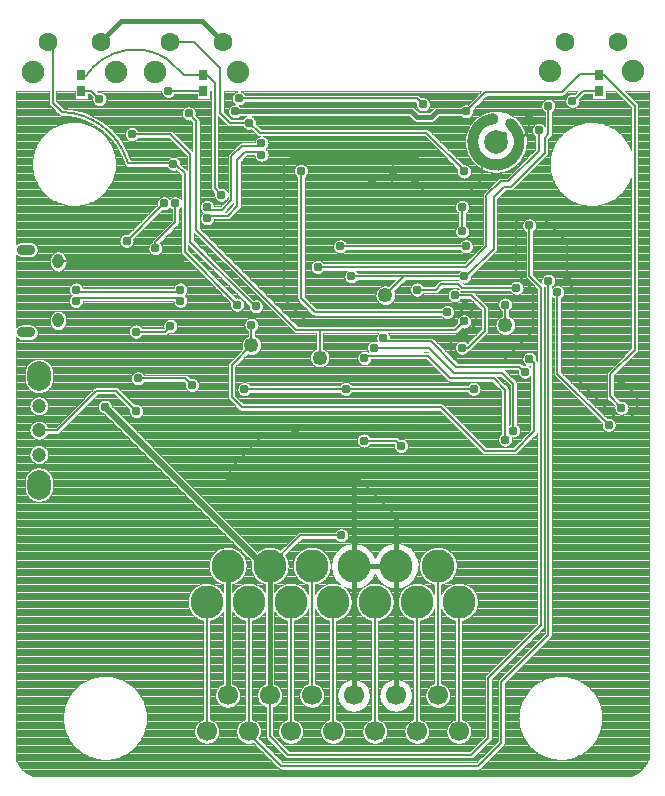
<source format=gbr>
G04 DipTrace 3.3.1.3*
G04 Top.gbr*
%MOMM*%
G04 #@! TF.FileFunction,Copper,L1,Top*
G04 #@! TF.Part,Single*
G04 #@! TA.AperFunction,Conductor*
%ADD13C,0.4*%
%ADD14C,0.2*%
%ADD16C,0.5*%
G04 #@! TA.AperFunction,CopperBalancing*
%ADD17C,0.1*%
G04 #@! TA.AperFunction,Nonconductor*
%ADD20C,0.9*%
%ADD21R,0.7X0.9*%
G04 #@! TA.AperFunction,ComponentPad*
%ADD26C,1.7*%
%ADD30O,0.95X1.25*%
%ADD31O,1.55X0.9*%
%ADD34C,2.8*%
%ADD45C,1.6*%
%ADD46C,1.9*%
%ADD50C,2.0*%
%ADD51C,0.7*%
G04 #@! TA.AperFunction,ComponentPad*
%ADD52O,2.0X2.5*%
%ADD53C,1.2*%
%ADD54C,1.25*%
G04 #@! TA.AperFunction,ViaPad*
%ADD70C,0.7874*%
%FSLAX35Y35*%
G04*
G71*
G90*
G75*
G01*
G04 Top*
%LPD*%
X2905007Y6683257D2*
D13*
X4395893D1*
X4443513Y6635637D1*
X4566013D1*
X4613633Y6683257D1*
X4857630D1*
X5984757Y6987880D2*
D14*
Y6999323D1*
X5821943D1*
X5670307Y6847687D1*
X5022060D1*
X4857630Y6683257D1*
X2635133Y6987883D2*
X2663880D1*
X2730380Y6921383D1*
Y6034417D1*
X2787237Y5977560D1*
X5984757Y6987880D2*
X6029383D1*
X6286380Y6730883D1*
Y4667130D1*
X6080007Y4460757D1*
Y4270257D1*
X6175257Y4175007D1*
X1603257Y6987880D2*
Y6984527D1*
X1641213D1*
G02X2338357Y7122210I417415J-279738D01*
G01*
X2472683Y6987883D1*
X2635133D1*
X2065003Y4819417D2*
X2309187D1*
X2356220Y4866450D1*
X2229450Y5524383D2*
Y5578573D1*
X2397007Y5746130D1*
Y5905383D1*
X2936757Y6794380D2*
X4442937D1*
X4493457Y6743860D1*
X5175130Y6476880D2*
X5162523D1*
X5113810Y6428167D1*
X3908507Y2835257D2*
D13*
Y1739880D1*
X4264507Y2835257D2*
Y1739880D1*
X4063883Y6286380D2*
D14*
X4237000D1*
X4429007D1*
X4237000D2*
Y6176763D1*
X4238507Y6175257D1*
X4063883Y6080007D2*
X4234207D1*
X4429007D1*
X4234207D2*
Y6170957D1*
X4238507Y6175257D1*
X1767507Y7270657D2*
D13*
Y7276133D1*
X1936630Y7445257D1*
X2624753D1*
X2799380Y7270630D1*
X3908507Y2835257D2*
X4264507D1*
X4918663Y6427733D2*
D14*
Y6319903D1*
X4993763Y6244803D1*
Y6114513D1*
X4863477Y5984227D1*
X4524787D1*
X4429007Y6080007D1*
X5306917Y6428617D2*
Y6360663D1*
X5191057Y6244803D1*
X4993763D1*
X5712780Y5245050D2*
X5708463D1*
X5794257Y5159257D1*
Y4764723D1*
Y4426713D1*
X6137930Y4083040D1*
X6236850D1*
X6302797Y4148987D1*
Y4269717D1*
X6175257Y4397257D1*
X5395470Y6644227D2*
Y6517170D1*
X5306917Y6428617D1*
X2440167Y5412620D2*
X1405977D1*
X1404713Y5413883D1*
X4848933Y5035930D2*
X4867987D1*
X4947020Y4956897D1*
Y4883523D1*
X4857630Y4794133D1*
X4778260D1*
X4730633Y4746507D1*
Y4635377D1*
X4794130Y4571880D1*
X5175130D1*
X5429130Y4825880D1*
Y5175133D1*
X5286257Y5318007D1*
Y5746630D1*
X5333883Y5794257D1*
X5492633D1*
X5712780Y5574110D1*
Y5245050D1*
X5794983Y4764723D2*
X5794257D1*
X2860393Y3571783D2*
X3908507D1*
X3948813D1*
X4264507Y3256090D1*
D13*
Y2835257D1*
X2860393Y3571783D2*
D14*
Y3659573D1*
X3157443Y3956623D1*
X3408483D1*
X4848933Y5035930D2*
Y5026110D1*
X4720173Y4897350D1*
X3516787D1*
X3317853Y5096283D1*
Y6238587D1*
X3365647Y6286380D1*
X4063883D1*
X3908507Y2835257D2*
D13*
Y3571783D1*
X2920880Y5048130D2*
D14*
X2923453D1*
X2476380Y5495203D1*
Y6159383D1*
X2397007Y6238757D1*
X2381130D1*
X1317507Y7270657D2*
X1357930D1*
Y6755997D1*
X1436067Y6677860D1*
X1449630D1*
G02X1989160Y6267583I-28303J-597110D01*
G01*
X1996573Y6245053D1*
X2381130D1*
Y6238757D1*
X5191007Y5048130D2*
Y4873507D1*
X4841757Y4905257D2*
X4838760D1*
X4767983Y4834477D1*
X3619727D1*
X3420670D1*
X2572083Y5683063D1*
Y6604367D1*
X2510463Y6665987D1*
X3619727Y4598053D2*
Y4834477D1*
X3889257Y5286257D2*
X4335107D1*
X4841757D1*
X4857633D1*
X5091810Y5520433D1*
Y5956860D1*
X5181390Y6046440D1*
X5236817D1*
X5524380Y6334003D1*
Y6461003D1*
X5556133Y6492757D1*
Y6730880D1*
X4175007Y5127507D2*
X4176357D1*
X4335107Y5286257D1*
X3042083Y4703857D2*
Y4876160D1*
X3042640Y4876717D1*
X3042083Y4703857D2*
X2873873Y4535647D1*
Y4264510D1*
X2958440Y4179943D1*
X4649453D1*
X5018117Y3811280D1*
X5272670D1*
X5435057Y3973667D1*
Y4552993D1*
X5399060Y4588990D1*
X5395490D1*
X5258127Y3981687D2*
Y4377290D1*
X5166893Y4468523D1*
X4755353D1*
X4545647Y4678230D1*
X4081017D1*
Y4682660D1*
X5358180Y4479880D2*
Y4472233D1*
X5309103Y4521310D1*
X4777470D1*
X4563070Y4735710D1*
X4159133D1*
Y4762383D1*
X3079630Y5032257D2*
X3070560D1*
X2523690Y5579127D1*
Y6320543D1*
X2354163Y6490070D1*
X2029660D1*
X3462393Y6180123D2*
Y5100140D1*
X3577903Y4984630D1*
X4698880D1*
X5286257Y5191007D2*
X4825883D1*
X4794133Y5222757D1*
X4651257D1*
X4603633Y5175133D1*
X4444883D1*
X5632173Y5152540D2*
Y4462560D1*
X6065917Y4028817D1*
X4857630Y5540257D2*
X3794007D1*
X4825880Y5873633D2*
Y5667257D1*
X4762383Y5127507D2*
X4905257D1*
X5016380Y5016383D1*
Y4825880D1*
X4873507Y4683007D1*
X4825880D1*
X3603507Y5365630D2*
X4857630D1*
X5032257Y5540257D1*
Y5971623D1*
X5152343Y6091710D1*
X5218587D1*
X5476757Y6349880D1*
Y6524507D1*
X5189487Y3904913D2*
Y4328820D1*
X5093133Y4425173D1*
X4724870D1*
X4535480Y4614563D1*
X3999127D1*
Y4595690D1*
X2337830Y6857883D2*
X2635133D1*
X2067180Y4145030D2*
X1894327Y4317883D1*
X1730260D1*
X1396690Y3984313D1*
X1242710D1*
X1603257Y6857880D2*
X1684160D1*
X1755710Y6786330D1*
X5760480Y6772670D2*
X5762717D1*
X5847927Y6857880D1*
X5984757D1*
X2349380Y7270630D2*
X2556663D1*
X2778500Y7048793D1*
Y6666887D1*
X2857380Y6588007D1*
X3025463D1*
X3110803Y6502667D1*
X4522627D1*
X4841757Y6183537D1*
Y6175257D1*
X3018980Y6587967D2*
X3025463Y6588007D1*
X2301757Y5905383D2*
Y5904727D1*
X1984493Y5587463D1*
X2840507Y2835257D2*
D13*
Y1739880D1*
X3196507Y2835257D2*
Y1739880D1*
D14*
Y1391130D1*
X3349507Y1238130D1*
X4905253D1*
X5048130Y1381007D1*
Y1889007D1*
X5492630Y2333507D1*
Y5191010D1*
X5395043Y5288597D1*
Y5717620D1*
X3196507Y2835257D2*
D16*
X3149023D1*
X1801147Y4183133D1*
X3802930Y3093990D2*
D14*
X3455240D1*
X3196507Y2835257D1*
X3018507Y2530257D2*
Y1434880D1*
X5555667Y5249677D2*
Y2253913D1*
X5157493Y1855740D1*
Y1339960D1*
X4958917Y1141383D1*
X3296680D1*
X3016133Y1421930D1*
Y1434880D1*
X3018507D1*
X4798507Y2530257D2*
Y1434880D1*
X4620507Y2835257D2*
Y1739880D1*
X3730507Y2530257D2*
Y1434880D1*
X4442507Y2530257D2*
Y1434880D1*
X3993723Y3897017D2*
X4263617D1*
X4308363Y3852270D1*
X4086507Y2530257D2*
Y1434880D1*
X2662507Y2530257D2*
Y1434880D1*
X3552507Y2835257D2*
Y1739880D1*
X3374507Y2530257D2*
Y1434880D1*
X1555630Y5175130D2*
Y5155263D1*
X2441083D1*
Y5175130D1*
X1555630Y5079883D2*
Y5106953D1*
X2441083D1*
Y5079883D1*
X2666880Y5873630D2*
Y5851197D1*
X2792650D1*
X2873257Y5931803D1*
Y6302257D1*
X2962407Y6391407D1*
X3127257D1*
Y6413380D1*
X2666880Y5778383D2*
Y5801483D1*
X2839847D1*
X2920880Y5882517D1*
Y6270503D1*
X2991333Y6340957D1*
X3127257D1*
Y6318133D1*
X2082187Y4422720D2*
X2482667D1*
X2539880Y4365507D1*
X2983267Y4330483D2*
Y4333917D1*
X3841563D1*
Y4336687D1*
X4921957D1*
X4922397Y4336247D1*
Y4334487D1*
D70*
X5191007Y5048130D3*
X2510463Y6665987D3*
X5476757Y6524507D3*
X2337830Y6857883D3*
X5760480Y6772670D3*
X1555630Y5175130D3*
Y5079883D3*
X2441083Y5175130D3*
Y5079883D3*
X2787237Y5977560D3*
X2301757Y5905383D3*
X2397007D3*
X1984493Y5587463D3*
X2229450Y5524383D3*
X2936757Y6794380D3*
X4493457Y6743860D3*
X2381130Y6238757D3*
X2920880Y5048130D3*
X4841757Y6175257D3*
X2065003Y4819417D3*
X2356220Y4866450D3*
X2905007Y6683257D3*
X4857630D3*
X2440167Y5412620D3*
X3042640Y4876717D3*
X3802930Y3093990D3*
X4238507Y6175257D3*
X4063883Y6286380D3*
X4429007D3*
X4063883Y6080007D3*
X4429007D3*
X5395043Y5717620D3*
X5555667Y5249677D3*
X3127257Y6413380D3*
Y6318133D3*
X2666880Y5873630D3*
Y5778383D3*
X4825880Y4683007D3*
X4308363Y3852270D3*
X3794007Y5540257D3*
X4857630D3*
X4698880Y4984630D3*
X1801147Y4183133D3*
X2082187Y4422720D3*
X1755710Y6786330D3*
X2029660Y6490070D3*
X3462393Y6180123D3*
X4841757Y4905257D3*
X2539880Y4365507D3*
X4841757Y5286257D3*
X3889257D3*
X5395470Y6644227D3*
X3079630Y5032257D3*
X3603507Y5365630D3*
X6175257Y4397257D3*
X4848933Y5035930D3*
X6175257Y4175007D3*
X4159133Y4762383D3*
X3841563Y4333917D3*
X3018980Y6587967D3*
X2983267Y4330483D3*
X4922397Y4334487D3*
X5556133Y6730880D3*
X5175130Y6476880D3*
X5712780Y5245050D3*
X4825880Y5873633D3*
X2067180Y4145030D3*
X5286257Y5191007D3*
X5632173Y5152540D3*
X4825880Y5667257D3*
X4762383Y5127507D3*
X3993723Y3897017D3*
X5794983Y4764723D3*
X2860393Y3571783D3*
X5395490Y4588990D3*
X3408483Y3956623D3*
X4081017Y4682660D3*
X5258127Y3981687D3*
X5358180Y4479880D3*
X6065917Y4028817D3*
X4444883Y5175133D3*
X3999127Y4595690D3*
X5189487Y3904913D3*
X1053643Y6843217D2*
D17*
X1326331D1*
X1389522D2*
X1546663D1*
X1775694D2*
X2278674D1*
X2691729D2*
X2698772D1*
X2810108D2*
X2900960D1*
X2972569D2*
X4973323D1*
X5710108D2*
X5788987D1*
X6041358D2*
X6129768D1*
X6218331D2*
X6407385D1*
X1053643Y6833550D2*
X1326331D1*
X1389522D2*
X1546663D1*
X1793682D2*
X2282014D1*
X2691729D2*
X2698772D1*
X2810108D2*
X2890354D1*
X2983174D2*
X4963655D1*
X5700440D2*
X5779319D1*
X6041358D2*
X6139436D1*
X6227979D2*
X6407385D1*
X1053643Y6823883D2*
X1326331D1*
X1389522D2*
X1546663D1*
X1659854D2*
X1673889D1*
X1803467D2*
X2287424D1*
X2388233D2*
X2578538D1*
X2691729D2*
X2698772D1*
X2810108D2*
X2883538D1*
X4452061D2*
X4953987D1*
X5690538D2*
X5728284D1*
X5858213D2*
X5928167D1*
X6041358D2*
X6149104D1*
X6237647D2*
X6407385D1*
X1053643Y6814217D2*
X1326331D1*
X1389522D2*
X1546663D1*
X1659854D2*
X1683557D1*
X1809795D2*
X2295725D1*
X2379932D2*
X2578538D1*
X2691729D2*
X2698772D1*
X2810108D2*
X2879163D1*
X4467374D2*
X4944319D1*
X5032862D2*
X5716233D1*
X5848545D2*
X5928167D1*
X6041358D2*
X6158772D1*
X6247315D2*
X6407385D1*
X1053643Y6804550D2*
X1326331D1*
X1389522D2*
X1546663D1*
X1659854D2*
X1693206D1*
X1813838D2*
X2309417D1*
X2366260D2*
X2578538D1*
X2691729D2*
X2698772D1*
X2810108D2*
X2876663D1*
X4477042D2*
X4934651D1*
X5023194D2*
X5708694D1*
X5838878D2*
X5928167D1*
X6041358D2*
X6168440D1*
X6256983D2*
X6407385D1*
X1053643Y6794883D2*
X1326331D1*
X1389522D2*
X1546663D1*
X1659854D2*
X1695354D1*
X1816065D2*
X2578538D1*
X2691729D2*
X2698772D1*
X2810108D2*
X2875784D1*
X4525967D2*
X4924983D1*
X5013526D2*
X5703772D1*
X5829210D2*
X5928167D1*
X6041358D2*
X6178108D1*
X6266651D2*
X6407385D1*
X1053643Y6785217D2*
X1326331D1*
X1389522D2*
X1694749D1*
X1816670D2*
X2698772D1*
X2810108D2*
X2876487D1*
X4537881D2*
X4915315D1*
X5003858D2*
X5529749D1*
X5582510D2*
X5700842D1*
X5820128D2*
X6187776D1*
X6276319D2*
X6407385D1*
X1053643Y6775550D2*
X1326331D1*
X1389522D2*
X1695725D1*
X1815694D2*
X2698772D1*
X2810108D2*
X2878811D1*
X4545362D2*
X4905647D1*
X4994190D2*
X5515120D1*
X5597139D2*
X5699573D1*
X5821378D2*
X6197444D1*
X6285987D2*
X6407385D1*
X1053643Y6765883D2*
X1326331D1*
X1392315D2*
X1698342D1*
X1813096D2*
X2698772D1*
X2810108D2*
X2882991D1*
X4550245D2*
X4895979D1*
X4984522D2*
X5506448D1*
X5605831D2*
X5699905D1*
X5821065D2*
X6207112D1*
X6295655D2*
X6407385D1*
X1053643Y6756217D2*
X1326331D1*
X1401983D2*
X1702854D1*
X1808565D2*
X2698772D1*
X2810108D2*
X2889495D1*
X2984014D2*
X4433772D1*
X4553135D2*
X4886311D1*
X4974874D2*
X5500784D1*
X5611495D2*
X5701819D1*
X5819151D2*
X6216780D1*
X6305323D2*
X6407385D1*
X1053643Y6746550D2*
X1327815D1*
X1411651D2*
X1709827D1*
X1801592D2*
X2698772D1*
X2810108D2*
X2899573D1*
X2973936D2*
X4432542D1*
X4554366D2*
X4876643D1*
X4965206D2*
X5497249D1*
X5615010D2*
X5705491D1*
X5815460D2*
X6226448D1*
X6313663D2*
X6407385D1*
X1053643Y6736883D2*
X1333030D1*
X1421319D2*
X1720784D1*
X1790635D2*
X2698772D1*
X2810108D2*
X2877170D1*
X2954795D2*
X4432893D1*
X4554014D2*
X4829788D1*
X4955538D2*
X5495471D1*
X5616807D2*
X5711350D1*
X5809600D2*
X6236096D1*
X6317393D2*
X6407385D1*
X1053643Y6727217D2*
X1342444D1*
X1430987D2*
X1744612D1*
X1766807D2*
X2698772D1*
X2810108D2*
X2863225D1*
X2946807D2*
X4434846D1*
X4552081D2*
X4815842D1*
X4945870D2*
X5495276D1*
X5616983D2*
X5720354D1*
X5800596D2*
X6245764D1*
X6317979D2*
X6407385D1*
X1053643Y6717550D2*
X1352092D1*
X1440655D2*
X2478850D1*
X2542081D2*
X2698772D1*
X2810108D2*
X2854807D1*
X4418624D2*
X4438557D1*
X4548350D2*
X4590901D1*
X4936202D2*
X5496663D1*
X5615596D2*
X5735862D1*
X5785108D2*
X6254788D1*
X6317979D2*
X6407385D1*
X1053643Y6707883D2*
X1361760D1*
X1458545D2*
X2466565D1*
X2554366D2*
X2698772D1*
X2810108D2*
X2849319D1*
X4429678D2*
X4444475D1*
X4542432D2*
X4579846D1*
X4926534D2*
X5499749D1*
X5612510D2*
X6254788D1*
X6317979D2*
X6407385D1*
X1053643Y6698217D2*
X1371428D1*
X1536710D2*
X2458889D1*
X2562042D2*
X2698772D1*
X2810108D2*
X2845940D1*
X4439346D2*
X4453557D1*
X4533350D2*
X4570178D1*
X4916866D2*
X5504846D1*
X5607432D2*
X6254788D1*
X6317979D2*
X6407385D1*
X1053643Y6688550D2*
X1381096D1*
X1579952D2*
X2453909D1*
X2567022D2*
X2698772D1*
X2810108D2*
X2844280D1*
X4449014D2*
X4469280D1*
X4517628D2*
X4560510D1*
X4918370D2*
X5103870D1*
X5121260D2*
X5512659D1*
X5599620D2*
X6254788D1*
X6317979D2*
X6407385D1*
X1053643Y6678883D2*
X1390764D1*
X1613721D2*
X2450901D1*
X2570030D2*
X2698772D1*
X2810772D2*
X2844202D1*
X4458682D2*
X4550842D1*
X4918448D2*
X5042385D1*
X5182295D2*
X5524534D1*
X5587725D2*
X6254788D1*
X6317979D2*
X6407385D1*
X1053643Y6669217D2*
X1400432D1*
X1642081D2*
X2449573D1*
X2571338D2*
X2698772D1*
X2820440D2*
X2845706D1*
X4916924D2*
X5014065D1*
X5209932D2*
X5524534D1*
X5587725D2*
X6254788D1*
X6317979D2*
X6407385D1*
X1053643Y6659550D2*
X1410100D1*
X1665831D2*
X2449846D1*
X2571085D2*
X2698772D1*
X2830108D2*
X2848928D1*
X4913721D2*
X4991565D1*
X5228897D2*
X5524534D1*
X5587725D2*
X6254788D1*
X6317979D2*
X6407385D1*
X1053643Y6649883D2*
X1422678D1*
X1688135D2*
X2451702D1*
X2570850D2*
X2698772D1*
X2839776D2*
X2854182D1*
X4908448D2*
X4975120D1*
X5247862D2*
X5524534D1*
X5587725D2*
X6254788D1*
X6317979D2*
X6407385D1*
X1053643Y6640217D2*
X1510667D1*
X1707588D2*
X2455315D1*
X2580518D2*
X2698772D1*
X2849444D2*
X2862249D1*
X2947764D2*
X2988538D1*
X3049405D2*
X4380510D1*
X4629014D2*
X4814866D1*
X4900381D2*
X4958420D1*
X5266710D2*
X5524534D1*
X5587725D2*
X6254788D1*
X6317979D2*
X6407385D1*
X1053643Y6630550D2*
X1557698D1*
X1725753D2*
X2461077D1*
X2590167D2*
X2698772D1*
X2761983D2*
X2770569D1*
X2859112D2*
X2875393D1*
X2934620D2*
X2975745D1*
X3062198D2*
X4390178D1*
X4619346D2*
X4828030D1*
X4887237D2*
X4946585D1*
X5278096D2*
X5524534D1*
X5587725D2*
X6254788D1*
X6317979D2*
X6407385D1*
X1053643Y6620883D2*
X1592190D1*
X1743194D2*
X2469944D1*
X2598838D2*
X2698772D1*
X2761983D2*
X2780237D1*
X2868780D2*
X2967854D1*
X3070108D2*
X4399846D1*
X4609678D2*
X4936213D1*
X5288624D2*
X5524534D1*
X5587725D2*
X6254788D1*
X6317979D2*
X6407385D1*
X1053643Y6611217D2*
X1620549D1*
X1758292D2*
X2485042D1*
X2602901D2*
X2698772D1*
X2761983D2*
X2789885D1*
X3075264D2*
X4409514D1*
X4600010D2*
X4926233D1*
X5298448D2*
X5524534D1*
X5587725D2*
X6254788D1*
X6317979D2*
X6407385D1*
X1053643Y6601550D2*
X1643753D1*
X1773370D2*
X2530628D1*
X2603682D2*
X2698772D1*
X2761983D2*
X2799553D1*
X3078389D2*
X4420452D1*
X4589073D2*
X4916272D1*
X5308272D2*
X5524534D1*
X5587725D2*
X6254788D1*
X6317979D2*
X6407385D1*
X1053643Y6591883D2*
X1499221D1*
X1580303D2*
X1666057D1*
X1787491D2*
X2540295D1*
X2603682D2*
X2698772D1*
X2761983D2*
X2809221D1*
X3079815D2*
X4908069D1*
X5316788D2*
X5524534D1*
X5587725D2*
X5880725D1*
X5961788D2*
X6254788D1*
X6317979D2*
X6407385D1*
X1053643Y6582217D2*
X1447678D1*
X1631846D2*
X1684299D1*
X1800206D2*
X2540491D1*
X2603682D2*
X2698772D1*
X2761983D2*
X2818889D1*
X3079678D2*
X4899749D1*
X5325381D2*
X5459456D1*
X5494073D2*
X5524534D1*
X5587725D2*
X5829163D1*
X6013350D2*
X6254788D1*
X6317979D2*
X6407385D1*
X1053643Y6572550D2*
X1416917D1*
X1662588D2*
X1702463D1*
X1812920D2*
X2540491D1*
X2603682D2*
X2698772D1*
X2761983D2*
X2828557D1*
X3085186D2*
X4894260D1*
X5330870D2*
X5439866D1*
X5513643D2*
X5524534D1*
X5587725D2*
X5798420D1*
X6044092D2*
X6254788D1*
X6317979D2*
X6407385D1*
X1053643Y6562883D2*
X1393147D1*
X1686378D2*
X1718284D1*
X1825167D2*
X2540491D1*
X2603682D2*
X2698772D1*
X2761983D2*
X2838909D1*
X3094854D2*
X4887424D1*
X5337139D2*
X5429670D1*
X5587725D2*
X5774651D1*
X6067862D2*
X6254788D1*
X6317979D2*
X6407385D1*
X1053643Y6553217D2*
X1373303D1*
X1706221D2*
X1733381D1*
X1835948D2*
X2540491D1*
X2603682D2*
X2698772D1*
X2761983D2*
X2969104D1*
X3104522D2*
X4881838D1*
X5342999D2*
X5423108D1*
X5587725D2*
X5754807D1*
X6087725D2*
X6254788D1*
X6317979D2*
X6407385D1*
X1053643Y6543550D2*
X1356096D1*
X1723409D2*
X1747952D1*
X1846729D2*
X2001526D1*
X2057803D2*
X2540491D1*
X2603682D2*
X2698772D1*
X2761983D2*
X2977678D1*
X3114190D2*
X4877327D1*
X5347452D2*
X5418889D1*
X5587725D2*
X5737600D1*
X6104913D2*
X6254788D1*
X6317979D2*
X6407385D1*
X1053643Y6533883D2*
X1340862D1*
X1738643D2*
X1760667D1*
X1857530D2*
X1987717D1*
X2071612D2*
X2540491D1*
X2603682D2*
X2698772D1*
X2761983D2*
X2992073D1*
X3123858D2*
X4872815D1*
X5351885D2*
X5416526D1*
X5587725D2*
X5722366D1*
X6120147D2*
X6254788D1*
X6317979D2*
X6407385D1*
X1053643Y6524217D2*
X1327151D1*
X1752354D2*
X1773381D1*
X1867100D2*
X1979358D1*
X2079952D2*
X2540491D1*
X2603682D2*
X2698772D1*
X2761983D2*
X3044983D1*
X4545342D2*
X4868303D1*
X5356319D2*
X5415784D1*
X5587725D2*
X5708655D1*
X6133858D2*
X6254788D1*
X6317979D2*
X6407385D1*
X1053643Y6514550D2*
X1314710D1*
X1764815D2*
X1785393D1*
X1876280D2*
X1973909D1*
X2373526D2*
X2540491D1*
X2603682D2*
X2698772D1*
X2761983D2*
X3054651D1*
X4555010D2*
X4864143D1*
X5360557D2*
X5416624D1*
X5587725D2*
X5696194D1*
X6146319D2*
X6254788D1*
X6317979D2*
X6407385D1*
X1053643Y6504883D2*
X1303303D1*
X1776202D2*
X1796174D1*
X1885479D2*
X1970549D1*
X2383624D2*
X2540491D1*
X2603682D2*
X2698772D1*
X2761983D2*
X3064319D1*
X4564678D2*
X4860881D1*
X5364249D2*
X5419085D1*
X5587725D2*
X5684807D1*
X6157706D2*
X6254788D1*
X6317979D2*
X6407385D1*
X1053643Y6495217D2*
X1292815D1*
X1786710D2*
X1806975D1*
X1894639D2*
X1968909D1*
X2393292D2*
X2540491D1*
X2603682D2*
X2698772D1*
X2761983D2*
X3073987D1*
X4574346D2*
X4858889D1*
X5365850D2*
X5423420D1*
X5587725D2*
X5674319D1*
X6168213D2*
X6254788D1*
X6317979D2*
X6407385D1*
X1053643Y6485550D2*
X1283108D1*
X1796397D2*
X1817424D1*
X1902491D2*
X1968870D1*
X2402960D2*
X2540491D1*
X2603682D2*
X2698772D1*
X2761983D2*
X3083635D1*
X4584014D2*
X4856389D1*
X5368292D2*
X5430159D1*
X5586866D2*
X5664612D1*
X6177901D2*
X6254788D1*
X6317979D2*
X6407385D1*
X1053643Y6475883D2*
X1274124D1*
X1805401D2*
X1826604D1*
X1910303D2*
X1970393D1*
X2412628D2*
X2540491D1*
X2603682D2*
X2698772D1*
X2761983D2*
X3095003D1*
X4593682D2*
X4853870D1*
X5370733D2*
X5440647D1*
X5582667D2*
X5655628D1*
X6186885D2*
X6254788D1*
X6317979D2*
X6407385D1*
X1053643Y6466217D2*
X1265764D1*
X1813741D2*
X1835784D1*
X1918116D2*
X1973635D1*
X2422295D2*
X2540491D1*
X2603682D2*
X2698772D1*
X2761983D2*
X3097893D1*
X3156631D2*
X4514807D1*
X4603350D2*
X4851936D1*
X5372823D2*
X5445159D1*
X5573878D2*
X5647268D1*
X6195245D2*
X6254788D1*
X6317979D2*
X6407385D1*
X1053643Y6456550D2*
X1257991D1*
X1821514D2*
X1844963D1*
X1925928D2*
X1978928D1*
X2080381D2*
X2343401D1*
X2431963D2*
X2540491D1*
X2603682D2*
X2698772D1*
X2761983D2*
X3084631D1*
X3169874D2*
X4524475D1*
X4613018D2*
X4851155D1*
X5373643D2*
X5445159D1*
X5564210D2*
X5639495D1*
X6203018D2*
X6254788D1*
X6317979D2*
X6407385D1*
X1053643Y6446883D2*
X1250764D1*
X1828760D2*
X1853069D1*
X1932628D2*
X1987053D1*
X2072276D2*
X2353069D1*
X2441631D2*
X2540491D1*
X2603682D2*
X2698772D1*
X2761983D2*
X3076526D1*
X3177999D2*
X4534143D1*
X4622686D2*
X4850452D1*
X5374288D2*
X5445159D1*
X5555987D2*
X5632249D1*
X6210264D2*
X6254788D1*
X6317979D2*
X6407385D1*
X1053643Y6437217D2*
X1244006D1*
X1835499D2*
X1860862D1*
X1939229D2*
X2000315D1*
X2058995D2*
X2362737D1*
X2451299D2*
X2540491D1*
X2603682D2*
X2698772D1*
X2761983D2*
X3071233D1*
X3183292D2*
X4543811D1*
X4632354D2*
X4849768D1*
X5374971D2*
X5445159D1*
X5555987D2*
X5625510D1*
X6217003D2*
X6254788D1*
X6317979D2*
X6407385D1*
X1053643Y6427550D2*
X1237717D1*
X1841788D2*
X1868674D1*
X1945831D2*
X2372405D1*
X2460967D2*
X2540491D1*
X2603682D2*
X2698772D1*
X2761983D2*
X3067991D1*
X3186534D2*
X4553460D1*
X4642022D2*
X4848753D1*
X5376358D2*
X5445159D1*
X5555987D2*
X5619221D1*
X6223292D2*
X6254788D1*
X6317979D2*
X6407385D1*
X1053643Y6417883D2*
X1231878D1*
X1847628D2*
X1876331D1*
X1952432D2*
X2382073D1*
X2470616D2*
X2540491D1*
X2603682D2*
X2698772D1*
X2761983D2*
X2946057D1*
X3188057D2*
X4563128D1*
X4651690D2*
X4849026D1*
X5375753D2*
X5445159D1*
X5555987D2*
X5613381D1*
X6229131D2*
X6254788D1*
X6317979D2*
X6407385D1*
X1053643Y6408217D2*
X1226428D1*
X1853077D2*
X1882932D1*
X1958389D2*
X2391741D1*
X2480284D2*
X2540491D1*
X2603682D2*
X2698772D1*
X2761983D2*
X2934944D1*
X3187999D2*
X4572795D1*
X4661358D2*
X4850042D1*
X5374756D2*
X5445159D1*
X5555987D2*
X5607932D1*
X6234581D2*
X6254788D1*
X6317979D2*
X6407385D1*
X1053643Y6398550D2*
X1221389D1*
X1858135D2*
X1889534D1*
X1963917D2*
X2401409D1*
X2489952D2*
X2540491D1*
X2603682D2*
X2698772D1*
X2761983D2*
X2925276D1*
X3186358D2*
X4582463D1*
X4671026D2*
X4851096D1*
X5373624D2*
X5445159D1*
X5555987D2*
X5602874D1*
X6239639D2*
X6254788D1*
X6317979D2*
X6407385D1*
X1053643Y6388883D2*
X1216702D1*
X1862823D2*
X1896135D1*
X1969424D2*
X2411077D1*
X2499620D2*
X2540491D1*
X2603682D2*
X2698772D1*
X2761983D2*
X2915608D1*
X3182999D2*
X4592131D1*
X4680694D2*
X4852170D1*
X5372491D2*
X5445159D1*
X5555987D2*
X5598186D1*
X6244327D2*
X6254788D1*
X6317979D2*
X6407385D1*
X1053643Y6379217D2*
X1212366D1*
X1867159D2*
X1902483D1*
X1974952D2*
X2420745D1*
X2509288D2*
X2540491D1*
X2603682D2*
X2698772D1*
X2761983D2*
X2905940D1*
X3177549D2*
X4601799D1*
X4690342D2*
X4853245D1*
X5371358D2*
X5445159D1*
X5555987D2*
X5593870D1*
X6248643D2*
X6254780D1*
X6317979D2*
X6407385D1*
X1053643Y6369550D2*
X1208362D1*
X1871143D2*
X1907991D1*
X1980401D2*
X2430413D1*
X2518956D2*
X2540491D1*
X2603682D2*
X2698772D1*
X2761983D2*
X2896272D1*
X3169190D2*
X4611467D1*
X4700010D2*
X4855120D1*
X5369678D2*
X5445159D1*
X5555987D2*
X5589866D1*
X6317979D2*
X6407385D1*
X1053643Y6359883D2*
X1204710D1*
X1874815D2*
X1913518D1*
X1984932D2*
X2440081D1*
X2528624D2*
X2540491D1*
X2603682D2*
X2698772D1*
X2761983D2*
X2886604D1*
X3171299D2*
X4621135D1*
X4709678D2*
X4857991D1*
X5366788D2*
X5442483D1*
X5555987D2*
X5586213D1*
X6317979D2*
X6407385D1*
X1053643Y6350217D2*
X1201350D1*
X1878155D2*
X1919026D1*
X1989463D2*
X2449749D1*
X2603682D2*
X2698772D1*
X2761983D2*
X2876936D1*
X3178917D2*
X4630803D1*
X4719346D2*
X4860608D1*
X5364522D2*
X5432815D1*
X5555987D2*
X5582854D1*
X6317979D2*
X6407385D1*
X1053643Y6340550D2*
X1198323D1*
X1881202D2*
X1924417D1*
X1994014D2*
X2459417D1*
X2603682D2*
X2698772D1*
X2761983D2*
X2867268D1*
X3183878D2*
X4640471D1*
X4729014D2*
X4863811D1*
X5361280D2*
X5423147D1*
X5555987D2*
X5579807D1*
X6317979D2*
X6407385D1*
X1053643Y6330883D2*
X1195569D1*
X1883936D2*
X1928948D1*
X1998545D2*
X2469085D1*
X2603682D2*
X2698772D1*
X2761983D2*
X2857600D1*
X3186846D2*
X4650139D1*
X4738682D2*
X4866799D1*
X5357842D2*
X5413479D1*
X5555831D2*
X5577073D1*
X6317979D2*
X6407385D1*
X1053643Y6321217D2*
X1193128D1*
X1886397D2*
X1933479D1*
X2002764D2*
X2478733D1*
X2603682D2*
X2698772D1*
X2761983D2*
X2848245D1*
X3188155D2*
X4659807D1*
X4748350D2*
X4871057D1*
X5353799D2*
X5403811D1*
X5553174D2*
X5574631D1*
X6317979D2*
X6407385D1*
X1053643Y6311550D2*
X1190960D1*
X1888545D2*
X1938010D1*
X2006378D2*
X2488401D1*
X2603682D2*
X2698772D1*
X2761983D2*
X2843108D1*
X3187862D2*
X4669475D1*
X4758018D2*
X4876018D1*
X5348760D2*
X5394143D1*
X5546202D2*
X5572463D1*
X6317979D2*
X6407385D1*
X1053643Y6301883D2*
X1189085D1*
X1890440D2*
X1942542D1*
X2009991D2*
X2492092D1*
X2603682D2*
X2698772D1*
X2761983D2*
X2841663D1*
X2996534D2*
X3068538D1*
X3185987D2*
X4679143D1*
X4767686D2*
X4880979D1*
X5343702D2*
X5384475D1*
X5536534D2*
X5570569D1*
X6317979D2*
X6407385D1*
X1053643Y6292217D2*
X1187463D1*
X1892042D2*
X1946272D1*
X2013624D2*
X2352952D1*
X2409307D2*
X2492092D1*
X2603682D2*
X2698772D1*
X2761983D2*
X2841663D1*
X2986866D2*
X3072170D1*
X3182335D2*
X4688811D1*
X4777354D2*
X4885940D1*
X5338663D2*
X5374827D1*
X5526866D2*
X5568967D1*
X6317979D2*
X6407385D1*
X1053643Y6282550D2*
X1186135D1*
X1893389D2*
X1949885D1*
X2017237D2*
X2339163D1*
X2423096D2*
X2492092D1*
X2603682D2*
X2698772D1*
X2761983D2*
X2841663D1*
X2977198D2*
X3077991D1*
X3176534D2*
X4698460D1*
X4787022D2*
X4891682D1*
X5333096D2*
X5365159D1*
X5517198D2*
X5567639D1*
X6317979D2*
X6407385D1*
X1053643Y6272883D2*
X1185061D1*
X1894444D2*
X1953499D1*
X2431436D2*
X2492092D1*
X2603682D2*
X2698772D1*
X2761983D2*
X2841663D1*
X2967530D2*
X3086897D1*
X3167608D2*
X4708128D1*
X4796690D2*
X4898479D1*
X5326651D2*
X5355491D1*
X5507530D2*
X5566565D1*
X6317979D2*
X6407385D1*
X1053643Y6263217D2*
X1184260D1*
X1895245D2*
X1957112D1*
X2436885D2*
X2492092D1*
X2603682D2*
X2698772D1*
X2761983D2*
X2841663D1*
X2957862D2*
X3102170D1*
X3152354D2*
X4717795D1*
X4806358D2*
X4906526D1*
X5318155D2*
X5345823D1*
X5497862D2*
X5565764D1*
X6317979D2*
X6407385D1*
X1053643Y6253550D2*
X1183733D1*
X1895792D2*
X1960569D1*
X2440245D2*
X2492092D1*
X2603682D2*
X2698772D1*
X2761983D2*
X2841663D1*
X2952471D2*
X4727463D1*
X4816026D2*
X4913967D1*
X5310616D2*
X5336155D1*
X5488194D2*
X5565237D1*
X6317979D2*
X6407385D1*
X1053643Y6243883D2*
X1183460D1*
X1896045D2*
X1963753D1*
X2441885D2*
X2492092D1*
X2603682D2*
X2698772D1*
X2761983D2*
X2841663D1*
X2952471D2*
X4737131D1*
X4825694D2*
X4922659D1*
X5302198D2*
X5326487D1*
X5478526D2*
X5564963D1*
X6317979D2*
X6407385D1*
X1053643Y6234217D2*
X1183460D1*
X1896065D2*
X1966956D1*
X2445831D2*
X2492092D1*
X2603682D2*
X2698772D1*
X2761983D2*
X2841663D1*
X2952471D2*
X3435510D1*
X3489288D2*
X4746799D1*
X4853721D2*
X4933420D1*
X5291358D2*
X5316819D1*
X5468878D2*
X5564944D1*
X6317979D2*
X6407385D1*
X1053643Y6224550D2*
X1183713D1*
X1895811D2*
X1972854D1*
X2455479D2*
X2492092D1*
X2603682D2*
X2698772D1*
X2761983D2*
X2841663D1*
X2952471D2*
X3421116D1*
X3503682D2*
X4756467D1*
X4876905D2*
X4944163D1*
X5280440D2*
X5307151D1*
X5459210D2*
X5565198D1*
X6317979D2*
X6407385D1*
X1053643Y6214883D2*
X1184221D1*
X1895284D2*
X1990452D1*
X2465147D2*
X2492092D1*
X2603682D2*
X2698772D1*
X2761983D2*
X2841663D1*
X2952471D2*
X3412522D1*
X3512256D2*
X4766135D1*
X4887764D2*
X4955549D1*
X5269170D2*
X5297483D1*
X5449542D2*
X5565725D1*
X6317979D2*
X6407385D1*
X1053643Y6205217D2*
X1185003D1*
X1894503D2*
X2330413D1*
X2474815D2*
X2492092D1*
X2603682D2*
X2698772D1*
X2761983D2*
X2841663D1*
X2952471D2*
X3406917D1*
X3517862D2*
X4775803D1*
X4894698D2*
X4971038D1*
X5253741D2*
X5287815D1*
X5439874D2*
X5566506D1*
X6317979D2*
X6407385D1*
X1053643Y6195550D2*
X1186057D1*
X1893448D2*
X2338538D1*
X2484483D2*
X2492092D1*
X2603682D2*
X2698772D1*
X2761983D2*
X2841663D1*
X2952471D2*
X3403440D1*
X3521338D2*
X4784319D1*
X4899190D2*
X4986799D1*
X5237725D2*
X5278147D1*
X5430206D2*
X5567561D1*
X6317979D2*
X6407385D1*
X1053643Y6185883D2*
X1187385D1*
X1892139D2*
X2351838D1*
X2603682D2*
X2698772D1*
X2761983D2*
X2841663D1*
X2952471D2*
X3401702D1*
X3523077D2*
X4781741D1*
X4901768D2*
X5007073D1*
X5217881D2*
X5268479D1*
X5420538D2*
X5568870D1*
X6317979D2*
X6407385D1*
X1053643Y6176217D2*
X1188967D1*
X1890538D2*
X2415276D1*
X2603682D2*
X2698772D1*
X2761983D2*
X2841663D1*
X2952471D2*
X3401545D1*
X3523233D2*
X4780803D1*
X4902725D2*
X5032170D1*
X5192842D2*
X5258811D1*
X5410870D2*
X5570471D1*
X6317979D2*
X6407385D1*
X1053643Y6166550D2*
X1190842D1*
X1888682D2*
X2424944D1*
X2603682D2*
X2698772D1*
X2761983D2*
X2841663D1*
X2952471D2*
X3402971D1*
X3521807D2*
X4781428D1*
X4902100D2*
X5075862D1*
X5148389D2*
X5249143D1*
X5401202D2*
X5572346D1*
X6317979D2*
X6407385D1*
X1053643Y6156883D2*
X1192991D1*
X1886534D2*
X2434612D1*
X2603682D2*
X2698772D1*
X2761983D2*
X2841663D1*
X2952471D2*
X3406116D1*
X3518682D2*
X4783674D1*
X4899835D2*
X5239475D1*
X5391534D2*
X5574475D1*
X6317979D2*
X6407385D1*
X1053643Y6147217D2*
X1195413D1*
X1884092D2*
X2444280D1*
X2603682D2*
X2698772D1*
X2761983D2*
X2841663D1*
X2952471D2*
X3411253D1*
X3513526D2*
X4787737D1*
X4895772D2*
X5229827D1*
X5381866D2*
X5576917D1*
X6317979D2*
X6407385D1*
X1053643Y6137550D2*
X1198147D1*
X1881378D2*
X2444788D1*
X2603682D2*
X2698772D1*
X2761983D2*
X2841663D1*
X2952471D2*
X3419163D1*
X3505635D2*
X4794124D1*
X4889385D2*
X5220159D1*
X5372198D2*
X5579631D1*
X6317979D2*
X6407385D1*
X1053643Y6127883D2*
X1201155D1*
X1878350D2*
X2444788D1*
X2603682D2*
X2698772D1*
X2761983D2*
X2841663D1*
X2952471D2*
X3430784D1*
X3493995D2*
X4803987D1*
X4879522D2*
X5210491D1*
X5362530D2*
X5582659D1*
X6317979D2*
X6407385D1*
X1053643Y6118217D2*
X1204495D1*
X1875010D2*
X2444788D1*
X2603682D2*
X2698772D1*
X2761983D2*
X2841663D1*
X2952471D2*
X3430784D1*
X3493995D2*
X4822249D1*
X4861280D2*
X5136057D1*
X5352862D2*
X5585999D1*
X6317979D2*
X6407385D1*
X1053643Y6108550D2*
X1208147D1*
X1871378D2*
X2444788D1*
X2603682D2*
X2698772D1*
X2761983D2*
X2841663D1*
X2952471D2*
X3430784D1*
X3493995D2*
X5124905D1*
X5343194D2*
X5589631D1*
X6317979D2*
X6407385D1*
X1053643Y6098883D2*
X1212112D1*
X1867393D2*
X2444788D1*
X2603682D2*
X2698772D1*
X2761983D2*
X2841663D1*
X2952471D2*
X3430784D1*
X3493995D2*
X5115237D1*
X5333526D2*
X5593616D1*
X6248897D2*
X6254789D1*
X6317979D2*
X6407385D1*
X1053643Y6089217D2*
X1216428D1*
X1863096D2*
X2444788D1*
X2603682D2*
X2698772D1*
X2761983D2*
X2841663D1*
X2952471D2*
X3430784D1*
X3493995D2*
X5105569D1*
X5323878D2*
X5597913D1*
X6244600D2*
X6254788D1*
X6317979D2*
X6407385D1*
X1053643Y6079550D2*
X1221077D1*
X1858428D2*
X2444788D1*
X2603682D2*
X2698772D1*
X2761983D2*
X2841663D1*
X2952471D2*
X3430784D1*
X3493995D2*
X5095901D1*
X5314210D2*
X5602581D1*
X6239932D2*
X6254788D1*
X6317979D2*
X6407385D1*
X1053643Y6069883D2*
X1226116D1*
X1853389D2*
X2444788D1*
X2603682D2*
X2698772D1*
X2761983D2*
X2841663D1*
X2952471D2*
X3430784D1*
X3493995D2*
X5086233D1*
X5304542D2*
X5607620D1*
X6234893D2*
X6254788D1*
X6317979D2*
X6407385D1*
X1053643Y6060217D2*
X1231526D1*
X1847979D2*
X2444788D1*
X2603682D2*
X2698772D1*
X2761983D2*
X2841663D1*
X2952471D2*
X3430784D1*
X3493995D2*
X5076585D1*
X5294874D2*
X5613030D1*
X6229483D2*
X6254788D1*
X6317979D2*
X6407385D1*
X1053643Y6050550D2*
X1237366D1*
X1842159D2*
X2444788D1*
X2603682D2*
X2698772D1*
X2761983D2*
X2841663D1*
X2952471D2*
X3430784D1*
X3493995D2*
X5066917D1*
X5285206D2*
X5618850D1*
X6223663D2*
X6254788D1*
X6317979D2*
X6407385D1*
X1053643Y6040883D2*
X1243616D1*
X1835889D2*
X2444788D1*
X2603682D2*
X2698772D1*
X2768194D2*
X2841663D1*
X2952471D2*
X3430784D1*
X3493995D2*
X5057249D1*
X5275538D2*
X5625120D1*
X6217393D2*
X6254788D1*
X6317979D2*
X6407385D1*
X1053643Y6031217D2*
X1250335D1*
X1829190D2*
X2444788D1*
X2603682D2*
X2698948D1*
X2815030D2*
X2841663D1*
X2952471D2*
X3430784D1*
X3493995D2*
X5047581D1*
X5265870D2*
X5631838D1*
X6210674D2*
X6254788D1*
X6317979D2*
X6407385D1*
X1053643Y6021550D2*
X1257542D1*
X1821983D2*
X2444788D1*
X2603682D2*
X2701624D1*
X2828995D2*
X2841663D1*
X2952471D2*
X3430784D1*
X3493995D2*
X5037913D1*
X5255616D2*
X5639045D1*
X6203467D2*
X6254788D1*
X6317979D2*
X6407385D1*
X1053643Y6011883D2*
X1265276D1*
X1814229D2*
X2444788D1*
X2603682D2*
X2708635D1*
X2837413D2*
X2841663D1*
X2952471D2*
X3430784D1*
X3493995D2*
X5028245D1*
X5191104D2*
X5646780D1*
X6195733D2*
X6254788D1*
X6317979D2*
X6407385D1*
X1053643Y6002217D2*
X1273596D1*
X1805909D2*
X2444788D1*
X2603682D2*
X2718303D1*
X2952471D2*
X3430784D1*
X3493995D2*
X5018577D1*
X5181436D2*
X5655100D1*
X6187413D2*
X6254788D1*
X6317979D2*
X6407385D1*
X1053643Y5992550D2*
X1282542D1*
X1796963D2*
X2444788D1*
X2603682D2*
X2727971D1*
X2952471D2*
X3430784D1*
X3493995D2*
X5008928D1*
X5171768D2*
X5664045D1*
X6178467D2*
X6254788D1*
X6317979D2*
X6407385D1*
X1053643Y5982883D2*
X1292190D1*
X1787315D2*
X2444788D1*
X2603682D2*
X2726506D1*
X2952471D2*
X3430784D1*
X3493995D2*
X5002795D1*
X5162100D2*
X5673694D1*
X6168819D2*
X6254788D1*
X6317979D2*
X6407385D1*
X1053643Y5973217D2*
X1302639D1*
X1776866D2*
X2444788D1*
X2603682D2*
X2726428D1*
X2952471D2*
X3430784D1*
X3493995D2*
X5000706D1*
X5152452D2*
X5684143D1*
X6158370D2*
X6254788D1*
X6317979D2*
X6407385D1*
X1053643Y5963550D2*
X1313987D1*
X1765538D2*
X2286155D1*
X2317354D2*
X2381409D1*
X2412608D2*
X2444788D1*
X2603682D2*
X2727932D1*
X2952471D2*
X3430784D1*
X3493995D2*
X5000647D1*
X5142784D2*
X5695491D1*
X6147022D2*
X6254788D1*
X6317979D2*
X6407385D1*
X1053643Y5953883D2*
X1326370D1*
X1753155D2*
X2265491D1*
X2338038D2*
X2360725D1*
X2433272D2*
X2444788D1*
X2603682D2*
X2731135D1*
X2952471D2*
X3430784D1*
X3493995D2*
X5000647D1*
X5133116D2*
X5707874D1*
X6134639D2*
X6254788D1*
X6317979D2*
X6407385D1*
X1053643Y5944217D2*
X1339983D1*
X1739522D2*
X2255061D1*
X2603682D2*
X2736389D1*
X2838077D2*
X2841384D1*
X2952471D2*
X3430784D1*
X3493995D2*
X5000647D1*
X5123448D2*
X5721487D1*
X6121026D2*
X6254788D1*
X6317979D2*
X6407385D1*
X1053643Y5934550D2*
X1355120D1*
X1724385D2*
X2248362D1*
X2603682D2*
X2744436D1*
X2952471D2*
X3430784D1*
X3493995D2*
X5000647D1*
X5123409D2*
X5736624D1*
X6105889D2*
X6254788D1*
X6317979D2*
X6407385D1*
X1053643Y5924883D2*
X1372190D1*
X1707335D2*
X2244045D1*
X2603682D2*
X2634749D1*
X2699014D2*
X2757581D1*
X2816905D2*
X2822053D1*
X2952471D2*
X3430784D1*
X3493995D2*
X4793733D1*
X4858018D2*
X5000647D1*
X5123409D2*
X5753694D1*
X6088819D2*
X6254788D1*
X6317979D2*
X6407385D1*
X1053643Y5915217D2*
X1391838D1*
X1687667D2*
X2241604D1*
X2603682D2*
X2622678D1*
X2711085D2*
X2812385D1*
X2952471D2*
X3430784D1*
X3493995D2*
X4781663D1*
X4870088D2*
X5000647D1*
X5123409D2*
X5773342D1*
X6069170D2*
X6254788D1*
X6317979D2*
X6407385D1*
X1053643Y5905550D2*
X1415335D1*
X1664190D2*
X2240784D1*
X2603682D2*
X2615120D1*
X2718643D2*
X2802737D1*
X2952471D2*
X3430784D1*
X3493995D2*
X4774104D1*
X4877647D2*
X5000647D1*
X5123409D2*
X5796819D1*
X6045694D2*
X6254788D1*
X6317979D2*
X6407385D1*
X1053643Y5895883D2*
X1445491D1*
X1634034D2*
X2241545D1*
X2603682D2*
X2610176D1*
X2723565D2*
X2793069D1*
X2881612D2*
X2889280D1*
X2952471D2*
X3430784D1*
X3493995D2*
X4769182D1*
X4882569D2*
X5000647D1*
X5123409D2*
X5826975D1*
X6015538D2*
X6254788D1*
X6317979D2*
X6407385D1*
X1053643Y5886217D2*
X1494280D1*
X1585225D2*
X2238967D1*
X2603682D2*
X2607260D1*
X2726514D2*
X2783401D1*
X2871944D2*
X2880295D1*
X2952471D2*
X3430784D1*
X3493995D2*
X4766253D1*
X4885518D2*
X5000647D1*
X5123409D2*
X5875784D1*
X5966729D2*
X6254788D1*
X6317979D2*
X6407385D1*
X1053643Y5876550D2*
X2229299D1*
X2862276D2*
X2870647D1*
X2951885D2*
X3430784D1*
X3493995D2*
X4764983D1*
X4886788D2*
X5000647D1*
X5123409D2*
X6254788D1*
X6317979D2*
X6407385D1*
X1053643Y5866883D2*
X2219631D1*
X2852608D2*
X2860979D1*
X2948194D2*
X3430784D1*
X3493995D2*
X4765295D1*
X4886475D2*
X5000647D1*
X5123409D2*
X6254788D1*
X6317979D2*
X6407385D1*
X1053643Y5857217D2*
X2209963D1*
X2338487D2*
X2360276D1*
X2433741D2*
X2444788D1*
X2603682D2*
X2608193D1*
X2842940D2*
X2851311D1*
X2939854D2*
X3430784D1*
X3493995D2*
X4767210D1*
X4884561D2*
X5000647D1*
X5123409D2*
X6254788D1*
X6317979D2*
X6407385D1*
X1053643Y5847550D2*
X2200295D1*
X2318624D2*
X2365413D1*
X2428604D2*
X2444788D1*
X2603682D2*
X2611878D1*
X2833272D2*
X2841643D1*
X2930186D2*
X3430784D1*
X3493995D2*
X4770881D1*
X4880889D2*
X5000647D1*
X5123409D2*
X6254788D1*
X6317979D2*
X6407385D1*
X1053643Y5837883D2*
X2190647D1*
X2279190D2*
X2365413D1*
X2428604D2*
X2444788D1*
X2603682D2*
X2617737D1*
X2823604D2*
X2831975D1*
X2920518D2*
X3430784D1*
X3493995D2*
X4776721D1*
X4875030D2*
X5000647D1*
X5123409D2*
X6254788D1*
X6317979D2*
X6407385D1*
X1053643Y5828217D2*
X2180979D1*
X2269522D2*
X2365413D1*
X2428604D2*
X2444788D1*
X2603682D2*
X2626721D1*
X2910850D2*
X3430784D1*
X3493995D2*
X4785725D1*
X4866045D2*
X5000647D1*
X5123409D2*
X6254788D1*
X6317979D2*
X6407385D1*
X1053643Y5818550D2*
X2171311D1*
X2259854D2*
X2365413D1*
X2428604D2*
X2444788D1*
X2603682D2*
X2621350D1*
X2901182D2*
X3430784D1*
X3493995D2*
X4794280D1*
X4857471D2*
X5000647D1*
X5123409D2*
X6254788D1*
X6317979D2*
X6407385D1*
X1053643Y5808883D2*
X2161643D1*
X2250186D2*
X2365413D1*
X2428604D2*
X2444788D1*
X2603682D2*
X2614241D1*
X2891514D2*
X3430784D1*
X3493995D2*
X4794280D1*
X4857471D2*
X5000647D1*
X5123409D2*
X6254788D1*
X6317979D2*
X6407385D1*
X1053643Y5799217D2*
X2151975D1*
X2240518D2*
X2365413D1*
X2428604D2*
X2444788D1*
X2603682D2*
X2609631D1*
X2881846D2*
X3430784D1*
X3493995D2*
X4794280D1*
X4857471D2*
X5000647D1*
X5123409D2*
X6254788D1*
X6317979D2*
X6407385D1*
X1053643Y5789550D2*
X2142307D1*
X2230850D2*
X2365413D1*
X2428604D2*
X2444788D1*
X2603682D2*
X2606949D1*
X2872198D2*
X3430784D1*
X3493995D2*
X4794280D1*
X4857471D2*
X5000647D1*
X5123409D2*
X6254788D1*
X6317979D2*
X6407385D1*
X1053643Y5779883D2*
X2132639D1*
X2221182D2*
X2365413D1*
X2428604D2*
X2444788D1*
X2862530D2*
X3430784D1*
X3493995D2*
X4794280D1*
X4857471D2*
X5000647D1*
X5123409D2*
X6254788D1*
X6317979D2*
X6407385D1*
X1053643Y5770217D2*
X2122971D1*
X2211514D2*
X2365413D1*
X2428604D2*
X2444788D1*
X2727295D2*
X3430784D1*
X3493995D2*
X4794280D1*
X4857471D2*
X5000647D1*
X5123409D2*
X5365237D1*
X5424854D2*
X6254788D1*
X6317979D2*
X6407385D1*
X1053643Y5760550D2*
X2113303D1*
X2201846D2*
X2365413D1*
X2428604D2*
X2444788D1*
X2603682D2*
X2608621D1*
X2725128D2*
X3430784D1*
X3493995D2*
X4794280D1*
X4857471D2*
X5000647D1*
X5123409D2*
X5352170D1*
X5437920D2*
X6254788D1*
X6317979D2*
X6407385D1*
X1053643Y5750883D2*
X2103635D1*
X2192198D2*
X2357483D1*
X2428604D2*
X2444788D1*
X2603682D2*
X2612581D1*
X2721182D2*
X3430784D1*
X3493995D2*
X4794280D1*
X4857471D2*
X5000647D1*
X5123409D2*
X5344143D1*
X5445948D2*
X6254788D1*
X6317979D2*
X6407385D1*
X1053643Y5741217D2*
X2093967D1*
X2182530D2*
X2347815D1*
X2428213D2*
X2444788D1*
X2603682D2*
X2618811D1*
X2714952D2*
X3430784D1*
X3493995D2*
X4794280D1*
X4857471D2*
X5000647D1*
X5123409D2*
X5338909D1*
X5451182D2*
X6254788D1*
X6317979D2*
X6407385D1*
X1053643Y5731550D2*
X2084299D1*
X2172862D2*
X2338147D1*
X2424913D2*
X2444788D1*
X2603682D2*
X2628420D1*
X2705342D2*
X3430784D1*
X3493995D2*
X4794280D1*
X4857471D2*
X5000647D1*
X5123409D2*
X5335706D1*
X5454366D2*
X6254788D1*
X6317979D2*
X6407385D1*
X1053643Y5721883D2*
X2074631D1*
X2163194D2*
X2328479D1*
X2417042D2*
X2444788D1*
X2603682D2*
X2645784D1*
X2687979D2*
X3430784D1*
X3493995D2*
X4794280D1*
X4857471D2*
X5000647D1*
X5123409D2*
X5334221D1*
X5455870D2*
X6254788D1*
X6317979D2*
X6407385D1*
X1053643Y5712217D2*
X2064963D1*
X2153526D2*
X2318811D1*
X2407374D2*
X2444788D1*
X2603682D2*
X3430784D1*
X3493995D2*
X4785198D1*
X4866573D2*
X5000647D1*
X5123409D2*
X5334319D1*
X5455772D2*
X6254788D1*
X6317979D2*
X6407385D1*
X1053643Y5702550D2*
X2055295D1*
X2143858D2*
X2309143D1*
X2397706D2*
X2444788D1*
X2603682D2*
X3430784D1*
X3493995D2*
X4776389D1*
X4875362D2*
X5000647D1*
X5123409D2*
X5335999D1*
X5454092D2*
X6254788D1*
X6317979D2*
X6407385D1*
X1053643Y5692883D2*
X2045647D1*
X2134190D2*
X2299475D1*
X2388038D2*
X2444788D1*
X2606534D2*
X3430784D1*
X3493995D2*
X4770667D1*
X4881104D2*
X5000647D1*
X5123409D2*
X5339417D1*
X5450674D2*
X6254788D1*
X6317979D2*
X6407385D1*
X1053643Y5683217D2*
X2035979D1*
X2124522D2*
X2289827D1*
X2378370D2*
X2444788D1*
X2616202D2*
X3430784D1*
X3493995D2*
X4767073D1*
X4884678D2*
X5000647D1*
X5123409D2*
X5344924D1*
X5445167D2*
X6254788D1*
X6317979D2*
X6407385D1*
X1053643Y5673550D2*
X2026311D1*
X2114854D2*
X2280159D1*
X2368702D2*
X2444788D1*
X2625870D2*
X3430784D1*
X3493995D2*
X4765237D1*
X4886514D2*
X5000647D1*
X5123409D2*
X5353362D1*
X5436710D2*
X6254788D1*
X6317979D2*
X6407385D1*
X1053643Y5663883D2*
X2016643D1*
X2105186D2*
X2270491D1*
X2359034D2*
X2444788D1*
X2635538D2*
X3430784D1*
X3493995D2*
X4765003D1*
X4886749D2*
X5000647D1*
X5123409D2*
X5363440D1*
X5426651D2*
X6254788D1*
X6317979D2*
X6407385D1*
X1053643Y5654217D2*
X2006975D1*
X2095518D2*
X2260823D1*
X2349366D2*
X2444788D1*
X2645206D2*
X3430784D1*
X3493995D2*
X4766350D1*
X4885420D2*
X5000647D1*
X5123409D2*
X5363440D1*
X5426651D2*
X6254788D1*
X6317979D2*
X6407385D1*
X1053643Y5644550D2*
X1965120D1*
X2085850D2*
X2251155D1*
X2339698D2*
X2444788D1*
X2555284D2*
X2566331D1*
X2654874D2*
X3430784D1*
X3493995D2*
X4769378D1*
X4882393D2*
X5000647D1*
X5123409D2*
X5363440D1*
X5426651D2*
X6254788D1*
X6317979D2*
X6407385D1*
X1053643Y5634883D2*
X1946780D1*
X2076182D2*
X2241487D1*
X2330030D2*
X2444788D1*
X2555284D2*
X2575979D1*
X2664542D2*
X3430784D1*
X3493995D2*
X4774397D1*
X4877354D2*
X5000647D1*
X5123409D2*
X5363440D1*
X5426651D2*
X6254788D1*
X6317979D2*
X6407385D1*
X1053643Y5625217D2*
X1936897D1*
X2066514D2*
X2231819D1*
X2320362D2*
X2444788D1*
X2555284D2*
X2585647D1*
X2674210D2*
X3430784D1*
X3493995D2*
X4782112D1*
X4869639D2*
X5000647D1*
X5123409D2*
X5363440D1*
X5426651D2*
X6254788D1*
X6317979D2*
X6407385D1*
X1053643Y5615550D2*
X1930510D1*
X2056846D2*
X2222151D1*
X2310694D2*
X2444788D1*
X2555284D2*
X2595315D1*
X2683878D2*
X3430784D1*
X3493995D2*
X4794495D1*
X4857256D2*
X5000647D1*
X5123409D2*
X5363440D1*
X5426651D2*
X6254788D1*
X6317979D2*
X6407385D1*
X1053643Y5605883D2*
X1926428D1*
X2047198D2*
X2212483D1*
X2301026D2*
X2444788D1*
X2555284D2*
X2604983D1*
X2693545D2*
X3430784D1*
X3493995D2*
X5000647D1*
X5123409D2*
X5363440D1*
X5426651D2*
X6254788D1*
X6317979D2*
X6407385D1*
X1053643Y5596217D2*
X1924163D1*
X2044815D2*
X2203440D1*
X2291378D2*
X2444788D1*
X2555284D2*
X2614651D1*
X2703213D2*
X3430784D1*
X3493995D2*
X3771448D1*
X3816573D2*
X4835061D1*
X4880186D2*
X5000647D1*
X5123409D2*
X5363440D1*
X5426651D2*
X6254788D1*
X6317979D2*
X6407385D1*
X1053643Y5586550D2*
X1923538D1*
X2045460D2*
X2198909D1*
X2281710D2*
X2444788D1*
X2560538D2*
X2624319D1*
X2712881D2*
X3430784D1*
X3493995D2*
X3754885D1*
X3833135D2*
X4818499D1*
X4896749D2*
X5000647D1*
X5123409D2*
X5363440D1*
X5426651D2*
X6254788D1*
X6317979D2*
X6407385D1*
X1053643Y5576883D2*
X1082932D1*
X1186495D2*
X1924456D1*
X2044522D2*
X2197854D1*
X2272042D2*
X2444788D1*
X2570206D2*
X2633987D1*
X2722530D2*
X3430784D1*
X3493995D2*
X3745530D1*
X3842491D2*
X4809143D1*
X4906124D2*
X5000647D1*
X5123409D2*
X5363440D1*
X5426651D2*
X6254788D1*
X6317979D2*
X6407385D1*
X1053643Y5567217D2*
X1063010D1*
X1206417D2*
X1927053D1*
X2041944D2*
X2186487D1*
X2272432D2*
X2444788D1*
X2579874D2*
X2643655D1*
X2732198D2*
X3430784D1*
X3493995D2*
X3739436D1*
X4912198D2*
X5000647D1*
X5123409D2*
X5363440D1*
X5426651D2*
X6254788D1*
X6317979D2*
X6407385D1*
X1217159Y5557550D2*
X1931526D1*
X2037471D2*
X2178479D1*
X2280420D2*
X2444788D1*
X2589542D2*
X2653323D1*
X2741866D2*
X3430784D1*
X3493995D2*
X3735588D1*
X4916045D2*
X5000647D1*
X5123409D2*
X5363440D1*
X5426651D2*
X6254788D1*
X6317979D2*
X6407385D1*
X1224307Y5547883D2*
X1938440D1*
X2030538D2*
X2173284D1*
X2285616D2*
X2444788D1*
X2599210D2*
X2662991D1*
X2751534D2*
X3430784D1*
X3493995D2*
X3733518D1*
X4918116D2*
X4995608D1*
X5123409D2*
X5363440D1*
X5426651D2*
X6254788D1*
X6317979D2*
X6407385D1*
X1229131Y5538217D2*
X1949280D1*
X2019717D2*
X2170100D1*
X2288799D2*
X2444788D1*
X2507979D2*
X2520335D1*
X2608878D2*
X2672659D1*
X2761202D2*
X3430784D1*
X3493995D2*
X3733069D1*
X4918565D2*
X4985940D1*
X5123409D2*
X5363440D1*
X5426651D2*
X6254788D1*
X6317979D2*
X6407385D1*
X1232159Y5528550D2*
X1972288D1*
X1996710D2*
X2168616D1*
X2290284D2*
X2444788D1*
X2507979D2*
X2529983D1*
X2618545D2*
X2682327D1*
X2770870D2*
X3430784D1*
X3493995D2*
X3734182D1*
X4917452D2*
X4976272D1*
X5123409D2*
X5363440D1*
X5426651D2*
X6254788D1*
X6317979D2*
X6407385D1*
X1233624Y5518883D2*
X2168733D1*
X2290167D2*
X2444788D1*
X2507979D2*
X2539651D1*
X2628213D2*
X2691995D1*
X2780538D2*
X3430784D1*
X3493995D2*
X3736975D1*
X4914659D2*
X4966604D1*
X5123370D2*
X5363440D1*
X5426651D2*
X6254788D1*
X6317979D2*
X6407385D1*
X1233643Y5509217D2*
X2170432D1*
X2288467D2*
X2444788D1*
X2507979D2*
X2549319D1*
X2637881D2*
X2701663D1*
X2790206D2*
X3430784D1*
X3493995D2*
X3741702D1*
X3846319D2*
X4805315D1*
X4909952D2*
X4956936D1*
X5121280D2*
X5363440D1*
X5426651D2*
X6254788D1*
X6317979D2*
X6407385D1*
X1232237Y5499550D2*
X2173870D1*
X2285030D2*
X2444788D1*
X2516299D2*
X2558987D1*
X2647549D2*
X2711331D1*
X2799874D2*
X3430784D1*
X3493995D2*
X3748967D1*
X3839053D2*
X4812600D1*
X4902667D2*
X4947268D1*
X5115186D2*
X5363440D1*
X5426651D2*
X6254788D1*
X6317979D2*
X6407385D1*
X1229268Y5489883D2*
X1373362D1*
X1437764D2*
X2179397D1*
X2279503D2*
X2445237D1*
X2525967D2*
X2568655D1*
X2657217D2*
X2720979D1*
X2809542D2*
X3430784D1*
X3493995D2*
X3760471D1*
X3827549D2*
X4824085D1*
X4891163D2*
X4937600D1*
X5105538D2*
X5363440D1*
X5426651D2*
X6254788D1*
X6317979D2*
X6407385D1*
X1224522Y5480217D2*
X1359983D1*
X1451143D2*
X2187874D1*
X2271026D2*
X2448694D1*
X2535635D2*
X2578323D1*
X2666866D2*
X2730647D1*
X2819210D2*
X3430784D1*
X3493995D2*
X4927932D1*
X5095870D2*
X5363440D1*
X5426651D2*
X6254788D1*
X6317979D2*
X6407385D1*
X1217471Y5470550D2*
X1352034D1*
X1459073D2*
X2202014D1*
X2256885D2*
X2456760D1*
X2545303D2*
X2587991D1*
X2676534D2*
X2740315D1*
X2828878D2*
X3430784D1*
X3493995D2*
X4918284D1*
X5086202D2*
X5363440D1*
X5426651D2*
X6254788D1*
X6317979D2*
X6407385D1*
X1053643Y5460883D2*
X1062561D1*
X1206866D2*
X1345178D1*
X1465948D2*
X2466428D1*
X2554971D2*
X2597659D1*
X2686202D2*
X2749983D1*
X2838545D2*
X3430784D1*
X3493995D2*
X4908616D1*
X5076534D2*
X5363440D1*
X5426651D2*
X6254788D1*
X6317979D2*
X6407385D1*
X1053643Y5451217D2*
X1081819D1*
X1187608D2*
X1340979D1*
X1470128D2*
X2476096D1*
X2564639D2*
X2607327D1*
X2695870D2*
X2759651D1*
X2848213D2*
X3430784D1*
X3493995D2*
X4898948D1*
X5066866D2*
X5363440D1*
X5426651D2*
X6254788D1*
X6317979D2*
X6407385D1*
X1053643Y5441550D2*
X1337405D1*
X1473721D2*
X2485764D1*
X2574307D2*
X2616995D1*
X2705538D2*
X2769319D1*
X2857881D2*
X3430784D1*
X3493995D2*
X4889280D1*
X5057198D2*
X5363440D1*
X5426651D2*
X6254788D1*
X6317979D2*
X6407385D1*
X1053643Y5431883D2*
X1335081D1*
X1476045D2*
X2495432D1*
X2583975D2*
X2626663D1*
X2715206D2*
X2778987D1*
X2867530D2*
X3430784D1*
X3493995D2*
X4879612D1*
X5047530D2*
X5363440D1*
X5426651D2*
X6254788D1*
X6317979D2*
X6407385D1*
X1053643Y5422217D2*
X1333967D1*
X1477159D2*
X2505100D1*
X2593643D2*
X2636331D1*
X2724874D2*
X2788655D1*
X2877198D2*
X3430784D1*
X3493995D2*
X3582639D1*
X3624366D2*
X4869944D1*
X5037862D2*
X5363440D1*
X5426651D2*
X6254788D1*
X6317979D2*
X6407385D1*
X1053643Y5412550D2*
X1333088D1*
X1478038D2*
X2514749D1*
X2603311D2*
X2645999D1*
X2734542D2*
X2798323D1*
X2886866D2*
X3430784D1*
X3493995D2*
X3565159D1*
X3641846D2*
X4860276D1*
X5028194D2*
X5363440D1*
X5426651D2*
X6254788D1*
X6317979D2*
X6407385D1*
X1053643Y5402883D2*
X1333987D1*
X1477139D2*
X2524417D1*
X2612979D2*
X2655667D1*
X2744210D2*
X2807991D1*
X2896534D2*
X3430784D1*
X3493995D2*
X3555510D1*
X3651495D2*
X4850608D1*
X5018526D2*
X5363440D1*
X5426651D2*
X6254788D1*
X6317979D2*
X6407385D1*
X1053643Y5393217D2*
X1335100D1*
X1476026D2*
X2534085D1*
X2622647D2*
X2665335D1*
X2753878D2*
X2817659D1*
X2906202D2*
X3430784D1*
X3493995D2*
X3549260D1*
X5008878D2*
X5363440D1*
X5426651D2*
X6254788D1*
X6317979D2*
X6407385D1*
X1053643Y5383550D2*
X1337483D1*
X1473643D2*
X2543753D1*
X2632315D2*
X2674983D1*
X2763545D2*
X2827327D1*
X2915870D2*
X3430784D1*
X3493995D2*
X3545276D1*
X4999210D2*
X5363440D1*
X5426651D2*
X6254788D1*
X6317979D2*
X6407385D1*
X1053643Y5373883D2*
X1341057D1*
X1470069D2*
X2553420D1*
X2641983D2*
X2684651D1*
X2773213D2*
X2836995D1*
X2925538D2*
X3430784D1*
X3493995D2*
X3543108D1*
X4989542D2*
X5363440D1*
X5426651D2*
X6254788D1*
X6317979D2*
X6407385D1*
X1053643Y5364217D2*
X1345276D1*
X1465850D2*
X2563088D1*
X2651651D2*
X2694319D1*
X2782881D2*
X2846663D1*
X2935206D2*
X3430784D1*
X3493995D2*
X3542561D1*
X4979874D2*
X5363440D1*
X5426651D2*
X6254788D1*
X6317979D2*
X6407385D1*
X1053643Y5354550D2*
X1352170D1*
X1458956D2*
X2572756D1*
X2661299D2*
X2703987D1*
X2792549D2*
X2856331D1*
X2944874D2*
X3430784D1*
X3493995D2*
X3543577D1*
X4970206D2*
X5363440D1*
X5426651D2*
X6254788D1*
X6317979D2*
X6407385D1*
X1053643Y5344883D2*
X1360178D1*
X1450948D2*
X2582424D1*
X2670967D2*
X2713655D1*
X2802217D2*
X2865979D1*
X2954542D2*
X3430784D1*
X3493995D2*
X3546233D1*
X4960538D2*
X5363440D1*
X5426651D2*
X6254788D1*
X6317979D2*
X6407385D1*
X1053643Y5335217D2*
X1373616D1*
X1437510D2*
X2592092D1*
X2680635D2*
X2723323D1*
X2811866D2*
X2875647D1*
X2964210D2*
X3430784D1*
X3493995D2*
X3550823D1*
X4950870D2*
X5363440D1*
X5426651D2*
X6254788D1*
X6317979D2*
X6407385D1*
X1053643Y5325550D2*
X2601760D1*
X2690303D2*
X2732991D1*
X2821534D2*
X2885315D1*
X2973878D2*
X3430784D1*
X3493995D2*
X3557893D1*
X3649112D2*
X3842952D1*
X3935557D2*
X4795452D1*
X4941202D2*
X5363440D1*
X5426651D2*
X6254788D1*
X6317979D2*
X6407385D1*
X1053643Y5315883D2*
X2611428D1*
X2699971D2*
X2742659D1*
X2831202D2*
X2894983D1*
X2983545D2*
X3430784D1*
X3493995D2*
X3569006D1*
X3637999D2*
X3836116D1*
X4931534D2*
X5363440D1*
X5426651D2*
X6254788D1*
X6317979D2*
X6407385D1*
X1053643Y5306217D2*
X2621096D1*
X2709639D2*
X2752327D1*
X2840870D2*
X2904651D1*
X2993213D2*
X3430784D1*
X3493995D2*
X3594358D1*
X3612667D2*
X3831702D1*
X4921866D2*
X5363440D1*
X5426651D2*
X5534670D1*
X5576651D2*
X6254788D1*
X6317979D2*
X6407385D1*
X1053643Y5296550D2*
X2630764D1*
X2719307D2*
X2761995D1*
X2850538D2*
X2914319D1*
X3002881D2*
X3430784D1*
X3493995D2*
X3829182D1*
X4912198D2*
X5363440D1*
X5431358D2*
X5517268D1*
X5594073D2*
X6254788D1*
X6317979D2*
X6407385D1*
X1053643Y5286883D2*
X2640432D1*
X2728975D2*
X2771663D1*
X2860206D2*
X2923987D1*
X3012530D2*
X3430784D1*
X3493995D2*
X3828284D1*
X4902725D2*
X5363499D1*
X5441026D2*
X5507639D1*
X5603702D2*
X6254788D1*
X6317979D2*
X6407385D1*
X1053643Y5277217D2*
X2650100D1*
X2738643D2*
X2781331D1*
X2869874D2*
X2933655D1*
X3022198D2*
X3430784D1*
X3493995D2*
X3828967D1*
X4902042D2*
X5365647D1*
X5450694D2*
X5501389D1*
X5609932D2*
X6254788D1*
X6317979D2*
X6407385D1*
X1053643Y5267550D2*
X2659749D1*
X2748311D2*
X2790999D1*
X2879542D2*
X2943323D1*
X3031866D2*
X3430784D1*
X3493995D2*
X3831272D1*
X4899737D2*
X5371838D1*
X5460362D2*
X5497424D1*
X5613917D2*
X6254788D1*
X6317979D2*
X6407385D1*
X1053643Y5257883D2*
X2669417D1*
X2757979D2*
X2800667D1*
X2889210D2*
X2952991D1*
X3041534D2*
X3430784D1*
X3493995D2*
X3835432D1*
X4895596D2*
X5381487D1*
X5470030D2*
X5495256D1*
X5616065D2*
X6254788D1*
X6317979D2*
X6407385D1*
X1053643Y5248217D2*
X2679085D1*
X2767647D2*
X2810335D1*
X2898878D2*
X2962659D1*
X3051202D2*
X3430784D1*
X3493995D2*
X3841897D1*
X3936612D2*
X4252795D1*
X4341338D2*
X4633284D1*
X4889112D2*
X5267268D1*
X5305245D2*
X5391155D1*
X5479698D2*
X5494710D1*
X5616612D2*
X6254788D1*
X6317979D2*
X6407385D1*
X1053643Y5238550D2*
X2688753D1*
X2777315D2*
X2819983D1*
X2908545D2*
X2972327D1*
X3060870D2*
X3430784D1*
X3493995D2*
X3851917D1*
X3926592D2*
X4243128D1*
X4331670D2*
X4622776D1*
X4879092D2*
X5248713D1*
X5323799D2*
X5400823D1*
X5489366D2*
X5495746D1*
X5615596D2*
X6254788D1*
X6317979D2*
X6407385D1*
X1053643Y5228883D2*
X1528049D1*
X1583213D2*
X2413499D1*
X2468682D2*
X2698420D1*
X2786983D2*
X2829651D1*
X2918213D2*
X2981995D1*
X3070538D2*
X3430784D1*
X3493995D2*
X3870803D1*
X3907706D2*
X4233460D1*
X4322003D2*
X4417288D1*
X4472471D2*
X4613108D1*
X4860206D2*
X5238753D1*
X5333760D2*
X5410491D1*
X5612920D2*
X6254788D1*
X6317979D2*
X6407385D1*
X1053643Y5219217D2*
X1513967D1*
X1597276D2*
X2399436D1*
X2482745D2*
X2708088D1*
X2796651D2*
X2839319D1*
X2927881D2*
X2991663D1*
X3080206D2*
X3430784D1*
X3493995D2*
X4223792D1*
X4312335D2*
X4403225D1*
X4486534D2*
X4603440D1*
X5340186D2*
X5420139D1*
X5608331D2*
X6254788D1*
X6317979D2*
X6407385D1*
X1053643Y5209550D2*
X1505530D1*
X1605733D2*
X2390979D1*
X2491202D2*
X2717756D1*
X2806299D2*
X2848987D1*
X2937549D2*
X3001331D1*
X3089874D2*
X3430784D1*
X3493995D2*
X4160803D1*
X4189210D2*
X4214124D1*
X4302667D2*
X4394768D1*
X4494991D2*
X4593772D1*
X5344288D2*
X5429807D1*
X5601241D2*
X5612561D1*
X5651788D2*
X6254788D1*
X6317979D2*
X6407385D1*
X1053643Y5199883D2*
X1500003D1*
X1611260D2*
X2385452D1*
X2496710D2*
X2727424D1*
X2815967D2*
X2858655D1*
X2947217D2*
X3010979D1*
X3099542D2*
X3430784D1*
X3493995D2*
X4133167D1*
X4292999D2*
X4389260D1*
X5346573D2*
X5439475D1*
X5590088D2*
X5594347D1*
X5669991D2*
X6254788D1*
X6317979D2*
X6407385D1*
X1053643Y5190217D2*
X1496585D1*
X1614678D2*
X2382034D1*
X2500128D2*
X2737092D1*
X2825635D2*
X2868323D1*
X2956866D2*
X3020647D1*
X3109210D2*
X3430784D1*
X3493995D2*
X4119475D1*
X4283350D2*
X4385842D1*
X4662999D2*
X4782405D1*
X5347217D2*
X5449143D1*
X5679835D2*
X6254788D1*
X6317979D2*
X6407385D1*
X1053643Y5180550D2*
X1494905D1*
X2501807D2*
X2746760D1*
X2835303D2*
X2877991D1*
X2966534D2*
X3030315D1*
X3118878D2*
X3430784D1*
X3493995D2*
X4110042D1*
X4273682D2*
X4384163D1*
X4653331D2*
X4733401D1*
X5346299D2*
X5458811D1*
X5686202D2*
X6254788D1*
X6317979D2*
X6407385D1*
X1053643Y5170883D2*
X1494807D1*
X2501905D2*
X2756428D1*
X2844971D2*
X2887659D1*
X2976202D2*
X3039983D1*
X3128545D2*
X3430784D1*
X3493995D2*
X4103128D1*
X4264014D2*
X4384065D1*
X4643663D2*
X4719963D1*
X5343741D2*
X5461038D1*
X5690264D2*
X6254788D1*
X6317979D2*
X6407385D1*
X1053643Y5161217D2*
X1496292D1*
X2500420D2*
X2766096D1*
X2854639D2*
X2897327D1*
X2985870D2*
X3049651D1*
X3138213D2*
X3430784D1*
X3493995D2*
X4098049D1*
X4254346D2*
X4385549D1*
X4633995D2*
X4711780D1*
X4812979D2*
X4817893D1*
X5339307D2*
X5461038D1*
X5692510D2*
X6254788D1*
X6317979D2*
X6407385D1*
X1053643Y5151550D2*
X1499495D1*
X2497217D2*
X2775764D1*
X2864307D2*
X2906995D1*
X2995538D2*
X3059319D1*
X3147881D2*
X3430784D1*
X3493995D2*
X4094456D1*
X4255557D2*
X4388753D1*
X4624131D2*
X4706448D1*
X4925186D2*
X5240100D1*
X5332413D2*
X5461038D1*
X5693135D2*
X6254788D1*
X6317979D2*
X6407385D1*
X1053643Y5141883D2*
X1504729D1*
X2492003D2*
X2785432D1*
X2873975D2*
X2916663D1*
X3005206D2*
X3068987D1*
X3157530D2*
X3430784D1*
X3493995D2*
X4092151D1*
X4257862D2*
X4393967D1*
X4495792D2*
X4703167D1*
X4935147D2*
X5250862D1*
X5321651D2*
X5461038D1*
X5692198D2*
X6254788D1*
X6317979D2*
X6407385D1*
X1053643Y5132217D2*
X1512737D1*
X2483975D2*
X2795100D1*
X2883643D2*
X2926331D1*
X3014874D2*
X3078655D1*
X3167198D2*
X3430784D1*
X3493995D2*
X4091038D1*
X4258975D2*
X4401995D1*
X4487764D2*
X4701604D1*
X4944815D2*
X5273420D1*
X5299092D2*
X5461038D1*
X5689600D2*
X6254788D1*
X6317979D2*
X6407385D1*
X1053643Y5122550D2*
X1512483D1*
X2484229D2*
X2804749D1*
X2893311D2*
X2935999D1*
X3024542D2*
X3088323D1*
X3176866D2*
X3430784D1*
X3493995D2*
X4091057D1*
X4258956D2*
X4415042D1*
X4474717D2*
X4701624D1*
X4954483D2*
X5461038D1*
X5685108D2*
X6254788D1*
X6317979D2*
X6407385D1*
X1053643Y5112883D2*
X1504553D1*
X2492159D2*
X2814417D1*
X2902979D2*
X2945667D1*
X3034210D2*
X3097991D1*
X3186534D2*
X3430784D1*
X3493995D2*
X4092210D1*
X4257803D2*
X4703225D1*
X4964151D2*
X5461038D1*
X5678155D2*
X6254788D1*
X6317979D2*
X6407385D1*
X1053643Y5103217D2*
X1499378D1*
X2497335D2*
X2824085D1*
X2945577D2*
X2955335D1*
X3043878D2*
X3107659D1*
X3196202D2*
X3430784D1*
X3503585D2*
X4094534D1*
X4255479D2*
X4706545D1*
X4973819D2*
X5166311D1*
X5215713D2*
X5461038D1*
X5587276D2*
X5597053D1*
X5667276D2*
X6254788D1*
X6317979D2*
X6407385D1*
X1053643Y5093550D2*
X1496233D1*
X2500479D2*
X2833753D1*
X2961045D2*
X2964988D1*
X3053545D2*
X3117327D1*
X3205870D2*
X3431506D1*
X3513253D2*
X4098167D1*
X4251846D2*
X4711956D1*
X4812823D2*
X4894944D1*
X4983487D2*
X5150842D1*
X5231163D2*
X5461038D1*
X5587276D2*
X5600569D1*
X5663780D2*
X6254788D1*
X6317979D2*
X6407385D1*
X1053643Y5083883D2*
X1494788D1*
X2501924D2*
X2843420D1*
X2970030D2*
X2974667D1*
X3111143D2*
X3126995D1*
X3215538D2*
X3435471D1*
X3522920D2*
X4103284D1*
X4246729D2*
X4720237D1*
X4804542D2*
X4904612D1*
X4993155D2*
X5141858D1*
X5240147D2*
X5461038D1*
X5587276D2*
X5600569D1*
X5663780D2*
X6254788D1*
X6317979D2*
X6407385D1*
X1053643Y5074217D2*
X1494924D1*
X1616338D2*
X2380374D1*
X2501788D2*
X2853088D1*
X2975870D2*
X2984319D1*
X3123467D2*
X3136663D1*
X3225206D2*
X3444045D1*
X3532588D2*
X4110237D1*
X4239776D2*
X4733870D1*
X4790889D2*
X4914280D1*
X5002823D2*
X5135999D1*
X5246006D2*
X5461038D1*
X5587276D2*
X5600569D1*
X5663780D2*
X6254788D1*
X6317979D2*
X6407385D1*
X1053643Y5064550D2*
X1496663D1*
X1614600D2*
X2382112D1*
X2500069D2*
X2862210D1*
X2979561D2*
X2993987D1*
X3131163D2*
X3146331D1*
X3234874D2*
X3453713D1*
X3542256D2*
X4119768D1*
X4230245D2*
X4923948D1*
X5012491D2*
X5132327D1*
X5249678D2*
X5461038D1*
X5587276D2*
X5600569D1*
X5663780D2*
X6254788D1*
X6317979D2*
X6407385D1*
X1053643Y5054883D2*
X1500120D1*
X1611143D2*
X2385569D1*
X2496592D2*
X2860295D1*
X2981475D2*
X3003655D1*
X3136163D2*
X3155979D1*
X3244542D2*
X3463381D1*
X3551924D2*
X4133616D1*
X4216397D2*
X4933596D1*
X5022159D2*
X5130413D1*
X5251592D2*
X5461038D1*
X5587276D2*
X5600569D1*
X5663780D2*
X6254788D1*
X6317979D2*
X6407385D1*
X1053643Y5045217D2*
X1505686D1*
X1605557D2*
X2391155D1*
X2491026D2*
X2859983D1*
X2981788D2*
X3013323D1*
X3139190D2*
X3165647D1*
X3254210D2*
X3473049D1*
X3561592D2*
X4162424D1*
X4187588D2*
X4943264D1*
X5031827D2*
X5130100D1*
X5251905D2*
X5461038D1*
X5587276D2*
X5600569D1*
X5663780D2*
X6254788D1*
X6317979D2*
X6407385D1*
X1053643Y5035550D2*
X1514241D1*
X1597022D2*
X2399690D1*
X2482471D2*
X2861253D1*
X2980518D2*
X3018753D1*
X3140518D2*
X3175315D1*
X3263878D2*
X3482717D1*
X3571260D2*
X4666194D1*
X4731553D2*
X4952932D1*
X5041241D2*
X5131370D1*
X5250635D2*
X5461038D1*
X5587276D2*
X5600569D1*
X5663780D2*
X6254788D1*
X6317979D2*
X6407385D1*
X1053643Y5025883D2*
X1528538D1*
X1582706D2*
X2414006D1*
X2468174D2*
X2864182D1*
X2977569D2*
X3019006D1*
X3140264D2*
X3184983D1*
X3273545D2*
X3492366D1*
X3580928D2*
X4654358D1*
X4743409D2*
X4962600D1*
X5046475D2*
X5134319D1*
X5247706D2*
X5461038D1*
X5587276D2*
X5600569D1*
X5663780D2*
X6254788D1*
X6317979D2*
X6407385D1*
X1053643Y5016217D2*
X2869104D1*
X2972647D2*
X3020842D1*
X3138409D2*
X3194651D1*
X3283213D2*
X3502034D1*
X3590596D2*
X4646897D1*
X4750850D2*
X4972268D1*
X5047979D2*
X5139241D1*
X5242784D2*
X5461038D1*
X5587276D2*
X5600569D1*
X5663780D2*
X6254788D1*
X6317979D2*
X6407385D1*
X1053643Y5006550D2*
X2876663D1*
X2965088D2*
X3024456D1*
X3134815D2*
X3204319D1*
X3292881D2*
X3511702D1*
X4755694D2*
X4981936D1*
X5047979D2*
X5146799D1*
X5235225D2*
X5461038D1*
X5587276D2*
X5600569D1*
X5663780D2*
X6254788D1*
X6317979D2*
X6407385D1*
X1053643Y4996883D2*
X1400022D1*
X1409405D2*
X2888733D1*
X2953018D2*
X3030198D1*
X3129053D2*
X3213987D1*
X3302530D2*
X3521370D1*
X4758585D2*
X4984788D1*
X5047979D2*
X5158850D1*
X5223155D2*
X5461038D1*
X5587276D2*
X5600569D1*
X5663780D2*
X6254788D1*
X6317979D2*
X6407385D1*
X1053643Y4987217D2*
X1368577D1*
X1440850D2*
X3039026D1*
X3120225D2*
X3223655D1*
X3312198D2*
X3531038D1*
X4759795D2*
X4984788D1*
X5047979D2*
X5159397D1*
X5222608D2*
X5461038D1*
X5587276D2*
X5600569D1*
X5663780D2*
X6254788D1*
X6317979D2*
X6407385D1*
X1053643Y4977550D2*
X1356077D1*
X1453350D2*
X3054065D1*
X3105206D2*
X3233323D1*
X3321866D2*
X3540706D1*
X4759424D2*
X4984788D1*
X5047979D2*
X5159397D1*
X5222608D2*
X5461038D1*
X5587276D2*
X5600569D1*
X5663780D2*
X6254788D1*
X6317979D2*
X6407385D1*
X1053643Y4967883D2*
X1347893D1*
X1461534D2*
X3242991D1*
X3331534D2*
X3550374D1*
X4757471D2*
X4984788D1*
X5047979D2*
X5159397D1*
X5222608D2*
X5461038D1*
X5587276D2*
X5600569D1*
X5663780D2*
X6254788D1*
X6317979D2*
X6407385D1*
X1053643Y4958217D2*
X1342249D1*
X1467178D2*
X3252659D1*
X3341202D2*
X3561448D1*
X4753721D2*
X4812620D1*
X4870889D2*
X4984788D1*
X5047979D2*
X5159397D1*
X5222608D2*
X5461038D1*
X5587276D2*
X5600569D1*
X5663780D2*
X6254788D1*
X6317979D2*
X6407385D1*
X1053643Y4948550D2*
X1338518D1*
X1470909D2*
X3262327D1*
X3350870D2*
X4649983D1*
X4747784D2*
X4799260D1*
X4884249D2*
X4984788D1*
X5047979D2*
X5154319D1*
X5227706D2*
X5461038D1*
X5587276D2*
X5600569D1*
X5663780D2*
X6254788D1*
X6317979D2*
X6407385D1*
X1053643Y4938883D2*
X1336350D1*
X1473077D2*
X3271995D1*
X3360538D2*
X4659104D1*
X4738663D2*
X4791096D1*
X4892413D2*
X4984788D1*
X5047979D2*
X5138713D1*
X5243311D2*
X5461038D1*
X5587276D2*
X5600569D1*
X5663780D2*
X6254788D1*
X6317979D2*
X6407385D1*
X1053643Y4929217D2*
X1335608D1*
X1473819D2*
X3012659D1*
X3072628D2*
X3281663D1*
X3370206D2*
X4674944D1*
X4722803D2*
X4785784D1*
X4897725D2*
X4984788D1*
X5047979D2*
X5128342D1*
X5253663D2*
X5461038D1*
X5587276D2*
X5600569D1*
X5663780D2*
X6254788D1*
X6317979D2*
X6407385D1*
X1053643Y4919550D2*
X1335608D1*
X1473819D2*
X2327346D1*
X2385088D2*
X2999670D1*
X3085616D2*
X3291331D1*
X3379874D2*
X4782522D1*
X4901006D2*
X4984788D1*
X5047979D2*
X5120823D1*
X5261182D2*
X5461038D1*
X5587276D2*
X5600569D1*
X5663780D2*
X6254788D1*
X6317979D2*
X6407385D1*
X1053643Y4909883D2*
X1335608D1*
X1473819D2*
X2313870D1*
X2398565D2*
X2991682D1*
X3093604D2*
X3300979D1*
X3389542D2*
X4780960D1*
X4902549D2*
X4984788D1*
X5047979D2*
X5115295D1*
X5266729D2*
X5461038D1*
X5587276D2*
X5600569D1*
X5663780D2*
X6254788D1*
X6317979D2*
X6407385D1*
X1053643Y4900217D2*
X1335608D1*
X1473819D2*
X2305667D1*
X2406788D2*
X2986467D1*
X3098819D2*
X3310647D1*
X3399210D2*
X4780999D1*
X4902510D2*
X4984788D1*
X5047979D2*
X5111311D1*
X5270694D2*
X5461038D1*
X5587276D2*
X5600569D1*
X5663780D2*
X6254788D1*
X6317979D2*
X6407385D1*
X1053643Y4890550D2*
X1336116D1*
X1473311D2*
X2300315D1*
X2412139D2*
X2983284D1*
X3102003D2*
X3320315D1*
X3408878D2*
X4779788D1*
X4900889D2*
X4984788D1*
X5047979D2*
X5108674D1*
X5273331D2*
X5461038D1*
X5587276D2*
X5600569D1*
X5663780D2*
X6254788D1*
X6317979D2*
X6407385D1*
X1053643Y4880883D2*
X1338030D1*
X1471397D2*
X2297014D1*
X2415420D2*
X2981819D1*
X3103467D2*
X3329983D1*
X3418545D2*
X4770120D1*
X4897549D2*
X4984788D1*
X5047979D2*
X5107229D1*
X5274776D2*
X5461038D1*
X5587276D2*
X5600569D1*
X5663780D2*
X6254788D1*
X6317979D2*
X6407385D1*
X1053643Y4871217D2*
X1069338D1*
X1200088D2*
X1341487D1*
X1467940D2*
X2033792D1*
X2096221D2*
X2295432D1*
X2417003D2*
X2981917D1*
X3103350D2*
X3339651D1*
X3428213D2*
X4760452D1*
X4892139D2*
X4984788D1*
X5047979D2*
X5106936D1*
X5275069D2*
X5461038D1*
X5587276D2*
X5600569D1*
X5663780D2*
X6254788D1*
X6317979D2*
X6407385D1*
X1213292Y4861550D2*
X1346760D1*
X1462667D2*
X2021331D1*
X2108682D2*
X2295452D1*
X2416983D2*
X2983616D1*
X3101651D2*
X3349319D1*
X4883819D2*
X4984788D1*
X5047979D2*
X5107776D1*
X5274249D2*
X5461038D1*
X5587276D2*
X5600569D1*
X5663780D2*
X6254788D1*
X6317979D2*
X6407385D1*
X1221690Y4851883D2*
X1354436D1*
X1454991D2*
X2013577D1*
X2116417D2*
X2297053D1*
X2415401D2*
X2987053D1*
X3098233D2*
X3358987D1*
X4870108D2*
X4984788D1*
X5047979D2*
X5109768D1*
X5272237D2*
X5461038D1*
X5587276D2*
X5600569D1*
X5663780D2*
X6254788D1*
X6317979D2*
X6407385D1*
X1227374Y4842217D2*
X1365940D1*
X1443487D2*
X2008538D1*
X2412081D2*
X2992581D1*
X3092686D2*
X3368655D1*
X4819991D2*
X4984788D1*
X5047979D2*
X5113030D1*
X5268995D2*
X5461038D1*
X5587276D2*
X5600569D1*
X5663780D2*
X6254788D1*
X6317979D2*
X6407385D1*
X1231104Y4832550D2*
X1388303D1*
X1421124D2*
X2005491D1*
X2406690D2*
X3001077D1*
X3084210D2*
X3378323D1*
X4810323D2*
X4978772D1*
X5047979D2*
X5117698D1*
X5264307D2*
X5461038D1*
X5587276D2*
X5600569D1*
X5663780D2*
X6254788D1*
X6317979D2*
X6407385D1*
X1233194Y4822883D2*
X2004143D1*
X2398428D2*
X3010491D1*
X3073682D2*
X3387991D1*
X4800655D2*
X4969104D1*
X5047842D2*
X5124104D1*
X5257901D2*
X5461038D1*
X5587276D2*
X5600569D1*
X5663780D2*
X6254788D1*
X6317979D2*
X6407385D1*
X1233819Y4813217D2*
X2004358D1*
X2384835D2*
X3010491D1*
X3073682D2*
X3397659D1*
X4791006D2*
X4959436D1*
X5045245D2*
X5132815D1*
X5249190D2*
X5461038D1*
X5587276D2*
X5600569D1*
X5663780D2*
X6254788D1*
X6317979D2*
X6407385D1*
X1232999Y4803550D2*
X2006174D1*
X2337588D2*
X3010491D1*
X3073682D2*
X3588128D1*
X3651319D2*
X4114534D1*
X4203741D2*
X4949768D1*
X5038331D2*
X5145159D1*
X5236866D2*
X5461038D1*
X5587276D2*
X5600569D1*
X5663780D2*
X6254788D1*
X6317979D2*
X6407385D1*
X1230694Y4793883D2*
X2009749D1*
X2327061D2*
X3010491D1*
X3073682D2*
X3588128D1*
X3651319D2*
X4107112D1*
X4211163D2*
X4940100D1*
X5028663D2*
X5166213D1*
X5215792D2*
X5461038D1*
X5587276D2*
X5600569D1*
X5663780D2*
X6254788D1*
X6317979D2*
X6407385D1*
X1226729Y4784217D2*
X2015452D1*
X2114561D2*
X3010491D1*
X3073682D2*
X3588128D1*
X3651319D2*
X4102288D1*
X4215987D2*
X4930432D1*
X5018995D2*
X5461038D1*
X5587276D2*
X5600569D1*
X5663780D2*
X6254788D1*
X6317979D2*
X6407385D1*
X1220713Y4774550D2*
X2024221D1*
X2105792D2*
X2997405D1*
X3086768D2*
X3588128D1*
X3651319D2*
X4099417D1*
X4218858D2*
X4920784D1*
X5009327D2*
X5461038D1*
X5587276D2*
X5600569D1*
X5663780D2*
X6254788D1*
X6317979D2*
X6407385D1*
X1053643Y4764883D2*
X1057594D1*
X1211827D2*
X2039045D1*
X2090948D2*
X2984670D1*
X3099483D2*
X3588128D1*
X3651319D2*
X4098225D1*
X4573311D2*
X4911116D1*
X4999659D2*
X5461038D1*
X5587276D2*
X5600569D1*
X5663780D2*
X6254788D1*
X6317979D2*
X6407385D1*
X1053643Y4755217D2*
X1071858D1*
X1197569D2*
X2975764D1*
X3108409D2*
X3588128D1*
X3651319D2*
X4098596D1*
X4587842D2*
X4901448D1*
X4989991D2*
X5461038D1*
X5587276D2*
X5600569D1*
X5663780D2*
X6254788D1*
X6317979D2*
X6407385D1*
X1053643Y4745550D2*
X2969202D1*
X3114971D2*
X3588128D1*
X3651319D2*
X4100569D1*
X4597510D2*
X4891780D1*
X4980323D2*
X5461038D1*
X5587276D2*
X5600569D1*
X5663780D2*
X6254788D1*
X6317979D2*
X6407385D1*
X1053643Y4735883D2*
X2964397D1*
X3119756D2*
X3588128D1*
X3651319D2*
X4052385D1*
X4607178D2*
X4796585D1*
X4855167D2*
X4882112D1*
X4970655D2*
X5461038D1*
X5587276D2*
X5600569D1*
X5663780D2*
X6254788D1*
X6317979D2*
X6407385D1*
X1053643Y4726217D2*
X2961057D1*
X3123116D2*
X3588128D1*
X3651319D2*
X4038792D1*
X4616846D2*
X4783303D1*
X4868467D2*
X4872444D1*
X4960987D2*
X5461038D1*
X5587276D2*
X5600569D1*
X5663780D2*
X6254788D1*
X6317979D2*
X6407385D1*
X1053643Y4716550D2*
X2958967D1*
X3125206D2*
X3588128D1*
X3651319D2*
X4030549D1*
X4626514D2*
X4775159D1*
X4951319D2*
X5461038D1*
X5587276D2*
X5600569D1*
X5663780D2*
X6254788D1*
X6317979D2*
X6407385D1*
X1053643Y4706883D2*
X2958030D1*
X3126124D2*
X3588128D1*
X3651319D2*
X4025159D1*
X4636163D2*
X4769866D1*
X4941651D2*
X5461038D1*
X5587276D2*
X5600569D1*
X5663780D2*
X6254788D1*
X6317979D2*
X6407385D1*
X1053643Y4697217D2*
X2958245D1*
X3125909D2*
X3588128D1*
X3651319D2*
X4021838D1*
X4645831D2*
X4766624D1*
X4931983D2*
X5461038D1*
X5587276D2*
X5600569D1*
X5663780D2*
X6254788D1*
X6317979D2*
X6407385D1*
X1053643Y4687550D2*
X2959592D1*
X3124561D2*
X3588128D1*
X3651319D2*
X4020237D1*
X4655499D2*
X4765081D1*
X4922335D2*
X5461038D1*
X5587276D2*
X5600569D1*
X5663780D2*
X6254788D1*
X6317979D2*
X6407385D1*
X1053643Y4677883D2*
X2962151D1*
X3122022D2*
X3588128D1*
X3651319D2*
X4020237D1*
X4665167D2*
X4765120D1*
X4912667D2*
X5461038D1*
X5587276D2*
X5600569D1*
X5663780D2*
X6252854D1*
X6317979D2*
X6407385D1*
X1053643Y4668217D2*
X2962170D1*
X3118155D2*
X3574202D1*
X3665245D2*
X4021819D1*
X4674835D2*
X4766760D1*
X4902999D2*
X5461038D1*
X5587276D2*
X5600569D1*
X5663780D2*
X6243186D1*
X6317979D2*
X6407385D1*
X1053643Y4658550D2*
X2952503D1*
X3112745D2*
X3561760D1*
X3677706D2*
X4025100D1*
X4684503D2*
X4770120D1*
X4892901D2*
X5461038D1*
X5587276D2*
X5600569D1*
X5663780D2*
X6233518D1*
X6316749D2*
X6407385D1*
X1053643Y4648883D2*
X2942835D1*
X3105401D2*
X3552991D1*
X3686475D2*
X3970432D1*
X4694170D2*
X4775569D1*
X4876202D2*
X5391467D1*
X5399522D2*
X5461038D1*
X5587276D2*
X5600569D1*
X5663780D2*
X6223850D1*
X6311944D2*
X6407385D1*
X1053643Y4639217D2*
X2933167D1*
X3095303D2*
X3546545D1*
X3692920D2*
X3956878D1*
X4703838D2*
X4783909D1*
X4867862D2*
X5361721D1*
X5429249D2*
X5461038D1*
X5587276D2*
X5600569D1*
X5663780D2*
X6214182D1*
X6302745D2*
X6407385D1*
X1053643Y4629550D2*
X2923499D1*
X3080284D2*
X3541819D1*
X3697628D2*
X3948635D1*
X4713506D2*
X4797698D1*
X4854053D2*
X5350315D1*
X5440655D2*
X5461038D1*
X5587276D2*
X5600569D1*
X5663780D2*
X6204534D1*
X6293077D2*
X6407385D1*
X1053643Y4619883D2*
X2913831D1*
X3002393D2*
X3538538D1*
X3700909D2*
X3943245D1*
X4723174D2*
X5343088D1*
X5447881D2*
X5461038D1*
X5587276D2*
X5600569D1*
X5663780D2*
X6194866D1*
X6283409D2*
X6407385D1*
X1053643Y4610217D2*
X2904163D1*
X2992725D2*
X3536526D1*
X3702940D2*
X3939944D1*
X4732842D2*
X5338401D1*
X5452569D2*
X5461038D1*
X5587276D2*
X5600569D1*
X5663780D2*
X6185198D1*
X6273741D2*
X6407385D1*
X1053643Y4600550D2*
X2894495D1*
X2983057D2*
X3535667D1*
X3703780D2*
X3938362D1*
X4742510D2*
X5335647D1*
X5455342D2*
X5461034D1*
X5587276D2*
X5600569D1*
X5663780D2*
X6175530D1*
X6264073D2*
X6407385D1*
X1053643Y4590883D2*
X2884827D1*
X2973389D2*
X3535940D1*
X3703526D2*
X3938342D1*
X4752178D2*
X5334553D1*
X5456436D2*
X5461029D1*
X5587276D2*
X5600569D1*
X5663780D2*
X6165862D1*
X6254405D2*
X6407385D1*
X1053643Y4581217D2*
X1195823D1*
X1289600D2*
X2875159D1*
X2963721D2*
X3537346D1*
X3702100D2*
X3939924D1*
X4058331D2*
X4524553D1*
X4761846D2*
X5335022D1*
X5455948D2*
X5461018D1*
X5587276D2*
X5600569D1*
X5663780D2*
X6156194D1*
X6244737D2*
X6407385D1*
X1053643Y4571550D2*
X1177151D1*
X1308272D2*
X2865510D1*
X2954053D2*
X3539963D1*
X3699483D2*
X3943225D1*
X4055030D2*
X4534221D1*
X4771514D2*
X5337112D1*
X5587276D2*
X5600569D1*
X5663780D2*
X6146526D1*
X6235069D2*
X6407385D1*
X1053643Y4561883D2*
X1163967D1*
X1321456D2*
X2855842D1*
X2944385D2*
X3543909D1*
X3695538D2*
X3948596D1*
X4049659D2*
X4543889D1*
X4781163D2*
X5340999D1*
X5587276D2*
X5600569D1*
X5663780D2*
X6136858D1*
X6225401D2*
X6407385D1*
X1053643Y4552217D2*
X1153772D1*
X1331651D2*
X2847151D1*
X2934717D2*
X3549417D1*
X3690049D2*
X3956819D1*
X4041436D2*
X4553557D1*
X4790831D2*
X5347112D1*
X5587276D2*
X5600569D1*
X5663780D2*
X6127190D1*
X6215733D2*
X6407385D1*
X1053643Y4542550D2*
X1145608D1*
X1339815D2*
X2843069D1*
X2925049D2*
X3556878D1*
X3682569D2*
X3970335D1*
X4027920D2*
X4563225D1*
X5332139D2*
X5356545D1*
X5587276D2*
X5600569D1*
X5663780D2*
X6117522D1*
X6206085D2*
X6407385D1*
X1053643Y4532883D2*
X1138987D1*
X1346417D2*
X2842268D1*
X2915381D2*
X3567170D1*
X3672295D2*
X4572893D1*
X5587276D2*
X5600569D1*
X5663780D2*
X6107854D1*
X6196417D2*
X6407385D1*
X1053643Y4523217D2*
X1133635D1*
X1351788D2*
X2842268D1*
X2905713D2*
X3582600D1*
X3656846D2*
X4582542D1*
X5587276D2*
X5600569D1*
X5663780D2*
X6098186D1*
X6186749D2*
X6407385D1*
X1053643Y4513550D2*
X1129378D1*
X1356045D2*
X2842268D1*
X2905479D2*
X4592210D1*
X5587276D2*
X5600569D1*
X5663780D2*
X6088518D1*
X6177081D2*
X6407385D1*
X1053643Y4503883D2*
X1126057D1*
X1359366D2*
X2842268D1*
X2905479D2*
X4601878D1*
X5587276D2*
X5600569D1*
X5663780D2*
X6078850D1*
X6167413D2*
X6407385D1*
X1053643Y4494217D2*
X1123635D1*
X1361788D2*
X2842268D1*
X2905479D2*
X4611545D1*
X5587276D2*
X5600569D1*
X5663780D2*
X6069182D1*
X6157745D2*
X6407385D1*
X1053643Y4484550D2*
X1122034D1*
X1363389D2*
X2842268D1*
X2905479D2*
X4621213D1*
X5195147D2*
X5297385D1*
X5587276D2*
X5600569D1*
X5663780D2*
X6059534D1*
X6148077D2*
X6407385D1*
X1053643Y4474883D2*
X1121213D1*
X1364190D2*
X2051604D1*
X2112764D2*
X2842268D1*
X2905479D2*
X4630881D1*
X5204815D2*
X5297424D1*
X5587276D2*
X5600569D1*
X5664131D2*
X6051858D1*
X6138409D2*
X6407385D1*
X1053643Y4465217D2*
X1121116D1*
X1364307D2*
X2038870D1*
X2125499D2*
X2842268D1*
X2905479D2*
X4640549D1*
X5214483D2*
X5299026D1*
X5587276D2*
X5600569D1*
X5673799D2*
X6048733D1*
X6128741D2*
X6407385D1*
X1053643Y4455550D2*
X1121116D1*
X1364307D2*
X2030999D1*
X2133370D2*
X2842268D1*
X2905479D2*
X4650217D1*
X5224151D2*
X5302366D1*
X5587276D2*
X5601389D1*
X5683467D2*
X6048401D1*
X6119073D2*
X6407385D1*
X1053643Y4445883D2*
X1121116D1*
X1364307D2*
X2025862D1*
X2503663D2*
X2842268D1*
X2905479D2*
X4659885D1*
X5233799D2*
X5307776D1*
X5587276D2*
X5605510D1*
X5693116D2*
X6048401D1*
X6111612D2*
X6407385D1*
X1053643Y4436217D2*
X1121116D1*
X1364307D2*
X2022756D1*
X2513448D2*
X2842268D1*
X2905479D2*
X4669553D1*
X5126358D2*
X5154924D1*
X5243467D2*
X5316077D1*
X5400284D2*
X5403453D1*
X5587276D2*
X5614241D1*
X5702784D2*
X6048401D1*
X6111612D2*
X6407385D1*
X1053643Y4426550D2*
X1121116D1*
X1364307D2*
X2021331D1*
X2523116D2*
X2842268D1*
X2905479D2*
X4679221D1*
X5136026D2*
X5164592D1*
X5253135D2*
X5329749D1*
X5386612D2*
X5403460D1*
X5587276D2*
X5623909D1*
X5712452D2*
X6048401D1*
X6111612D2*
X6407385D1*
X1053643Y4416883D2*
X1121135D1*
X1364268D2*
X2021506D1*
X2571807D2*
X2842268D1*
X2905479D2*
X4688889D1*
X5145694D2*
X5174260D1*
X5262803D2*
X5403460D1*
X5587276D2*
X5633577D1*
X5722120D2*
X6048401D1*
X6111612D2*
X6407385D1*
X1053643Y4407217D2*
X1121760D1*
X1363663D2*
X2023264D1*
X2583975D2*
X2842268D1*
X2905479D2*
X4698557D1*
X5155362D2*
X5183928D1*
X5272471D2*
X5403460D1*
X5587276D2*
X5643245D1*
X5731788D2*
X6048401D1*
X6111612D2*
X6407385D1*
X1053643Y4397550D2*
X1123167D1*
X1362256D2*
X2026760D1*
X2591573D2*
X2842268D1*
X2905479D2*
X4710706D1*
X5165030D2*
X5193596D1*
X5282061D2*
X5403460D1*
X5587276D2*
X5652913D1*
X5741456D2*
X6048401D1*
X6111612D2*
X6407385D1*
X1053643Y4387883D2*
X1125374D1*
X1360049D2*
X2032366D1*
X2132003D2*
X2473225D1*
X2596514D2*
X2842268D1*
X2905479D2*
X2964905D1*
X3001631D2*
X3814417D1*
X3868721D2*
X4894104D1*
X4950694D2*
X5086155D1*
X5174698D2*
X5203264D1*
X5287842D2*
X5403460D1*
X5587276D2*
X5662581D1*
X5751124D2*
X6048401D1*
X6111612D2*
X6407385D1*
X1053643Y4378217D2*
X1128460D1*
X1356963D2*
X2040999D1*
X2123389D2*
X2480276D1*
X2599483D2*
X2842268D1*
X2905479D2*
X2945960D1*
X3020577D2*
X3800139D1*
X3882979D2*
X4880354D1*
X4964444D2*
X5095823D1*
X5184366D2*
X5212932D1*
X5289717D2*
X5403460D1*
X5587276D2*
X5672249D1*
X5760792D2*
X6048401D1*
X6111612D2*
X6407385D1*
X1053643Y4368550D2*
X1132483D1*
X1352940D2*
X2055452D1*
X2108917D2*
X2478987D1*
X2600772D2*
X2842268D1*
X2905479D2*
X2935920D1*
X3030596D2*
X3791604D1*
X3891514D2*
X4872034D1*
X4972745D2*
X5105491D1*
X5194034D2*
X5222600D1*
X5289717D2*
X5403460D1*
X5587276D2*
X5681917D1*
X5770460D2*
X6048401D1*
X6111612D2*
X6407385D1*
X1053643Y4358883D2*
X1137561D1*
X1347862D2*
X2479280D1*
X2600479D2*
X2842268D1*
X2905479D2*
X2929456D1*
X4978174D2*
X5115139D1*
X5203702D2*
X5226526D1*
X5289717D2*
X5403460D1*
X5587276D2*
X5691565D1*
X5780128D2*
X6048401D1*
X6111612D2*
X6407385D1*
X1053643Y4349217D2*
X1143850D1*
X1341573D2*
X2481174D1*
X2598604D2*
X2842268D1*
X2905479D2*
X2925295D1*
X4981534D2*
X5124807D1*
X5213292D2*
X5226526D1*
X5289717D2*
X5403460D1*
X5587276D2*
X5701233D1*
X5789795D2*
X6048401D1*
X6111612D2*
X6407385D1*
X1053643Y4339550D2*
X1151585D1*
X1333838D2*
X1707659D1*
X1916944D2*
X2484827D1*
X2594932D2*
X2842268D1*
X2905479D2*
X2922991D1*
X4983155D2*
X5134475D1*
X5219151D2*
X5226541D1*
X5289717D2*
X5403460D1*
X5587276D2*
X5710901D1*
X5799463D2*
X6048401D1*
X6111612D2*
X6407385D1*
X1053643Y4329883D2*
X1161213D1*
X1324210D2*
X1697991D1*
X1926592D2*
X2490628D1*
X2589131D2*
X2842268D1*
X2905479D2*
X2922307D1*
X4983194D2*
X5144143D1*
X5221065D2*
X5226530D1*
X5289717D2*
X5403460D1*
X5587276D2*
X5720569D1*
X5809131D2*
X6048401D1*
X6111612D2*
X6407385D1*
X1053643Y4320217D2*
X1173518D1*
X1311905D2*
X1688323D1*
X1936260D2*
X2499573D1*
X2580186D2*
X2842268D1*
X2905479D2*
X2923186D1*
X4981651D2*
X5153811D1*
X5221085D2*
X5226530D1*
X5289717D2*
X5403460D1*
X5587276D2*
X5730237D1*
X5818799D2*
X6048401D1*
X6111612D2*
X6407385D1*
X1053643Y4310550D2*
X1190393D1*
X1295030D2*
X1678655D1*
X1945928D2*
X2514885D1*
X2564893D2*
X2842268D1*
X2905479D2*
X2925706D1*
X4978389D2*
X5157893D1*
X5221085D2*
X5226530D1*
X5289717D2*
X5403460D1*
X5587276D2*
X5739905D1*
X5828467D2*
X6048401D1*
X6111612D2*
X6407385D1*
X1053643Y4300883D2*
X1220979D1*
X1264444D2*
X1668987D1*
X1955596D2*
X2842268D1*
X2905479D2*
X2930120D1*
X3036417D2*
X3790510D1*
X3892608D2*
X4871721D1*
X4973077D2*
X5157893D1*
X5221085D2*
X5226530D1*
X5289717D2*
X5403460D1*
X5587276D2*
X5749573D1*
X5838116D2*
X6048401D1*
X6111612D2*
X6407385D1*
X1053643Y4291217D2*
X1659319D1*
X1965264D2*
X2842268D1*
X2905479D2*
X2936936D1*
X3029600D2*
X3798460D1*
X3884678D2*
X4879866D1*
X4964913D2*
X5157893D1*
X5221085D2*
X5226530D1*
X5289717D2*
X5403460D1*
X5587276D2*
X5759241D1*
X5847784D2*
X6048401D1*
X6111612D2*
X6407385D1*
X1053643Y4281550D2*
X1649651D1*
X1738194D2*
X1886389D1*
X1974932D2*
X2842268D1*
X2905479D2*
X2947600D1*
X3018936D2*
X3811331D1*
X3871788D2*
X4893225D1*
X4951573D2*
X5157893D1*
X5221085D2*
X5226530D1*
X5289717D2*
X5403460D1*
X5587276D2*
X5768909D1*
X5857452D2*
X6048401D1*
X6112979D2*
X6407385D1*
X1053643Y4271883D2*
X1639983D1*
X1728526D2*
X1896057D1*
X1984600D2*
X2842268D1*
X2910772D2*
X2969514D1*
X2997003D2*
X5157893D1*
X5221085D2*
X5226530D1*
X5289717D2*
X5403460D1*
X5587276D2*
X5778577D1*
X5867120D2*
X6048401D1*
X6122647D2*
X6407385D1*
X1053643Y4262217D2*
X1204612D1*
X1280811D2*
X1630315D1*
X1718878D2*
X1905725D1*
X1994268D2*
X2842366D1*
X2920440D2*
X5157893D1*
X5221085D2*
X5226530D1*
X5289717D2*
X5403460D1*
X5587276D2*
X5788245D1*
X5876788D2*
X6049475D1*
X6132315D2*
X6407385D1*
X1053643Y4252550D2*
X1190081D1*
X1295342D2*
X1620647D1*
X1709210D2*
X1915393D1*
X2003936D2*
X2844710D1*
X2930108D2*
X5157893D1*
X5221085D2*
X5226530D1*
X5289717D2*
X5403460D1*
X5587276D2*
X5797913D1*
X5886456D2*
X6054045D1*
X6141983D2*
X6407385D1*
X1053643Y4242883D2*
X1180315D1*
X1305108D2*
X1610979D1*
X1699542D2*
X1795022D1*
X1807276D2*
X1925061D1*
X2013604D2*
X2851233D1*
X2939776D2*
X5157893D1*
X5221085D2*
X5226530D1*
X5289717D2*
X5403460D1*
X5587276D2*
X5807581D1*
X5896124D2*
X6063108D1*
X6151651D2*
X6407385D1*
X1053643Y4233217D2*
X1173264D1*
X1312159D2*
X1601311D1*
X1689874D2*
X1767170D1*
X1835128D2*
X1934710D1*
X2023272D2*
X2860901D1*
X2949444D2*
X5157893D1*
X5221085D2*
X5226530D1*
X5289717D2*
X5403460D1*
X5587276D2*
X5817249D1*
X5905792D2*
X6072776D1*
X6190674D2*
X6407385D1*
X1053643Y4223550D2*
X1168128D1*
X1317295D2*
X1591643D1*
X1680206D2*
X1755842D1*
X1846456D2*
X1944378D1*
X2032940D2*
X2870549D1*
X2959112D2*
X5157893D1*
X5221085D2*
X5226530D1*
X5289717D2*
X5403460D1*
X5587276D2*
X5826917D1*
X5915460D2*
X6082444D1*
X6211475D2*
X6407385D1*
X1053643Y4213883D2*
X1164534D1*
X1320889D2*
X1581995D1*
X1670538D2*
X1748655D1*
X1853624D2*
X1954045D1*
X2042608D2*
X2880217D1*
X2968780D2*
X5157893D1*
X5221085D2*
X5226530D1*
X5289717D2*
X5403460D1*
X5587276D2*
X5836565D1*
X5925128D2*
X6092112D1*
X6221924D2*
X6407385D1*
X1053643Y4204217D2*
X1162249D1*
X1323155D2*
X1572327D1*
X1660870D2*
X1744006D1*
X1858292D2*
X1963713D1*
X2052276D2*
X2056522D1*
X2077842D2*
X2889885D1*
X4669092D2*
X5157893D1*
X5221085D2*
X5226530D1*
X5289717D2*
X5403460D1*
X5587276D2*
X5846233D1*
X5934795D2*
X6101780D1*
X6228624D2*
X6407385D1*
X1053643Y4194550D2*
X1161213D1*
X1324210D2*
X1562659D1*
X1651202D2*
X1741272D1*
X1861026D2*
X1973381D1*
X2102003D2*
X2899553D1*
X4679131D2*
X5157893D1*
X5221085D2*
X5226530D1*
X5289717D2*
X5403460D1*
X5587276D2*
X5855901D1*
X5944463D2*
X6111448D1*
X6232960D2*
X6407385D1*
X1053643Y4184883D2*
X1161311D1*
X1324112D2*
X1552991D1*
X1641534D2*
X1740198D1*
X1864893D2*
X1983049D1*
X2112999D2*
X2909221D1*
X4688780D2*
X5157893D1*
X5221085D2*
X5226530D1*
X5289717D2*
X5403460D1*
X5587276D2*
X5865569D1*
X5954131D2*
X6115100D1*
X6235401D2*
X6407385D1*
X1053643Y4175217D2*
X1162600D1*
X1322823D2*
X1543323D1*
X1631866D2*
X1740706D1*
X1874561D2*
X1992717D1*
X2119991D2*
X2918889D1*
X4698448D2*
X5157893D1*
X5221085D2*
X5226530D1*
X5289717D2*
X5403460D1*
X5587276D2*
X5875237D1*
X5963799D2*
X6114280D1*
X6236221D2*
X6407385D1*
X1053643Y4165550D2*
X1165120D1*
X1320303D2*
X1533655D1*
X1622198D2*
X1742815D1*
X1884210D2*
X2002385D1*
X2124522D2*
X2928557D1*
X4708116D2*
X5157893D1*
X5221085D2*
X5226530D1*
X5289717D2*
X5403460D1*
X5587276D2*
X5884905D1*
X5973467D2*
X6115042D1*
X6235479D2*
X6407385D1*
X1053643Y4155883D2*
X1169006D1*
X1316417D2*
X1523987D1*
X1612530D2*
X1746721D1*
X1893878D2*
X2007210D1*
X2127159D2*
X2938538D1*
X4717784D2*
X5157893D1*
X5221085D2*
X5226530D1*
X5289717D2*
X5403460D1*
X5587276D2*
X5894573D1*
X5983116D2*
X6117424D1*
X6233096D2*
X6407385D1*
X1053643Y4146217D2*
X1174475D1*
X1310948D2*
X1514319D1*
X1602862D2*
X1752893D1*
X1903545D2*
X2006213D1*
X2128135D2*
X4638909D1*
X4727452D2*
X5157893D1*
X5221085D2*
X5226530D1*
X5289717D2*
X5403460D1*
X5587276D2*
X5904241D1*
X5992784D2*
X6121643D1*
X6228858D2*
X6407385D1*
X1053643Y4136550D2*
X1181975D1*
X1303448D2*
X1504651D1*
X1593194D2*
X1762385D1*
X1913213D2*
X2006819D1*
X2127549D2*
X4648577D1*
X4737120D2*
X5157893D1*
X5221085D2*
X5226530D1*
X5289717D2*
X5403460D1*
X5587276D2*
X5913909D1*
X6002452D2*
X6128245D1*
X6222276D2*
X6407385D1*
X1053643Y4126883D2*
X1192424D1*
X1292999D2*
X1494983D1*
X1583526D2*
X1779358D1*
X1922881D2*
X2009026D1*
X2125342D2*
X4658245D1*
X4746788D2*
X5157893D1*
X5221085D2*
X5226530D1*
X5289717D2*
X5403460D1*
X5587276D2*
X5923577D1*
X6012120D2*
X6138479D1*
X6212042D2*
X6407385D1*
X1053643Y4117217D2*
X1208518D1*
X1276905D2*
X1485315D1*
X1573878D2*
X1801585D1*
X1932549D2*
X2013049D1*
X2121319D2*
X4667913D1*
X4756456D2*
X5157893D1*
X5221085D2*
X5226530D1*
X5289717D2*
X5403460D1*
X5587276D2*
X5933245D1*
X6021788D2*
X6158225D1*
X6192276D2*
X6407385D1*
X1053643Y4107550D2*
X1475647D1*
X1564210D2*
X1811233D1*
X1942217D2*
X2019358D1*
X2114991D2*
X4677581D1*
X4766124D2*
X5157893D1*
X5221085D2*
X5226530D1*
X5289717D2*
X5403460D1*
X5587276D2*
X5942913D1*
X6031456D2*
X6407385D1*
X1053643Y4097883D2*
X1465979D1*
X1554542D2*
X1820901D1*
X1951885D2*
X2029124D1*
X2105245D2*
X4687229D1*
X4775792D2*
X5157893D1*
X5221085D2*
X5226530D1*
X5289717D2*
X5403460D1*
X5587276D2*
X5952581D1*
X6041124D2*
X6407385D1*
X1053643Y4088217D2*
X1456311D1*
X1544874D2*
X1830569D1*
X1961553D2*
X2046975D1*
X2087374D2*
X4696897D1*
X4785460D2*
X5157893D1*
X5221085D2*
X5226530D1*
X5289717D2*
X5403460D1*
X5587276D2*
X5962249D1*
X6050792D2*
X6056663D1*
X6075167D2*
X6407385D1*
X1053643Y4078550D2*
X1446643D1*
X1535206D2*
X1840237D1*
X1971221D2*
X4706565D1*
X4795128D2*
X5157893D1*
X5221085D2*
X5226530D1*
X5289717D2*
X5403460D1*
X5587276D2*
X5971917D1*
X6100420D2*
X6407385D1*
X1053643Y4068883D2*
X1436995D1*
X1525538D2*
X1849905D1*
X1980889D2*
X4716233D1*
X4804795D2*
X5157893D1*
X5221085D2*
X5226530D1*
X5289717D2*
X5403460D1*
X5587276D2*
X5981565D1*
X6111534D2*
X6407385D1*
X1053643Y4059217D2*
X1211956D1*
X1273467D2*
X1427327D1*
X1515870D2*
X1859573D1*
X1990557D2*
X4725901D1*
X4814463D2*
X5157893D1*
X5221085D2*
X5226530D1*
X5289717D2*
X5403460D1*
X5587276D2*
X5991233D1*
X6118604D2*
X6407385D1*
X1053643Y4049550D2*
X1194378D1*
X1291045D2*
X1417659D1*
X1506202D2*
X1869241D1*
X2000225D2*
X4735569D1*
X4824131D2*
X5157893D1*
X5221085D2*
X5226530D1*
X5289717D2*
X5403460D1*
X5587276D2*
X6000901D1*
X6123194D2*
X6407385D1*
X1053643Y4039883D2*
X1183323D1*
X1302100D2*
X1407991D1*
X1496534D2*
X1878909D1*
X2009893D2*
X4745237D1*
X4833780D2*
X5157893D1*
X5221085D2*
X5226530D1*
X5289717D2*
X5403460D1*
X5587276D2*
X6005979D1*
X6125850D2*
X6407385D1*
X1053643Y4030217D2*
X1175452D1*
X1309952D2*
X1398323D1*
X1486866D2*
X1888577D1*
X2019561D2*
X4754905D1*
X4843448D2*
X5157893D1*
X5294366D2*
X5403460D1*
X5587276D2*
X6004963D1*
X6126866D2*
X6407385D1*
X1053643Y4020550D2*
X1169710D1*
X1315713D2*
X1388655D1*
X1477198D2*
X1898245D1*
X2029210D2*
X4764573D1*
X4853116D2*
X5157893D1*
X5304795D2*
X5403460D1*
X5587276D2*
X6005510D1*
X6126319D2*
X6407385D1*
X1053643Y4010883D2*
X1165608D1*
X1467530D2*
X1907913D1*
X2038878D2*
X4774241D1*
X4862784D2*
X5157893D1*
X5311514D2*
X5403460D1*
X5587276D2*
X6007698D1*
X6124151D2*
X6407385D1*
X1053643Y4001217D2*
X1162893D1*
X1457862D2*
X1917581D1*
X2048545D2*
X4783909D1*
X4872452D2*
X5157893D1*
X5315831D2*
X5403460D1*
X5587276D2*
X6011682D1*
X6120167D2*
X6407385D1*
X1053643Y3991550D2*
X1161428D1*
X1448194D2*
X1927249D1*
X2058213D2*
X4793577D1*
X4882120D2*
X5157893D1*
X5318272D2*
X5403460D1*
X5587276D2*
X6017932D1*
X6113897D2*
X6407385D1*
X1053643Y3981883D2*
X1161155D1*
X1438526D2*
X1936917D1*
X2067881D2*
X4803245D1*
X4891788D2*
X5157893D1*
X5319092D2*
X5399006D1*
X5587276D2*
X6027581D1*
X6104249D2*
X6407385D1*
X1053643Y3972217D2*
X1162014D1*
X1428878D2*
X1946585D1*
X2077549D2*
X4812913D1*
X4901456D2*
X5157893D1*
X5318350D2*
X5389338D1*
X5587276D2*
X6045100D1*
X6086729D2*
X6407385D1*
X1053643Y3962550D2*
X1164104D1*
X1419210D2*
X1956233D1*
X2087217D2*
X4822581D1*
X4911124D2*
X5157893D1*
X5315967D2*
X5379670D1*
X5587276D2*
X6407385D1*
X1053643Y3952883D2*
X1167483D1*
X1317920D2*
X1965901D1*
X2096885D2*
X3970920D1*
X4016534D2*
X4832229D1*
X4920792D2*
X5152503D1*
X5311729D2*
X5370003D1*
X5587276D2*
X6407385D1*
X1053643Y3943217D2*
X1172366D1*
X1313038D2*
X1975569D1*
X2106553D2*
X3954495D1*
X4032960D2*
X4841897D1*
X4930460D2*
X5142346D1*
X5305128D2*
X5360335D1*
X5448878D2*
X5461038D1*
X5587276D2*
X6407385D1*
X1053643Y3933550D2*
X1179104D1*
X1306319D2*
X1985237D1*
X2116221D2*
X3945159D1*
X4042276D2*
X4851565D1*
X4940128D2*
X5135803D1*
X5294893D2*
X5350667D1*
X5439210D2*
X5461038D1*
X5587276D2*
X6407385D1*
X1053643Y3923883D2*
X1188381D1*
X1297042D2*
X1994905D1*
X2125889D2*
X3939104D1*
X4279268D2*
X4861233D1*
X4949795D2*
X5131604D1*
X5275108D2*
X5340999D1*
X5429542D2*
X5461038D1*
X5587276D2*
X6407385D1*
X1053643Y3914217D2*
X1201917D1*
X1283487D2*
X2004573D1*
X2135557D2*
X3935276D1*
X4290694D2*
X4870901D1*
X4959463D2*
X5129241D1*
X5249737D2*
X5331331D1*
X5419874D2*
X5461038D1*
X5587276D2*
X6407385D1*
X1053643Y3904550D2*
X1230120D1*
X1255284D2*
X2014241D1*
X2145225D2*
X3933225D1*
X4338741D2*
X4880569D1*
X4969131D2*
X5128518D1*
X5250460D2*
X5321663D1*
X5410206D2*
X5461038D1*
X5587276D2*
X6407385D1*
X1053643Y3894883D2*
X2023909D1*
X2154893D2*
X3932795D1*
X4351553D2*
X4890237D1*
X4978780D2*
X5129358D1*
X5249620D2*
X5311995D1*
X5400557D2*
X5461038D1*
X5587276D2*
X6407385D1*
X1053643Y3885217D2*
X2033577D1*
X2164561D2*
X3933928D1*
X4359463D2*
X4899905D1*
X4988448D2*
X5131838D1*
X5247139D2*
X5302327D1*
X5390889D2*
X5461038D1*
X5587276D2*
X6407385D1*
X1053643Y3875550D2*
X2043245D1*
X2174210D2*
X3936721D1*
X4364639D2*
X4909573D1*
X4998116D2*
X5136194D1*
X5242784D2*
X5292659D1*
X5381221D2*
X5461038D1*
X5587276D2*
X6407385D1*
X1053643Y3865883D2*
X2052913D1*
X2183878D2*
X3941467D1*
X4045987D2*
X4248967D1*
X4367764D2*
X4919241D1*
X5007784D2*
X5142952D1*
X5236026D2*
X5282991D1*
X5371553D2*
X5461038D1*
X5587276D2*
X6407385D1*
X1053643Y3856217D2*
X1222503D1*
X1262901D2*
X2062581D1*
X2193545D2*
X3948772D1*
X4038682D2*
X4247522D1*
X4369210D2*
X4928909D1*
X5017452D2*
X5153479D1*
X5225479D2*
X5273323D1*
X5361885D2*
X5461038D1*
X5587276D2*
X6407385D1*
X1053643Y3846550D2*
X1199417D1*
X1286006D2*
X2072249D1*
X2203213D2*
X3960335D1*
X4027120D2*
X4247659D1*
X4369053D2*
X4938577D1*
X5027120D2*
X5174690D1*
X5204268D2*
X5263674D1*
X5352217D2*
X5461038D1*
X5587276D2*
X6407385D1*
X1053643Y3836883D2*
X1186741D1*
X1298682D2*
X2081917D1*
X2212881D2*
X4249397D1*
X4367335D2*
X4948245D1*
X5342549D2*
X5461038D1*
X5587276D2*
X6407385D1*
X1053643Y3827217D2*
X1177932D1*
X1307491D2*
X2091585D1*
X2222549D2*
X4252874D1*
X4363858D2*
X4957913D1*
X5332881D2*
X5461038D1*
X5587276D2*
X6407385D1*
X1053643Y3817550D2*
X1171526D1*
X1313897D2*
X2101233D1*
X2232217D2*
X4258460D1*
X4358253D2*
X4967581D1*
X5323213D2*
X5461038D1*
X5587276D2*
X6407385D1*
X1053643Y3807883D2*
X1166878D1*
X1318545D2*
X2110901D1*
X2241885D2*
X4267034D1*
X4349698D2*
X4977229D1*
X5313545D2*
X5461038D1*
X5587276D2*
X6407385D1*
X1053643Y3798217D2*
X1163694D1*
X1321710D2*
X2120569D1*
X2251553D2*
X4281389D1*
X4335342D2*
X4986897D1*
X5303878D2*
X5461038D1*
X5587276D2*
X6407385D1*
X1053643Y3788550D2*
X1161819D1*
X1323604D2*
X2130237D1*
X2261221D2*
X4996624D1*
X5294151D2*
X5461038D1*
X5587276D2*
X6407385D1*
X1053643Y3778883D2*
X1161116D1*
X1324307D2*
X2139905D1*
X2270889D2*
X5461038D1*
X5587276D2*
X6407385D1*
X1053643Y3769217D2*
X1161585D1*
X1323838D2*
X2149573D1*
X2280557D2*
X5461038D1*
X5587276D2*
X6407385D1*
X1053643Y3759550D2*
X1163245D1*
X1322178D2*
X2159241D1*
X2290225D2*
X5461038D1*
X5587276D2*
X6407385D1*
X1053643Y3749883D2*
X1166155D1*
X1319268D2*
X2168909D1*
X2299893D2*
X5461038D1*
X5587276D2*
X6407385D1*
X1053643Y3740217D2*
X1170491D1*
X1314932D2*
X2178577D1*
X2309561D2*
X5461038D1*
X5587276D2*
X6407385D1*
X1053643Y3730550D2*
X1176506D1*
X1308917D2*
X2188245D1*
X2319210D2*
X5461038D1*
X5587276D2*
X6407385D1*
X1053643Y3720883D2*
X1184768D1*
X1300635D2*
X2197913D1*
X2328878D2*
X5461038D1*
X5587276D2*
X6407385D1*
X1053643Y3711217D2*
X1196487D1*
X1288936D2*
X2207581D1*
X2338545D2*
X5461038D1*
X5587276D2*
X6407385D1*
X1053643Y3701550D2*
X1215999D1*
X1269424D2*
X2217249D1*
X2348213D2*
X5461038D1*
X5587276D2*
X6407385D1*
X1053643Y3691883D2*
X2226917D1*
X2357881D2*
X5461038D1*
X5587276D2*
X6407385D1*
X1053643Y3682217D2*
X2236585D1*
X2367549D2*
X5461038D1*
X5587276D2*
X6407385D1*
X1053643Y3672550D2*
X2246233D1*
X2377217D2*
X5461038D1*
X5587276D2*
X6407385D1*
X1053643Y3662883D2*
X1202268D1*
X1283155D2*
X2255901D1*
X2386885D2*
X5461038D1*
X5587276D2*
X6407385D1*
X1053643Y3653217D2*
X1181174D1*
X1304249D2*
X2265569D1*
X2396553D2*
X5461038D1*
X5587276D2*
X6407385D1*
X1053643Y3643550D2*
X1166956D1*
X1318467D2*
X2275237D1*
X2406221D2*
X5461038D1*
X5587276D2*
X6407385D1*
X1053643Y3633883D2*
X1156135D1*
X1329288D2*
X2284905D1*
X2415889D2*
X5461038D1*
X5587276D2*
X6407385D1*
X1053643Y3624217D2*
X1147503D1*
X1337901D2*
X2294573D1*
X2425557D2*
X5461038D1*
X5587276D2*
X6407385D1*
X1053643Y3614550D2*
X1140530D1*
X1344893D2*
X2304241D1*
X2435225D2*
X5461038D1*
X5587276D2*
X6407385D1*
X1053643Y3604883D2*
X1134885D1*
X1350538D2*
X2313909D1*
X2444893D2*
X5461038D1*
X5587276D2*
X6407385D1*
X1053643Y3595217D2*
X1130354D1*
X1355069D2*
X2323577D1*
X2454561D2*
X5461038D1*
X5587276D2*
X6407385D1*
X1053643Y3585550D2*
X1126819D1*
X1358604D2*
X2333245D1*
X2464210D2*
X5461038D1*
X5587276D2*
X6407385D1*
X1053643Y3575883D2*
X1124163D1*
X1361260D2*
X2342913D1*
X2473878D2*
X5461038D1*
X5587276D2*
X6407385D1*
X1053643Y3566217D2*
X1122366D1*
X1363057D2*
X2352581D1*
X2483545D2*
X5461038D1*
X5587276D2*
X6407385D1*
X1053643Y3556550D2*
X1121350D1*
X1364073D2*
X2362249D1*
X2493213D2*
X5461038D1*
X5587276D2*
X6407385D1*
X1053643Y3546883D2*
X1121116D1*
X1364307D2*
X2371917D1*
X2502881D2*
X5461038D1*
X5587276D2*
X6407385D1*
X1053643Y3537217D2*
X1121116D1*
X1364307D2*
X2381585D1*
X2512549D2*
X5461038D1*
X5587276D2*
X6407385D1*
X1053643Y3527550D2*
X1121116D1*
X1364307D2*
X2391233D1*
X2522217D2*
X5461038D1*
X5587276D2*
X6407385D1*
X1053643Y3517883D2*
X1121116D1*
X1364307D2*
X2400901D1*
X2531885D2*
X5461038D1*
X5587276D2*
X6407385D1*
X1053643Y3508217D2*
X1121116D1*
X1364307D2*
X2410569D1*
X2541553D2*
X5461038D1*
X5587276D2*
X6407385D1*
X1053643Y3498550D2*
X1121116D1*
X1364307D2*
X2420237D1*
X2551221D2*
X5461038D1*
X5587276D2*
X6407385D1*
X1053643Y3488883D2*
X1121526D1*
X1363897D2*
X2429905D1*
X2560889D2*
X5461038D1*
X5587276D2*
X6407385D1*
X1053643Y3479217D2*
X1122737D1*
X1362686D2*
X2439573D1*
X2570557D2*
X5461038D1*
X5587276D2*
X6407385D1*
X1053643Y3469550D2*
X1124749D1*
X1360674D2*
X2449241D1*
X2580225D2*
X5461038D1*
X5587276D2*
X6407385D1*
X1053643Y3459883D2*
X1127600D1*
X1357823D2*
X2458909D1*
X2589893D2*
X5461038D1*
X5587276D2*
X6407385D1*
X1053643Y3450217D2*
X1131370D1*
X1354034D2*
X2468577D1*
X2599561D2*
X5461038D1*
X5587276D2*
X6407385D1*
X1053643Y3440550D2*
X1136174D1*
X1349249D2*
X2478245D1*
X2609210D2*
X5461038D1*
X5587276D2*
X6407385D1*
X1053643Y3430883D2*
X1142131D1*
X1343292D2*
X2487913D1*
X2618878D2*
X5461038D1*
X5587276D2*
X6407385D1*
X1053643Y3421217D2*
X1149475D1*
X1335948D2*
X2497581D1*
X2628545D2*
X5461038D1*
X5587276D2*
X6407385D1*
X1053643Y3411550D2*
X1158577D1*
X1326846D2*
X2507249D1*
X2638213D2*
X5461038D1*
X5587276D2*
X6407385D1*
X1053643Y3401883D2*
X1170081D1*
X1315323D2*
X2516917D1*
X2647881D2*
X5461038D1*
X5587276D2*
X6407385D1*
X1053643Y3392217D2*
X1185491D1*
X1299932D2*
X2526585D1*
X2657549D2*
X5461038D1*
X5587276D2*
X6407385D1*
X1053643Y3382550D2*
X1210022D1*
X1275401D2*
X2536233D1*
X2667217D2*
X5461038D1*
X5587276D2*
X6407385D1*
X1053643Y3372883D2*
X2545901D1*
X2676885D2*
X5461038D1*
X5587276D2*
X6407385D1*
X1053643Y3363217D2*
X2555569D1*
X2686553D2*
X5461038D1*
X5587276D2*
X6407385D1*
X1053643Y3353550D2*
X2565237D1*
X2696221D2*
X5461038D1*
X5587276D2*
X6407385D1*
X1053643Y3343883D2*
X2574905D1*
X2705889D2*
X5461038D1*
X5587276D2*
X6407385D1*
X1053643Y3334217D2*
X2584573D1*
X2715557D2*
X5461038D1*
X5587276D2*
X6407385D1*
X1053643Y3324550D2*
X2594241D1*
X2725225D2*
X5461038D1*
X5587276D2*
X6407385D1*
X1053643Y3314883D2*
X2603909D1*
X2734893D2*
X5461038D1*
X5587276D2*
X6407385D1*
X1053643Y3305217D2*
X2613577D1*
X2744561D2*
X5461038D1*
X5587276D2*
X6407385D1*
X1053643Y3295550D2*
X2623245D1*
X2754210D2*
X5461038D1*
X5587276D2*
X6407385D1*
X1053643Y3285883D2*
X2632913D1*
X2763878D2*
X5461038D1*
X5587276D2*
X6407385D1*
X1053643Y3276217D2*
X2642581D1*
X2773545D2*
X5461038D1*
X5587276D2*
X6407385D1*
X1053643Y3266550D2*
X2652249D1*
X2783213D2*
X5461038D1*
X5587276D2*
X6407385D1*
X1053643Y3256883D2*
X2661917D1*
X2792881D2*
X5461038D1*
X5587276D2*
X6407385D1*
X1053643Y3247217D2*
X2671585D1*
X2802549D2*
X5461038D1*
X5587276D2*
X6407385D1*
X1053643Y3237550D2*
X2681233D1*
X2812217D2*
X5461038D1*
X5587276D2*
X6407385D1*
X1053643Y3227883D2*
X2690901D1*
X2821885D2*
X5461038D1*
X5587276D2*
X6407385D1*
X1053643Y3218217D2*
X2700569D1*
X2831553D2*
X5461038D1*
X5587276D2*
X6407385D1*
X1053643Y3208550D2*
X2710237D1*
X2841221D2*
X5461038D1*
X5587276D2*
X6407385D1*
X1053643Y3198883D2*
X2719905D1*
X2850889D2*
X5461038D1*
X5587276D2*
X6407385D1*
X1053643Y3189217D2*
X2729573D1*
X2860557D2*
X5461038D1*
X5587276D2*
X6407385D1*
X1053643Y3179550D2*
X2739241D1*
X2870225D2*
X5461038D1*
X5587276D2*
X6407385D1*
X1053643Y3169883D2*
X2748909D1*
X2879893D2*
X5461038D1*
X5587276D2*
X6407385D1*
X1053643Y3160217D2*
X2758577D1*
X2889561D2*
X5461038D1*
X5587276D2*
X6407385D1*
X1053643Y3150550D2*
X2768245D1*
X2899210D2*
X3781995D1*
X3823858D2*
X5461038D1*
X5587276D2*
X6407385D1*
X1053643Y3140883D2*
X2777913D1*
X2908878D2*
X3764553D1*
X3841319D2*
X5461038D1*
X5587276D2*
X6407385D1*
X1053643Y3131217D2*
X2787581D1*
X2918545D2*
X3754905D1*
X3850948D2*
X5461038D1*
X5587276D2*
X6407385D1*
X1053643Y3121550D2*
X2797249D1*
X2928213D2*
X3440940D1*
X3857198D2*
X5461038D1*
X5587276D2*
X6407385D1*
X1053643Y3111883D2*
X2806917D1*
X2937881D2*
X3428850D1*
X3861163D2*
X5461038D1*
X5587276D2*
X6407385D1*
X1053643Y3102217D2*
X2816585D1*
X2947549D2*
X3419182D1*
X3863331D2*
X5461038D1*
X5587276D2*
X6407385D1*
X1053643Y3092550D2*
X2826233D1*
X2957217D2*
X3409534D1*
X3863878D2*
X5461038D1*
X5587276D2*
X6407385D1*
X1053643Y3082883D2*
X2835901D1*
X2966885D2*
X3399866D1*
X3862862D2*
X5461038D1*
X5587276D2*
X6407385D1*
X1053643Y3073217D2*
X2845569D1*
X2976553D2*
X3390198D1*
X3860186D2*
X5461038D1*
X5587276D2*
X6407385D1*
X1053643Y3063550D2*
X2855237D1*
X2986221D2*
X3380530D1*
X3855596D2*
X5461038D1*
X5587276D2*
X6407385D1*
X1053643Y3053883D2*
X2864905D1*
X2995889D2*
X3370862D1*
X3459405D2*
X3757346D1*
X3848506D2*
X5461038D1*
X5587276D2*
X6407385D1*
X1053643Y3044217D2*
X2874573D1*
X3005557D2*
X3361194D1*
X3449737D2*
X3768479D1*
X3837374D2*
X5461038D1*
X5587276D2*
X6407385D1*
X1053643Y3034550D2*
X2884241D1*
X3015225D2*
X3351526D1*
X3440069D2*
X3793967D1*
X3811885D2*
X5461038D1*
X5587276D2*
X6407385D1*
X1053643Y3024883D2*
X2893909D1*
X3024893D2*
X3341858D1*
X3430401D2*
X3877346D1*
X3939249D2*
X4225764D1*
X4308038D2*
X5461038D1*
X5587276D2*
X6407385D1*
X1053643Y3015217D2*
X2903577D1*
X3034561D2*
X3332190D1*
X3420733D2*
X3838225D1*
X3978370D2*
X4193323D1*
X4340460D2*
X5461038D1*
X5587276D2*
X6407385D1*
X1053643Y3005550D2*
X2913245D1*
X3044210D2*
X3322522D1*
X3411085D2*
X3819358D1*
X3997256D2*
X4173967D1*
X4359835D2*
X5461038D1*
X5587276D2*
X6407385D1*
X1053643Y2995883D2*
X2922913D1*
X3053878D2*
X3312854D1*
X3401417D2*
X3800491D1*
X4016124D2*
X4155003D1*
X4378799D2*
X5461038D1*
X5587276D2*
X6407385D1*
X1053643Y2986217D2*
X2784710D1*
X2896319D2*
X2932581D1*
X3063545D2*
X3140706D1*
X3252315D2*
X3303186D1*
X3391749D2*
X3496702D1*
X3608311D2*
X3787913D1*
X4028682D2*
X4144124D1*
X4389659D2*
X4564710D1*
X4676319D2*
X5461038D1*
X5587276D2*
X6407385D1*
X1053643Y2976550D2*
X2763167D1*
X2917842D2*
X2942249D1*
X3073213D2*
X3119163D1*
X3273858D2*
X3293518D1*
X3382081D2*
X3475159D1*
X3629854D2*
X3778303D1*
X4038311D2*
X4134260D1*
X4399522D2*
X4543167D1*
X4697842D2*
X5461038D1*
X5587276D2*
X6407385D1*
X1053643Y2966883D2*
X2747483D1*
X2933526D2*
X2951917D1*
X3082881D2*
X3103499D1*
X3372413D2*
X3459495D1*
X3645518D2*
X3768694D1*
X4047920D2*
X4124397D1*
X4409405D2*
X4527483D1*
X4713526D2*
X5461038D1*
X5587276D2*
X6407385D1*
X1053643Y2957217D2*
X2735022D1*
X2945987D2*
X2961585D1*
X3362745D2*
X3447014D1*
X3657999D2*
X3759065D1*
X4057530D2*
X4114534D1*
X4419268D2*
X4515022D1*
X4725987D2*
X5461038D1*
X5587276D2*
X6407385D1*
X1053643Y2947550D2*
X2724690D1*
X2956319D2*
X2971233D1*
X3353077D2*
X3436682D1*
X3668331D2*
X3750823D1*
X4065792D2*
X4107698D1*
X4426085D2*
X4504690D1*
X4736319D2*
X5461038D1*
X5587276D2*
X6407385D1*
X1053643Y2937883D2*
X2715979D1*
X2965030D2*
X2980901D1*
X3343409D2*
X3427971D1*
X3677042D2*
X3745823D1*
X4070792D2*
X4102678D1*
X4431124D2*
X4495979D1*
X4745030D2*
X5461038D1*
X5587276D2*
X6407385D1*
X1053643Y2928217D2*
X2708538D1*
X2972471D2*
X2990569D1*
X3333741D2*
X3420549D1*
X3684463D2*
X3740920D1*
X4075674D2*
X4097639D1*
X4436143D2*
X4488538D1*
X4752471D2*
X5461038D1*
X5587276D2*
X6407385D1*
X1053643Y2918550D2*
X2702190D1*
X2978819D2*
X3000237D1*
X3334815D2*
X3414202D1*
X3690811D2*
X3736018D1*
X4080577D2*
X4092620D1*
X4441182D2*
X4482190D1*
X4758819D2*
X5461038D1*
X5587276D2*
X6407385D1*
X1053643Y2908883D2*
X2696780D1*
X2984229D2*
X3009905D1*
X3340245D2*
X3408772D1*
X3696241D2*
X3731116D1*
X4446202D2*
X4476780D1*
X4764229D2*
X5461038D1*
X5587276D2*
X6407385D1*
X1053643Y2899217D2*
X2692190D1*
X2988819D2*
X3019573D1*
X3344815D2*
X3404202D1*
X3700831D2*
X3726292D1*
X4450401D2*
X4472190D1*
X4768819D2*
X5461038D1*
X5587276D2*
X6407385D1*
X1053643Y2889550D2*
X2688362D1*
X2992647D2*
X3029241D1*
X3348643D2*
X3400354D1*
X3704659D2*
X3722991D1*
X4452159D2*
X4468362D1*
X4772647D2*
X5461038D1*
X5587276D2*
X6407385D1*
X1053643Y2879883D2*
X2685237D1*
X2995792D2*
X3038909D1*
X3351788D2*
X3397229D1*
X3707784D2*
X3720510D1*
X4453721D2*
X4465237D1*
X4775792D2*
X5461038D1*
X5587276D2*
X6407385D1*
X1053643Y2870217D2*
X2682756D1*
X2998253D2*
X3038753D1*
X3354249D2*
X3394749D1*
X3710264D2*
X3718948D1*
X4455284D2*
X4462756D1*
X4778253D2*
X5461038D1*
X5587276D2*
X6407385D1*
X1053643Y2860550D2*
X2680920D1*
X3000108D2*
X3036917D1*
X3356104D2*
X3392913D1*
X3712100D2*
X3717385D1*
X4456846D2*
X4460904D1*
X4780108D2*
X5461038D1*
X5587276D2*
X6407385D1*
X1053643Y2850883D2*
X2679670D1*
X3001338D2*
X3035667D1*
X3357354D2*
X3391663D1*
X4781338D2*
X5461038D1*
X5587276D2*
X6407385D1*
X1053643Y2841217D2*
X2679026D1*
X3002003D2*
X3035022D1*
X3357999D2*
X3391018D1*
X4782003D2*
X5461038D1*
X5587276D2*
X6407385D1*
X1053643Y2831550D2*
X2678948D1*
X3002061D2*
X3034944D1*
X3358057D2*
X3390940D1*
X4782061D2*
X5461038D1*
X5587276D2*
X6407385D1*
X1053643Y2821883D2*
X2679456D1*
X3001553D2*
X3035471D1*
X3357549D2*
X3391467D1*
X4456436D2*
X4459455D1*
X4781553D2*
X5461038D1*
X5587276D2*
X6407385D1*
X1053643Y2812217D2*
X2680569D1*
X3000440D2*
X3036565D1*
X3356436D2*
X3392561D1*
X4454874D2*
X4460555D1*
X4780440D2*
X5461038D1*
X5587276D2*
X6407385D1*
X1053643Y2802550D2*
X2682268D1*
X2998741D2*
X3038264D1*
X3354737D2*
X3394280D1*
X3710733D2*
X3716525D1*
X4453311D2*
X4462268D1*
X4778741D2*
X5461038D1*
X5587276D2*
X6407385D1*
X1053643Y2792883D2*
X2684592D1*
X2996417D2*
X3040588D1*
X3352413D2*
X3396604D1*
X3708409D2*
X3718069D1*
X4451749D2*
X4464592D1*
X4776417D2*
X5461038D1*
X5587276D2*
X6407385D1*
X1053643Y2783217D2*
X2687581D1*
X2993448D2*
X3043577D1*
X3349444D2*
X3399573D1*
X3705440D2*
X3719631D1*
X4449600D2*
X4467581D1*
X4773448D2*
X5461038D1*
X5587276D2*
X6407385D1*
X1053643Y2773550D2*
X2691233D1*
X2989776D2*
X3047229D1*
X3345772D2*
X3403225D1*
X3701788D2*
X3721272D1*
X4446690D2*
X4471233D1*
X4769776D2*
X5461038D1*
X5587276D2*
X6407385D1*
X1053643Y2763883D2*
X2695647D1*
X2985381D2*
X3051643D1*
X3341378D2*
X3407639D1*
X3697374D2*
X3725081D1*
X4441905D2*
X4475647D1*
X4765381D2*
X5461038D1*
X5587276D2*
X6407385D1*
X1053643Y2754217D2*
X2700862D1*
X2980167D2*
X3056858D1*
X3336163D2*
X3412854D1*
X3692159D2*
X3730120D1*
X4080147D2*
X4092053D1*
X4437003D2*
X4480862D1*
X4760167D2*
X5461038D1*
X5587276D2*
X6407385D1*
X1053643Y2744550D2*
X2706975D1*
X2974034D2*
X3062971D1*
X3330030D2*
X3418967D1*
X3686045D2*
X3735139D1*
X4075128D2*
X4096936D1*
X4432100D2*
X4486975D1*
X4754034D2*
X5461038D1*
X5587276D2*
X6407385D1*
X1053643Y2734883D2*
X2714143D1*
X2966885D2*
X3070139D1*
X3322881D2*
X3426135D1*
X3678878D2*
X3740159D1*
X4070206D2*
X4101838D1*
X4427198D2*
X4494143D1*
X4746885D2*
X5461038D1*
X5587276D2*
X6407385D1*
X1053643Y2725217D2*
X2722522D1*
X2958487D2*
X3078538D1*
X3314483D2*
X3434534D1*
X3670479D2*
X3745198D1*
X4065088D2*
X4106799D1*
X4422237D2*
X4502522D1*
X4738487D2*
X5461038D1*
X5587276D2*
X6407385D1*
X1053643Y2715550D2*
X2732444D1*
X2948565D2*
X3088440D1*
X3304561D2*
X3444436D1*
X3660577D2*
X3751409D1*
X4058858D2*
X4114905D1*
X4414131D2*
X4512444D1*
X4728565D2*
X5461038D1*
X5587276D2*
X6407385D1*
X1053643Y2705883D2*
X2744358D1*
X2936670D2*
X3100354D1*
X3292667D2*
X3456350D1*
X3648663D2*
X3761174D1*
X4049092D2*
X4124514D1*
X4404522D2*
X4524358D1*
X4716670D2*
X5461038D1*
X5587276D2*
X6407385D1*
X1053643Y2696217D2*
X2759124D1*
X2921885D2*
X3115139D1*
X3277881D2*
X3471135D1*
X3633878D2*
X3771038D1*
X4039229D2*
X4134124D1*
X4394913D2*
X4539124D1*
X4701885D2*
X5461038D1*
X5587276D2*
X6407385D1*
X1053643Y2686550D2*
X2624573D1*
X2700440D2*
X2778850D1*
X2902159D2*
X2980569D1*
X3056456D2*
X3134846D1*
X3258155D2*
X3336565D1*
X3412452D2*
X3490862D1*
X3614151D2*
X3692561D1*
X3768448D2*
X3780901D1*
X4029366D2*
X4048557D1*
X4124444D2*
X4143753D1*
X4385284D2*
X4404573D1*
X4480440D2*
X4558850D1*
X4682159D2*
X4760569D1*
X4836456D2*
X5461038D1*
X5587276D2*
X6407385D1*
X1053643Y2676883D2*
X2595979D1*
X2729034D2*
X2798909D1*
X2882100D2*
X2951995D1*
X3085030D2*
X3154905D1*
X3238116D2*
X3307991D1*
X3441026D2*
X3520901D1*
X3584112D2*
X3663987D1*
X4509034D2*
X4588909D1*
X4652100D2*
X4731995D1*
X4865030D2*
X5461038D1*
X5587276D2*
X6407385D1*
X1053643Y2667217D2*
X2577639D1*
X2747374D2*
X2798909D1*
X2882100D2*
X2933635D1*
X3103370D2*
X3154905D1*
X3238116D2*
X3289631D1*
X3459385D2*
X3520901D1*
X3584112D2*
X3645628D1*
X4171378D2*
X4174805D1*
X4354229D2*
X4357648D1*
X4527374D2*
X4588909D1*
X4652100D2*
X4713635D1*
X4883370D2*
X5461038D1*
X5587276D2*
X6407385D1*
X1053643Y2657550D2*
X2563577D1*
X2761436D2*
X2798909D1*
X2882100D2*
X2919592D1*
X3117432D2*
X3154905D1*
X3238116D2*
X3275588D1*
X3473428D2*
X3520901D1*
X3584112D2*
X3631585D1*
X3981573D2*
X3987581D1*
X4185420D2*
X4193694D1*
X4335362D2*
X4343577D1*
X4541436D2*
X4588909D1*
X4652100D2*
X4699592D1*
X4897432D2*
X5461038D1*
X5587276D2*
X6407385D1*
X1053643Y2647883D2*
X2552170D1*
X2772842D2*
X2798909D1*
X2882100D2*
X2908167D1*
X3128858D2*
X3154905D1*
X3238116D2*
X3264163D1*
X3484854D2*
X3520901D1*
X3584112D2*
X3620159D1*
X3840850D2*
X3854788D1*
X3955479D2*
X3976155D1*
X4196846D2*
X4231116D1*
X4297920D2*
X4332170D1*
X4552842D2*
X4588909D1*
X4652100D2*
X4688167D1*
X4908858D2*
X5461038D1*
X5587276D2*
X6407385D1*
X1053643Y2638217D2*
X2542600D1*
X2782413D2*
X2798909D1*
X2882100D2*
X2898616D1*
X3138409D2*
X3154905D1*
X3238116D2*
X3254612D1*
X3494405D2*
X3520901D1*
X3584112D2*
X3610608D1*
X3850401D2*
X3966604D1*
X4206397D2*
X4322600D1*
X4562413D2*
X4588909D1*
X4652100D2*
X4678616D1*
X4918409D2*
X5461038D1*
X5587276D2*
X6407385D1*
X1053643Y2628550D2*
X2534495D1*
X2790518D2*
X2798909D1*
X2882100D2*
X2890491D1*
X3146514D2*
X3154905D1*
X3238116D2*
X3246506D1*
X3502510D2*
X3520901D1*
X3584112D2*
X3602503D1*
X3858506D2*
X3958499D1*
X4214522D2*
X4314495D1*
X4570518D2*
X4588909D1*
X4652100D2*
X4670491D1*
X4926514D2*
X5461038D1*
X5587276D2*
X6407385D1*
X1053643Y2618883D2*
X2527581D1*
X3509444D2*
X3520901D1*
X3584112D2*
X3595569D1*
X3865440D2*
X3951585D1*
X4221436D2*
X4307581D1*
X4577432D2*
X4588909D1*
X4652100D2*
X4663577D1*
X4933448D2*
X5461038D1*
X5587276D2*
X6407385D1*
X1053643Y2609217D2*
X2521663D1*
X3515362D2*
X3520906D1*
X3584112D2*
X3589644D1*
X3871358D2*
X3945667D1*
X4227354D2*
X4301663D1*
X4583350D2*
X4588909D1*
X4652100D2*
X4657659D1*
X4939346D2*
X5461038D1*
X5587276D2*
X6407385D1*
X1053643Y2599550D2*
X2516624D1*
X3876397D2*
X3940628D1*
X4232393D2*
X4296624D1*
X4944385D2*
X5461038D1*
X5587276D2*
X6407385D1*
X1053643Y2589883D2*
X2512385D1*
X3880635D2*
X3936389D1*
X4236631D2*
X4292385D1*
X4948624D2*
X5461038D1*
X5587276D2*
X6407385D1*
X1053643Y2580217D2*
X2508870D1*
X3884131D2*
X3932874D1*
X4240147D2*
X4288870D1*
X4952139D2*
X5461038D1*
X5587276D2*
X6407385D1*
X1053643Y2570550D2*
X2506038D1*
X3886963D2*
X3930042D1*
X4242979D2*
X4286038D1*
X4954971D2*
X5461038D1*
X5587276D2*
X6407385D1*
X1053643Y2560883D2*
X2503850D1*
X3889151D2*
X3927854D1*
X4245167D2*
X4283850D1*
X4957159D2*
X5461038D1*
X5587276D2*
X6407385D1*
X1053643Y2551217D2*
X2502288D1*
X3890733D2*
X3926272D1*
X4246729D2*
X4282288D1*
X4958741D2*
X5461038D1*
X5587276D2*
X6407385D1*
X1053643Y2541550D2*
X2501311D1*
X3891710D2*
X3925295D1*
X4247706D2*
X4281311D1*
X4959717D2*
X5461038D1*
X5587276D2*
X6407385D1*
X1053643Y2531883D2*
X2500920D1*
X3892100D2*
X3924924D1*
X4248096D2*
X4280920D1*
X4960108D2*
X5461038D1*
X5587276D2*
X6407385D1*
X1053643Y2522217D2*
X2501116D1*
X3891905D2*
X3925100D1*
X4247901D2*
X4281116D1*
X4959913D2*
X5461038D1*
X5587276D2*
X6407385D1*
X1053643Y2512550D2*
X2501878D1*
X3891124D2*
X3925881D1*
X4247120D2*
X4281878D1*
X4959131D2*
X5461038D1*
X5587276D2*
X6407385D1*
X1053643Y2502883D2*
X2503264D1*
X3889756D2*
X3927249D1*
X4245753D2*
X4283264D1*
X4957764D2*
X5461038D1*
X5587276D2*
X6407385D1*
X1053643Y2493217D2*
X2505237D1*
X3887784D2*
X3929241D1*
X4243780D2*
X4285237D1*
X4955772D2*
X5461038D1*
X5587276D2*
X6407385D1*
X1053643Y2483550D2*
X2507854D1*
X3885167D2*
X3931858D1*
X4241163D2*
X4287854D1*
X4953174D2*
X5461038D1*
X5587276D2*
X6407385D1*
X1053643Y2473883D2*
X2511135D1*
X3881885D2*
X3935120D1*
X4237881D2*
X4291135D1*
X4949893D2*
X5461038D1*
X5587276D2*
X6407385D1*
X1053643Y2464217D2*
X2515120D1*
X3877901D2*
X3939104D1*
X4233897D2*
X4295120D1*
X4945909D2*
X5461038D1*
X5587276D2*
X6407385D1*
X1053643Y2454550D2*
X2519866D1*
X3517139D2*
X3520910D1*
X3584112D2*
X3587858D1*
X3873135D2*
X3943870D1*
X4229151D2*
X4299866D1*
X4585147D2*
X4588899D1*
X4652100D2*
X4655881D1*
X4941143D2*
X5461038D1*
X5587276D2*
X6407385D1*
X1053643Y2444883D2*
X2525471D1*
X3511534D2*
X3520901D1*
X3584112D2*
X3593479D1*
X3867530D2*
X3949475D1*
X4223526D2*
X4305471D1*
X4579542D2*
X4588909D1*
X4652100D2*
X4661487D1*
X4935538D2*
X5461038D1*
X5587276D2*
X6407385D1*
X1053643Y2435217D2*
X2532053D1*
X2792960D2*
X2798909D1*
X2882100D2*
X2888049D1*
X3148975D2*
X3154917D1*
X3238116D2*
X3244045D1*
X3504971D2*
X3520901D1*
X3584112D2*
X3600042D1*
X3860967D2*
X3956038D1*
X4216963D2*
X4312053D1*
X4572960D2*
X4588909D1*
X4652100D2*
X4668049D1*
X4928975D2*
X5461038D1*
X5587276D2*
X6407385D1*
X1053643Y2425550D2*
X2539729D1*
X2785284D2*
X2798909D1*
X2882100D2*
X2895725D1*
X3141280D2*
X3154905D1*
X3238116D2*
X3251741D1*
X3497276D2*
X3520901D1*
X3584112D2*
X3607737D1*
X3853272D2*
X3963733D1*
X4209288D2*
X4319729D1*
X4565284D2*
X4588909D1*
X4652100D2*
X4675725D1*
X4921280D2*
X5461038D1*
X5587276D2*
X6407385D1*
X1053643Y2415883D2*
X2548772D1*
X2776241D2*
X2798909D1*
X2882100D2*
X2904768D1*
X3132256D2*
X3154905D1*
X3238116D2*
X3260764D1*
X3488253D2*
X3520901D1*
X3584112D2*
X3616760D1*
X3844249D2*
X3972756D1*
X4200245D2*
X4328772D1*
X4556241D2*
X4588909D1*
X4652100D2*
X4684768D1*
X4912256D2*
X5461038D1*
X5587276D2*
X6407385D1*
X1053643Y2406217D2*
X2559495D1*
X2765518D2*
X2798909D1*
X2882100D2*
X2915491D1*
X3121514D2*
X3154905D1*
X3238116D2*
X3271487D1*
X3477510D2*
X3520901D1*
X3584112D2*
X3627503D1*
X3833526D2*
X3983499D1*
X4189522D2*
X4339495D1*
X4545518D2*
X4588909D1*
X4652100D2*
X4695491D1*
X4901514D2*
X5461038D1*
X5587276D2*
X6407385D1*
X1053643Y2396550D2*
X2572542D1*
X2752471D2*
X2798909D1*
X2882100D2*
X2928538D1*
X3108467D2*
X3154905D1*
X3238116D2*
X3284534D1*
X3464463D2*
X3520901D1*
X3584112D2*
X3640549D1*
X3820479D2*
X3996545D1*
X4176475D2*
X4352542D1*
X4532471D2*
X4588909D1*
X4652100D2*
X4708538D1*
X4888467D2*
X5461038D1*
X5587276D2*
X6407385D1*
X1053643Y2386883D2*
X2589143D1*
X2735870D2*
X2798909D1*
X2882100D2*
X2945139D1*
X3091866D2*
X3154905D1*
X3238116D2*
X3301135D1*
X3447862D2*
X3520901D1*
X3584112D2*
X3657151D1*
X3803878D2*
X4013147D1*
X4159874D2*
X4369143D1*
X4515870D2*
X4588909D1*
X4652100D2*
X4725139D1*
X4871866D2*
X5461038D1*
X5587276D2*
X6407385D1*
X1053643Y2377217D2*
X2612815D1*
X2712198D2*
X2798909D1*
X2882100D2*
X2968811D1*
X3068194D2*
X3154905D1*
X3238116D2*
X3324807D1*
X3424210D2*
X3520901D1*
X3584112D2*
X3680803D1*
X3780206D2*
X4036819D1*
X4136202D2*
X4392815D1*
X4492198D2*
X4588909D1*
X4652100D2*
X4748811D1*
X4848194D2*
X5461038D1*
X5587276D2*
X6407385D1*
X1053643Y2367550D2*
X2630901D1*
X2694112D2*
X2798909D1*
X2882100D2*
X2986897D1*
X3050108D2*
X3154905D1*
X3238116D2*
X3342913D1*
X3406104D2*
X3520901D1*
X3584112D2*
X3698909D1*
X3762100D2*
X4054905D1*
X4118116D2*
X4410901D1*
X4474112D2*
X4588909D1*
X4652100D2*
X4766897D1*
X4830108D2*
X5461038D1*
X5587276D2*
X6407385D1*
X1053643Y2357883D2*
X2630901D1*
X2694112D2*
X2798909D1*
X2882100D2*
X2986897D1*
X3050108D2*
X3154905D1*
X3238116D2*
X3342913D1*
X3406104D2*
X3520901D1*
X3584112D2*
X3698909D1*
X3762100D2*
X4054905D1*
X4118116D2*
X4410901D1*
X4474112D2*
X4588909D1*
X4652100D2*
X4766897D1*
X4830108D2*
X5461038D1*
X5587276D2*
X6407385D1*
X1053643Y2348217D2*
X2630901D1*
X2694112D2*
X2798909D1*
X2882100D2*
X2986897D1*
X3050108D2*
X3154905D1*
X3238116D2*
X3342913D1*
X3406104D2*
X3520901D1*
X3584112D2*
X3698909D1*
X3762100D2*
X4054905D1*
X4118116D2*
X4410901D1*
X4474112D2*
X4588909D1*
X4652100D2*
X4766897D1*
X4830108D2*
X5461038D1*
X5587276D2*
X6407385D1*
X1053643Y2338550D2*
X2630901D1*
X2694112D2*
X2798909D1*
X2882100D2*
X2986897D1*
X3050108D2*
X3154905D1*
X3238116D2*
X3342913D1*
X3406104D2*
X3520901D1*
X3584112D2*
X3698909D1*
X3762100D2*
X4054905D1*
X4118116D2*
X4410901D1*
X4474112D2*
X4588909D1*
X4652100D2*
X4766897D1*
X4830108D2*
X5453401D1*
X5587276D2*
X6407385D1*
X1053643Y2328883D2*
X2630901D1*
X2694112D2*
X2798909D1*
X2882100D2*
X2986897D1*
X3050108D2*
X3154905D1*
X3238116D2*
X3342913D1*
X3406104D2*
X3520901D1*
X3584112D2*
X3698909D1*
X3762100D2*
X4054905D1*
X4118116D2*
X4410901D1*
X4474112D2*
X4588909D1*
X4652100D2*
X4766897D1*
X4830108D2*
X5443733D1*
X5587276D2*
X6407385D1*
X1053643Y2319217D2*
X2630901D1*
X2694112D2*
X2798909D1*
X2882100D2*
X2986897D1*
X3050108D2*
X3154905D1*
X3238116D2*
X3342913D1*
X3406104D2*
X3520901D1*
X3584112D2*
X3698909D1*
X3762100D2*
X4054905D1*
X4118116D2*
X4410901D1*
X4474112D2*
X4588909D1*
X4652100D2*
X4766897D1*
X4830108D2*
X5434065D1*
X5520694D2*
X5524075D1*
X5587276D2*
X6407385D1*
X1053643Y2309550D2*
X2630901D1*
X2694112D2*
X2798909D1*
X2882100D2*
X2986897D1*
X3050108D2*
X3154905D1*
X3238116D2*
X3342913D1*
X3406104D2*
X3520901D1*
X3584112D2*
X3698909D1*
X3762100D2*
X4054905D1*
X4118116D2*
X4410901D1*
X4474112D2*
X4588909D1*
X4652100D2*
X4766897D1*
X4830108D2*
X5424397D1*
X5512940D2*
X5524065D1*
X5587276D2*
X6407385D1*
X1053643Y2299883D2*
X2630901D1*
X2694112D2*
X2798909D1*
X2882100D2*
X2986897D1*
X3050108D2*
X3154905D1*
X3238116D2*
X3342913D1*
X3406104D2*
X3520901D1*
X3584112D2*
X3698909D1*
X3762100D2*
X4054905D1*
X4118116D2*
X4410901D1*
X4474112D2*
X4588909D1*
X4652100D2*
X4766897D1*
X4830108D2*
X5414729D1*
X5503272D2*
X5524065D1*
X5587276D2*
X6407385D1*
X1053643Y2290217D2*
X2630901D1*
X2694112D2*
X2798909D1*
X2882100D2*
X2986897D1*
X3050108D2*
X3154905D1*
X3238116D2*
X3342913D1*
X3406104D2*
X3520901D1*
X3584112D2*
X3698909D1*
X3762100D2*
X4054905D1*
X4118116D2*
X4410901D1*
X4474112D2*
X4588909D1*
X4652100D2*
X4766897D1*
X4830108D2*
X5405061D1*
X5493624D2*
X5524065D1*
X5587276D2*
X6407385D1*
X1053643Y2280550D2*
X2630901D1*
X2694112D2*
X2798909D1*
X2882100D2*
X2986897D1*
X3050108D2*
X3154905D1*
X3238116D2*
X3342913D1*
X3406104D2*
X3520901D1*
X3584112D2*
X3698909D1*
X3762100D2*
X4054905D1*
X4118116D2*
X4410901D1*
X4474112D2*
X4588909D1*
X4652100D2*
X4766897D1*
X4830108D2*
X5395393D1*
X5483956D2*
X5524065D1*
X5587276D2*
X6407385D1*
X1053643Y2270883D2*
X2630901D1*
X2694112D2*
X2798909D1*
X2882100D2*
X2986897D1*
X3050108D2*
X3154905D1*
X3238116D2*
X3342913D1*
X3406104D2*
X3520901D1*
X3584112D2*
X3698909D1*
X3762100D2*
X4054905D1*
X4118116D2*
X4410901D1*
X4474112D2*
X4588909D1*
X4652100D2*
X4766897D1*
X4830108D2*
X5385725D1*
X5474288D2*
X5524065D1*
X5587276D2*
X6407385D1*
X1053643Y2261217D2*
X2630901D1*
X2694112D2*
X2798909D1*
X2882100D2*
X2986897D1*
X3050108D2*
X3154905D1*
X3238116D2*
X3342913D1*
X3406104D2*
X3520901D1*
X3584112D2*
X3698909D1*
X3762100D2*
X4054905D1*
X4118116D2*
X4410901D1*
X4474112D2*
X4588909D1*
X4652100D2*
X4766897D1*
X4830108D2*
X5376057D1*
X5464620D2*
X5518694D1*
X5587276D2*
X6407385D1*
X1053643Y2251550D2*
X2630901D1*
X2694112D2*
X2798909D1*
X2882100D2*
X2986897D1*
X3050108D2*
X3154905D1*
X3238116D2*
X3342913D1*
X3406104D2*
X3520901D1*
X3584112D2*
X3698909D1*
X3762100D2*
X4054905D1*
X4118116D2*
X4410901D1*
X4474112D2*
X4588909D1*
X4652100D2*
X4766897D1*
X4830108D2*
X5366389D1*
X5454952D2*
X5509026D1*
X5587178D2*
X6407385D1*
X1053643Y2241883D2*
X2630901D1*
X2694112D2*
X2798909D1*
X2882100D2*
X2986897D1*
X3050108D2*
X3154905D1*
X3238116D2*
X3342913D1*
X3406104D2*
X3520901D1*
X3584112D2*
X3698909D1*
X3762100D2*
X4054905D1*
X4118116D2*
X4410901D1*
X4474112D2*
X4588909D1*
X4652100D2*
X4766897D1*
X4830108D2*
X5356741D1*
X5445284D2*
X5499358D1*
X5584795D2*
X6407385D1*
X1053643Y2232217D2*
X2630901D1*
X2694112D2*
X2798909D1*
X2882100D2*
X2986897D1*
X3050108D2*
X3154905D1*
X3238116D2*
X3342913D1*
X3406104D2*
X3520901D1*
X3584112D2*
X3698909D1*
X3762100D2*
X4054905D1*
X4118116D2*
X4410901D1*
X4474112D2*
X4588909D1*
X4652100D2*
X4766897D1*
X4830108D2*
X5347073D1*
X5435616D2*
X5489690D1*
X5578253D2*
X6407385D1*
X1053643Y2222550D2*
X2630901D1*
X2694112D2*
X2798909D1*
X2882100D2*
X2986897D1*
X3050108D2*
X3154905D1*
X3238116D2*
X3342913D1*
X3406104D2*
X3520901D1*
X3584112D2*
X3698909D1*
X3762100D2*
X4054905D1*
X4118116D2*
X4410901D1*
X4474112D2*
X4588909D1*
X4652100D2*
X4766897D1*
X4830108D2*
X5337405D1*
X5425948D2*
X5480022D1*
X5568585D2*
X6407385D1*
X1053643Y2212883D2*
X2630901D1*
X2694112D2*
X2798909D1*
X2882100D2*
X2986897D1*
X3050108D2*
X3154905D1*
X3238116D2*
X3342913D1*
X3406104D2*
X3520901D1*
X3584112D2*
X3698909D1*
X3762100D2*
X4054905D1*
X4118116D2*
X4410901D1*
X4474112D2*
X4588909D1*
X4652100D2*
X4766897D1*
X4830108D2*
X5327737D1*
X5416280D2*
X5470354D1*
X5558917D2*
X6407385D1*
X1053643Y2203217D2*
X2630901D1*
X2694112D2*
X2798909D1*
X2882100D2*
X2986897D1*
X3050108D2*
X3154905D1*
X3238116D2*
X3342913D1*
X3406104D2*
X3520901D1*
X3584112D2*
X3698909D1*
X3762100D2*
X4054905D1*
X4118116D2*
X4410901D1*
X4474112D2*
X4588909D1*
X4652100D2*
X4766897D1*
X4830108D2*
X5318069D1*
X5406612D2*
X5460686D1*
X5549249D2*
X6407385D1*
X1053643Y2193550D2*
X2630901D1*
X2694112D2*
X2798909D1*
X2882100D2*
X2986897D1*
X3050108D2*
X3154905D1*
X3238116D2*
X3342913D1*
X3406104D2*
X3520901D1*
X3584112D2*
X3698909D1*
X3762100D2*
X4054905D1*
X4118116D2*
X4410901D1*
X4474112D2*
X4588909D1*
X4652100D2*
X4766897D1*
X4830108D2*
X5308401D1*
X5396944D2*
X5451038D1*
X5539581D2*
X6407385D1*
X1053643Y2183883D2*
X2630901D1*
X2694112D2*
X2798909D1*
X2882100D2*
X2986897D1*
X3050108D2*
X3154905D1*
X3238116D2*
X3342913D1*
X3406104D2*
X3520901D1*
X3584112D2*
X3698909D1*
X3762100D2*
X4054905D1*
X4118116D2*
X4410901D1*
X4474112D2*
X4588909D1*
X4652100D2*
X4766897D1*
X4830108D2*
X5298733D1*
X5387276D2*
X5441370D1*
X5529913D2*
X6407385D1*
X1053643Y2174217D2*
X2630901D1*
X2694112D2*
X2798909D1*
X2882100D2*
X2986897D1*
X3050108D2*
X3154905D1*
X3238116D2*
X3342913D1*
X3406104D2*
X3520901D1*
X3584112D2*
X3698909D1*
X3762100D2*
X4054905D1*
X4118116D2*
X4410901D1*
X4474112D2*
X4588909D1*
X4652100D2*
X4766897D1*
X4830108D2*
X5289065D1*
X5377608D2*
X5431702D1*
X5520245D2*
X6407385D1*
X1053643Y2164550D2*
X2630901D1*
X2694112D2*
X2798909D1*
X2882100D2*
X2986897D1*
X3050108D2*
X3154905D1*
X3238116D2*
X3342913D1*
X3406104D2*
X3520901D1*
X3584112D2*
X3698909D1*
X3762100D2*
X4054905D1*
X4118116D2*
X4410901D1*
X4474112D2*
X4588909D1*
X4652100D2*
X4766897D1*
X4830108D2*
X5279397D1*
X5367940D2*
X5422034D1*
X5510577D2*
X6407385D1*
X1053643Y2154883D2*
X2630901D1*
X2694112D2*
X2798909D1*
X2882100D2*
X2986897D1*
X3050108D2*
X3154905D1*
X3238116D2*
X3342913D1*
X3406104D2*
X3520901D1*
X3584112D2*
X3698909D1*
X3762100D2*
X4054905D1*
X4118116D2*
X4410901D1*
X4474112D2*
X4588909D1*
X4652100D2*
X4766897D1*
X4830108D2*
X5269729D1*
X5358272D2*
X5412366D1*
X5500909D2*
X6407385D1*
X1053643Y2145217D2*
X2630901D1*
X2694112D2*
X2798909D1*
X2882100D2*
X2986897D1*
X3050108D2*
X3154905D1*
X3238116D2*
X3342913D1*
X3406104D2*
X3520901D1*
X3584112D2*
X3698909D1*
X3762100D2*
X4054905D1*
X4118116D2*
X4410901D1*
X4474112D2*
X4588909D1*
X4652100D2*
X4766897D1*
X4830108D2*
X5260061D1*
X5348624D2*
X5402698D1*
X5491241D2*
X6407385D1*
X1053643Y2135550D2*
X2630901D1*
X2694112D2*
X2798909D1*
X2882100D2*
X2986897D1*
X3050108D2*
X3154905D1*
X3238116D2*
X3342913D1*
X3406104D2*
X3520901D1*
X3584112D2*
X3698909D1*
X3762100D2*
X4054905D1*
X4118116D2*
X4410901D1*
X4474112D2*
X4588909D1*
X4652100D2*
X4766897D1*
X4830108D2*
X5250393D1*
X5338956D2*
X5393030D1*
X5481573D2*
X6407385D1*
X1053643Y2125883D2*
X2630901D1*
X2694112D2*
X2798909D1*
X2882100D2*
X2986897D1*
X3050108D2*
X3154905D1*
X3238116D2*
X3342913D1*
X3406104D2*
X3520901D1*
X3584112D2*
X3698909D1*
X3762100D2*
X4054905D1*
X4118116D2*
X4410901D1*
X4474112D2*
X4588909D1*
X4652100D2*
X4766897D1*
X4830108D2*
X5240725D1*
X5329288D2*
X5383362D1*
X5471905D2*
X6407385D1*
X1053643Y2116217D2*
X2630901D1*
X2694112D2*
X2798909D1*
X2882100D2*
X2986897D1*
X3050108D2*
X3154905D1*
X3238116D2*
X3342913D1*
X3406104D2*
X3520901D1*
X3584112D2*
X3698909D1*
X3762100D2*
X4054905D1*
X4118116D2*
X4410901D1*
X4474112D2*
X4588909D1*
X4652100D2*
X4766897D1*
X4830108D2*
X5231057D1*
X5319620D2*
X5373694D1*
X5462237D2*
X6407385D1*
X1053643Y2106550D2*
X2630901D1*
X2694112D2*
X2798909D1*
X2882100D2*
X2986897D1*
X3050108D2*
X3154905D1*
X3238116D2*
X3342913D1*
X3406104D2*
X3520901D1*
X3584112D2*
X3698909D1*
X3762100D2*
X4054905D1*
X4118116D2*
X4410901D1*
X4474112D2*
X4588909D1*
X4652100D2*
X4766897D1*
X4830108D2*
X5221389D1*
X5309952D2*
X5364026D1*
X5452588D2*
X6407385D1*
X1053643Y2096883D2*
X2630901D1*
X2694112D2*
X2798909D1*
X2882100D2*
X2986897D1*
X3050108D2*
X3154905D1*
X3238116D2*
X3342913D1*
X3406104D2*
X3520901D1*
X3584112D2*
X3698909D1*
X3762100D2*
X4054905D1*
X4118116D2*
X4410901D1*
X4474112D2*
X4588909D1*
X4652100D2*
X4766897D1*
X4830108D2*
X5211741D1*
X5300284D2*
X5354358D1*
X5442920D2*
X6407385D1*
X1053643Y2087217D2*
X2630901D1*
X2694112D2*
X2798909D1*
X2882100D2*
X2986897D1*
X3050108D2*
X3154905D1*
X3238116D2*
X3342913D1*
X3406104D2*
X3520901D1*
X3584112D2*
X3698909D1*
X3762100D2*
X4054905D1*
X4118116D2*
X4410901D1*
X4474112D2*
X4588909D1*
X4652100D2*
X4766897D1*
X4830108D2*
X5202073D1*
X5290616D2*
X5344690D1*
X5433253D2*
X6407385D1*
X1053643Y2077550D2*
X2630901D1*
X2694112D2*
X2798909D1*
X2882100D2*
X2986897D1*
X3050108D2*
X3154905D1*
X3238116D2*
X3342913D1*
X3406104D2*
X3520901D1*
X3584112D2*
X3698909D1*
X3762100D2*
X4054905D1*
X4118116D2*
X4410901D1*
X4474112D2*
X4588909D1*
X4652100D2*
X4766897D1*
X4830108D2*
X5192405D1*
X5280948D2*
X5335022D1*
X5423585D2*
X6407385D1*
X1053643Y2067883D2*
X2630901D1*
X2694112D2*
X2798909D1*
X2882100D2*
X2986897D1*
X3050108D2*
X3154905D1*
X3238116D2*
X3342913D1*
X3406104D2*
X3520901D1*
X3584112D2*
X3698909D1*
X3762100D2*
X4054905D1*
X4118116D2*
X4410901D1*
X4474112D2*
X4588909D1*
X4652100D2*
X4766897D1*
X4830108D2*
X5182737D1*
X5271280D2*
X5325354D1*
X5413917D2*
X6407385D1*
X1053643Y2058217D2*
X2630901D1*
X2694112D2*
X2798909D1*
X2882100D2*
X2986897D1*
X3050108D2*
X3154905D1*
X3238116D2*
X3342913D1*
X3406104D2*
X3520901D1*
X3584112D2*
X3698909D1*
X3762100D2*
X4054905D1*
X4118116D2*
X4410901D1*
X4474112D2*
X4588909D1*
X4652100D2*
X4766897D1*
X4830108D2*
X5173069D1*
X5261612D2*
X5315686D1*
X5404249D2*
X6407385D1*
X1053643Y2048550D2*
X2630901D1*
X2694112D2*
X2798909D1*
X2882100D2*
X2986897D1*
X3050108D2*
X3154905D1*
X3238116D2*
X3342913D1*
X3406104D2*
X3520901D1*
X3584112D2*
X3698909D1*
X3762100D2*
X4054905D1*
X4118116D2*
X4410901D1*
X4474112D2*
X4588909D1*
X4652100D2*
X4766897D1*
X4830108D2*
X5163401D1*
X5251944D2*
X5306038D1*
X5394581D2*
X6407385D1*
X1053643Y2038883D2*
X2630901D1*
X2694112D2*
X2798909D1*
X2882100D2*
X2986897D1*
X3050108D2*
X3154905D1*
X3238116D2*
X3342913D1*
X3406104D2*
X3520901D1*
X3584112D2*
X3698909D1*
X3762100D2*
X4054905D1*
X4118116D2*
X4410901D1*
X4474112D2*
X4588909D1*
X4652100D2*
X4766897D1*
X4830108D2*
X5153733D1*
X5242276D2*
X5296370D1*
X5384913D2*
X6407385D1*
X1053643Y2029217D2*
X2630901D1*
X2694112D2*
X2798909D1*
X2882100D2*
X2986897D1*
X3050108D2*
X3154905D1*
X3238116D2*
X3342913D1*
X3406104D2*
X3520901D1*
X3584112D2*
X3698909D1*
X3762100D2*
X4054905D1*
X4118116D2*
X4410901D1*
X4474112D2*
X4588909D1*
X4652100D2*
X4766897D1*
X4830108D2*
X5144065D1*
X5232608D2*
X5286702D1*
X5375245D2*
X6407385D1*
X1053643Y2019550D2*
X2630901D1*
X2694112D2*
X2798909D1*
X2882100D2*
X2986897D1*
X3050108D2*
X3154905D1*
X3238116D2*
X3342913D1*
X3406104D2*
X3520901D1*
X3584112D2*
X3698909D1*
X3762100D2*
X4054905D1*
X4118116D2*
X4410901D1*
X4474112D2*
X4588909D1*
X4652100D2*
X4766897D1*
X4830108D2*
X5134397D1*
X5222940D2*
X5277034D1*
X5365577D2*
X6407385D1*
X1053643Y2009883D2*
X2630901D1*
X2694112D2*
X2798909D1*
X2882100D2*
X2986897D1*
X3050108D2*
X3154905D1*
X3238116D2*
X3342913D1*
X3406104D2*
X3520901D1*
X3584112D2*
X3698909D1*
X3762100D2*
X4054905D1*
X4118116D2*
X4410901D1*
X4474112D2*
X4588909D1*
X4652100D2*
X4766897D1*
X4830108D2*
X5124729D1*
X5213272D2*
X5267366D1*
X5355909D2*
X6407385D1*
X1053643Y2000217D2*
X2630901D1*
X2694112D2*
X2798909D1*
X2882100D2*
X2986897D1*
X3050108D2*
X3154905D1*
X3238116D2*
X3342913D1*
X3406104D2*
X3520901D1*
X3584112D2*
X3698909D1*
X3762100D2*
X4054905D1*
X4118116D2*
X4410901D1*
X4474112D2*
X4588909D1*
X4652100D2*
X4766897D1*
X4830108D2*
X5115061D1*
X5203624D2*
X5257698D1*
X5346241D2*
X6407385D1*
X1053643Y1990550D2*
X2630901D1*
X2694112D2*
X2798909D1*
X2882100D2*
X2986897D1*
X3050108D2*
X3154905D1*
X3238116D2*
X3342913D1*
X3406104D2*
X3520901D1*
X3584112D2*
X3698909D1*
X3762100D2*
X4054905D1*
X4118116D2*
X4410901D1*
X4474112D2*
X4588909D1*
X4652100D2*
X4766897D1*
X4830108D2*
X5105393D1*
X5193956D2*
X5248030D1*
X5336573D2*
X6407385D1*
X1053643Y1980883D2*
X2630901D1*
X2694112D2*
X2798909D1*
X2882100D2*
X2986897D1*
X3050108D2*
X3154905D1*
X3238116D2*
X3342913D1*
X3406104D2*
X3520901D1*
X3584112D2*
X3698909D1*
X3762100D2*
X4054905D1*
X4118116D2*
X4410901D1*
X4474112D2*
X4588909D1*
X4652100D2*
X4766897D1*
X4830108D2*
X5095725D1*
X5184288D2*
X5238362D1*
X5326905D2*
X6407385D1*
X1053643Y1971217D2*
X2630901D1*
X2694112D2*
X2798909D1*
X2882100D2*
X2986897D1*
X3050108D2*
X3154905D1*
X3238116D2*
X3342913D1*
X3406104D2*
X3520901D1*
X3584112D2*
X3698909D1*
X3762100D2*
X4054905D1*
X4118116D2*
X4410901D1*
X4474112D2*
X4588909D1*
X4652100D2*
X4766897D1*
X4830108D2*
X5086057D1*
X5174620D2*
X5228694D1*
X5317237D2*
X6407385D1*
X1053643Y1961550D2*
X2630901D1*
X2694112D2*
X2798909D1*
X2882100D2*
X2986897D1*
X3050108D2*
X3154905D1*
X3238116D2*
X3342913D1*
X3406104D2*
X3520901D1*
X3584112D2*
X3698909D1*
X3762100D2*
X4054905D1*
X4118116D2*
X4410901D1*
X4474112D2*
X4588909D1*
X4652100D2*
X4766897D1*
X4830108D2*
X5076389D1*
X5164952D2*
X5219026D1*
X5307588D2*
X6407385D1*
X1053643Y1951883D2*
X2630901D1*
X2694112D2*
X2798909D1*
X2882100D2*
X2986897D1*
X3050108D2*
X3154905D1*
X3238116D2*
X3342913D1*
X3406104D2*
X3520901D1*
X3584112D2*
X3698909D1*
X3762100D2*
X4054905D1*
X4118116D2*
X4410901D1*
X4474112D2*
X4588909D1*
X4652100D2*
X4766897D1*
X4830108D2*
X5066741D1*
X5155284D2*
X5209358D1*
X5297920D2*
X6407385D1*
X1053643Y1942217D2*
X2630901D1*
X2694112D2*
X2798909D1*
X2882100D2*
X2986897D1*
X3050108D2*
X3154905D1*
X3238116D2*
X3342913D1*
X3406104D2*
X3520901D1*
X3584112D2*
X3698909D1*
X3762100D2*
X4054905D1*
X4118116D2*
X4410901D1*
X4474112D2*
X4588909D1*
X4652100D2*
X4766897D1*
X4830108D2*
X5057073D1*
X5145616D2*
X5199690D1*
X5288253D2*
X6407385D1*
X1053643Y1932550D2*
X2630901D1*
X2694112D2*
X2798909D1*
X2882100D2*
X2986897D1*
X3050108D2*
X3154905D1*
X3238116D2*
X3342913D1*
X3406104D2*
X3520901D1*
X3584112D2*
X3698909D1*
X3762100D2*
X4054905D1*
X4118116D2*
X4410901D1*
X4474112D2*
X4588909D1*
X4652100D2*
X4766897D1*
X4830108D2*
X5047405D1*
X5135948D2*
X5190022D1*
X5278585D2*
X6407385D1*
X1053643Y1922883D2*
X2630901D1*
X2694112D2*
X2798909D1*
X2882100D2*
X2986897D1*
X3050108D2*
X3154905D1*
X3238116D2*
X3342913D1*
X3406104D2*
X3520901D1*
X3584112D2*
X3698909D1*
X3762100D2*
X4054905D1*
X4118116D2*
X4410901D1*
X4474112D2*
X4588909D1*
X4652100D2*
X4766897D1*
X4830108D2*
X5037737D1*
X5126280D2*
X5180354D1*
X5268917D2*
X6407385D1*
X1053643Y1913217D2*
X2630901D1*
X2694112D2*
X2798909D1*
X2882100D2*
X2986897D1*
X3050108D2*
X3154905D1*
X3238116D2*
X3342913D1*
X3406104D2*
X3520901D1*
X3584112D2*
X3698909D1*
X3762100D2*
X4054905D1*
X4118116D2*
X4410901D1*
X4474112D2*
X4588909D1*
X4652100D2*
X4766897D1*
X4830108D2*
X5028069D1*
X5116612D2*
X5170686D1*
X5259249D2*
X6407385D1*
X1053643Y1903550D2*
X1781917D1*
X1823096D2*
X2630901D1*
X2694112D2*
X2798909D1*
X2882100D2*
X2986897D1*
X3050108D2*
X3154905D1*
X3238116D2*
X3342913D1*
X3406104D2*
X3520901D1*
X3584112D2*
X3698909D1*
X3762100D2*
X4054905D1*
X4118116D2*
X4410901D1*
X4474112D2*
X4588909D1*
X4652100D2*
X4766897D1*
X4830108D2*
X5020198D1*
X5106944D2*
X5161038D1*
X5249581D2*
X5637932D1*
X5679092D2*
X6407385D1*
X1053643Y1893883D2*
X1716956D1*
X1888057D2*
X2630901D1*
X2694112D2*
X2798909D1*
X2882100D2*
X2986897D1*
X3050108D2*
X3154905D1*
X3238116D2*
X3342913D1*
X3406104D2*
X3520901D1*
X3584112D2*
X3698909D1*
X3762100D2*
X4054905D1*
X4118116D2*
X4410901D1*
X4474112D2*
X4588909D1*
X4652100D2*
X4766897D1*
X4830108D2*
X5016917D1*
X5097276D2*
X5151370D1*
X5239913D2*
X5572952D1*
X5744053D2*
X6407385D1*
X1053643Y1884217D2*
X1684338D1*
X1920674D2*
X2630901D1*
X2694112D2*
X2798909D1*
X2882100D2*
X2986897D1*
X3050108D2*
X3154905D1*
X3238116D2*
X3342913D1*
X3406104D2*
X3520901D1*
X3584112D2*
X3698909D1*
X3762100D2*
X4054905D1*
X4118116D2*
X4410901D1*
X4474112D2*
X4588909D1*
X4652100D2*
X4766897D1*
X4830108D2*
X5016526D1*
X5087608D2*
X5141702D1*
X5230245D2*
X5540335D1*
X5776670D2*
X6407385D1*
X1053643Y1874550D2*
X1659651D1*
X1945362D2*
X2630901D1*
X2694112D2*
X2798909D1*
X2882100D2*
X2986897D1*
X3050108D2*
X3154905D1*
X3238116D2*
X3342913D1*
X3406104D2*
X3520901D1*
X3584112D2*
X3698909D1*
X3762100D2*
X3882874D1*
X3932530D2*
X4054905D1*
X4118116D2*
X4231565D1*
X4297315D2*
X4410901D1*
X4474112D2*
X4588909D1*
X4652100D2*
X4766897D1*
X4830108D2*
X5016526D1*
X5079737D2*
X5132366D1*
X5220577D2*
X5515667D1*
X5801358D2*
X6407385D1*
X1053643Y1864883D2*
X1639260D1*
X1965753D2*
X2630901D1*
X2694112D2*
X2798909D1*
X2882100D2*
X2986897D1*
X3050108D2*
X3154905D1*
X3238116D2*
X3342913D1*
X3406104D2*
X3520901D1*
X3584112D2*
X3698909D1*
X3762100D2*
X3850686D1*
X3964717D2*
X4054905D1*
X4118116D2*
X4204905D1*
X4323956D2*
X4410901D1*
X4474112D2*
X4588909D1*
X4652100D2*
X4766897D1*
X4830108D2*
X5016526D1*
X5079737D2*
X5127288D1*
X5210909D2*
X5495256D1*
X5821768D2*
X6407385D1*
X1053643Y1855217D2*
X1621663D1*
X1983350D2*
X2630901D1*
X2694112D2*
X2798909D1*
X2882100D2*
X2986897D1*
X3050108D2*
X3154905D1*
X3238116D2*
X3342913D1*
X3406104D2*
X3520901D1*
X3584112D2*
X3698909D1*
X3762100D2*
X3831702D1*
X3983702D2*
X4054905D1*
X4118116D2*
X4185940D1*
X4342920D2*
X4410901D1*
X4474112D2*
X4588909D1*
X4652100D2*
X4766897D1*
X4830108D2*
X5016526D1*
X5079737D2*
X5125901D1*
X5201241D2*
X5477659D1*
X5839346D2*
X6407385D1*
X1053643Y1845550D2*
X1606116D1*
X1998897D2*
X2630901D1*
X2694112D2*
X2798909D1*
X2882100D2*
X2986897D1*
X3050108D2*
X3154905D1*
X3238116D2*
X3342913D1*
X3406104D2*
X3520901D1*
X3584112D2*
X3698909D1*
X3762100D2*
X3818694D1*
X3996710D2*
X4054905D1*
X4118116D2*
X4174143D1*
X4354717D2*
X4410901D1*
X4474112D2*
X4588909D1*
X4652100D2*
X4766897D1*
X4830108D2*
X5016526D1*
X5079737D2*
X5125901D1*
X5191573D2*
X5462112D1*
X5854893D2*
X6407385D1*
X1053643Y1835883D2*
X1592170D1*
X2012842D2*
X2630901D1*
X2694112D2*
X2795530D1*
X2885499D2*
X2986897D1*
X3050108D2*
X3151526D1*
X3241495D2*
X3342913D1*
X3406104D2*
X3507522D1*
X3597491D2*
X3698909D1*
X3762100D2*
X3809026D1*
X4006378D2*
X4054905D1*
X4118116D2*
X4164475D1*
X4364385D2*
X4410901D1*
X4474112D2*
X4575530D1*
X4665499D2*
X4766897D1*
X4830108D2*
X5016526D1*
X5079737D2*
X5125901D1*
X5189092D2*
X5448167D1*
X5868838D2*
X6407385D1*
X1053643Y1826217D2*
X1579514D1*
X2025499D2*
X2630901D1*
X2694112D2*
X2778694D1*
X2902315D2*
X2986897D1*
X3050108D2*
X3134710D1*
X3258311D2*
X3342913D1*
X3406104D2*
X3490706D1*
X3614307D2*
X3698909D1*
X3762100D2*
X3799358D1*
X4016045D2*
X4054905D1*
X4118116D2*
X4154827D1*
X4374053D2*
X4410901D1*
X4474112D2*
X4558694D1*
X4682315D2*
X4766897D1*
X4830108D2*
X5016526D1*
X5079737D2*
X5125901D1*
X5189092D2*
X5435530D1*
X5881495D2*
X6407385D1*
X1053643Y1816550D2*
X1567952D1*
X2037061D2*
X2630901D1*
X2694112D2*
X2766897D1*
X2914131D2*
X2986897D1*
X3050108D2*
X3122893D1*
X3270128D2*
X3342913D1*
X3406104D2*
X3478889D1*
X3626124D2*
X3698909D1*
X3762100D2*
X3791838D1*
X4023565D2*
X4054905D1*
X4118116D2*
X4147932D1*
X4380948D2*
X4410901D1*
X4474112D2*
X4546897D1*
X4694131D2*
X4766897D1*
X4830108D2*
X5016526D1*
X5079737D2*
X5125901D1*
X5189092D2*
X5423948D1*
X5893057D2*
X6407385D1*
X1053643Y1806883D2*
X1557307D1*
X2047706D2*
X2630901D1*
X2694112D2*
X2757893D1*
X2923135D2*
X2986897D1*
X3050108D2*
X3113889D1*
X3279131D2*
X3342913D1*
X3406104D2*
X3469885D1*
X3635128D2*
X3698909D1*
X3762100D2*
X3786917D1*
X4028487D2*
X4054905D1*
X4118116D2*
X4143010D1*
X4385870D2*
X4410901D1*
X4474112D2*
X4537893D1*
X4703135D2*
X4766897D1*
X4830108D2*
X5016526D1*
X5079737D2*
X5125901D1*
X5189092D2*
X5413303D1*
X5903702D2*
X6407385D1*
X1053643Y1797217D2*
X1547483D1*
X2057530D2*
X2630901D1*
X2694112D2*
X2750823D1*
X2930186D2*
X2986897D1*
X3050108D2*
X3106819D1*
X3286182D2*
X3342913D1*
X3406104D2*
X3462835D1*
X3642178D2*
X3698909D1*
X3762100D2*
X3781995D1*
X4033409D2*
X4054905D1*
X4118116D2*
X4138088D1*
X4390792D2*
X4410901D1*
X4474112D2*
X4530823D1*
X4710186D2*
X4766897D1*
X4830108D2*
X5016526D1*
X5079737D2*
X5125901D1*
X5189092D2*
X5403479D1*
X5913526D2*
X6407385D1*
X1053643Y1787550D2*
X1538381D1*
X2066631D2*
X2630901D1*
X2694112D2*
X2745276D1*
X2935733D2*
X2986897D1*
X3050108D2*
X3101272D1*
X3291729D2*
X3342913D1*
X3406104D2*
X3457288D1*
X3647725D2*
X3698909D1*
X3762100D2*
X3777073D1*
X4038331D2*
X4054905D1*
X4118116D2*
X4133167D1*
X4395713D2*
X4410901D1*
X4474112D2*
X4525276D1*
X4715733D2*
X4766897D1*
X4830108D2*
X5016526D1*
X5079737D2*
X5125901D1*
X5189092D2*
X5394378D1*
X5922647D2*
X6407385D1*
X1053643Y1777883D2*
X1529905D1*
X2075108D2*
X2630901D1*
X2694112D2*
X2740979D1*
X2940030D2*
X2986897D1*
X3050108D2*
X3096975D1*
X3296026D2*
X3342913D1*
X3406104D2*
X3452991D1*
X3652022D2*
X3698909D1*
X3762100D2*
X3773655D1*
X4041749D2*
X4054905D1*
X4118116D2*
X4130178D1*
X4398702D2*
X4410901D1*
X4474112D2*
X4520979D1*
X4720030D2*
X4766897D1*
X4830108D2*
X5016526D1*
X5079737D2*
X5125901D1*
X5189092D2*
X5385920D1*
X5931104D2*
X6407385D1*
X1053643Y1768217D2*
X1522053D1*
X2082960D2*
X2630901D1*
X2694112D2*
X2737776D1*
X2943233D2*
X2986897D1*
X3050108D2*
X3093772D1*
X3299229D2*
X3342913D1*
X3406104D2*
X3449788D1*
X3655225D2*
X3698909D1*
X3762100D2*
X3772112D1*
X4043292D2*
X4054905D1*
X4118116D2*
X4128635D1*
X4400225D2*
X4410901D1*
X4474112D2*
X4517776D1*
X4723233D2*
X4766897D1*
X4830108D2*
X5016526D1*
X5079737D2*
X5125901D1*
X5189092D2*
X5378049D1*
X5938975D2*
X6407385D1*
X1053643Y1758550D2*
X1514710D1*
X2090303D2*
X2630901D1*
X2694112D2*
X2735569D1*
X2945440D2*
X2986897D1*
X3050108D2*
X3091565D1*
X3301436D2*
X3342913D1*
X3406104D2*
X3447561D1*
X3657452D2*
X3698909D1*
X3762100D2*
X3770569D1*
X4044835D2*
X4054905D1*
X4118116D2*
X4127112D1*
X4401768D2*
X4410901D1*
X4474112D2*
X4515569D1*
X4725440D2*
X4766897D1*
X4830108D2*
X5016526D1*
X5079737D2*
X5125901D1*
X5189092D2*
X5370725D1*
X5946299D2*
X6407385D1*
X1053643Y1748883D2*
X1507893D1*
X2097120D2*
X2630901D1*
X2694112D2*
X2734299D1*
X2946729D2*
X2986897D1*
X3050108D2*
X3090295D1*
X3302725D2*
X3342913D1*
X3406104D2*
X3446292D1*
X3658721D2*
X3698909D1*
X3762100D2*
X3769045D1*
X4046358D2*
X4054905D1*
X4118116D2*
X4125569D1*
X4403292D2*
X4410901D1*
X4474112D2*
X4514299D1*
X4726729D2*
X4766897D1*
X4830108D2*
X5016526D1*
X5079737D2*
X5125901D1*
X5189092D2*
X5363889D1*
X5953116D2*
X6407385D1*
X1053643Y1739217D2*
X1501526D1*
X2103487D2*
X2630901D1*
X2694112D2*
X2733909D1*
X2947100D2*
X2986897D1*
X3050108D2*
X3089905D1*
X3303096D2*
X3342913D1*
X3406104D2*
X3445901D1*
X3659112D2*
X3698909D1*
X3762100D2*
X3767913D1*
X4047491D2*
X4054905D1*
X4118116D2*
X4124670D1*
X4404210D2*
X4410916D1*
X4474112D2*
X4513909D1*
X4727100D2*
X4766897D1*
X4830108D2*
X5016526D1*
X5079737D2*
X5125901D1*
X5189092D2*
X5357522D1*
X5959483D2*
X6407385D1*
X1053643Y1729550D2*
X1495608D1*
X2109405D2*
X2630901D1*
X2694112D2*
X2734417D1*
X2946592D2*
X2986897D1*
X3050108D2*
X3090413D1*
X3302608D2*
X3342913D1*
X3406104D2*
X3446409D1*
X3658604D2*
X3698909D1*
X3762100D2*
X3769006D1*
X4046397D2*
X4054905D1*
X4118116D2*
X4125960D1*
X4402920D2*
X4410901D1*
X4474112D2*
X4514417D1*
X4726592D2*
X4766897D1*
X4830108D2*
X5016526D1*
X5079737D2*
X5125901D1*
X5189092D2*
X5351604D1*
X5965401D2*
X6407385D1*
X1053643Y1719883D2*
X1490100D1*
X2114913D2*
X2630901D1*
X2694112D2*
X2735823D1*
X2945206D2*
X2986897D1*
X3050108D2*
X3091819D1*
X3301202D2*
X3342913D1*
X3406104D2*
X3447815D1*
X3657198D2*
X3698909D1*
X3762100D2*
X3770549D1*
X4044854D2*
X4054905D1*
X4118116D2*
X4127483D1*
X4401397D2*
X4410901D1*
X4474112D2*
X4515823D1*
X4725206D2*
X4766897D1*
X4830108D2*
X5016526D1*
X5079737D2*
X5125901D1*
X5189092D2*
X5346096D1*
X5970928D2*
X6407385D1*
X1053643Y1710217D2*
X1484983D1*
X2120030D2*
X2630901D1*
X2694112D2*
X2738167D1*
X2942862D2*
X2986897D1*
X3050108D2*
X3094163D1*
X3298858D2*
X3342913D1*
X3406104D2*
X3450159D1*
X3654854D2*
X3698909D1*
X3762100D2*
X3772073D1*
X4043331D2*
X4054905D1*
X4118116D2*
X4129006D1*
X4399854D2*
X4410901D1*
X4474112D2*
X4518167D1*
X4722862D2*
X4766897D1*
X4830108D2*
X5016526D1*
X5079737D2*
X5125901D1*
X5189092D2*
X5340979D1*
X5976045D2*
X6407385D1*
X1053643Y1700550D2*
X1480237D1*
X2124795D2*
X2630901D1*
X2694112D2*
X2741506D1*
X2939503D2*
X2986897D1*
X3050108D2*
X3097503D1*
X3295518D2*
X3342913D1*
X3406104D2*
X3453499D1*
X3651514D2*
X3698909D1*
X3762100D2*
X3773616D1*
X4041788D2*
X4054905D1*
X4118116D2*
X4130608D1*
X4398272D2*
X4410901D1*
X4474112D2*
X4521506D1*
X4719503D2*
X4766897D1*
X4830108D2*
X5016526D1*
X5079737D2*
X5125901D1*
X5189092D2*
X5336233D1*
X5980792D2*
X6407385D1*
X1053643Y1690883D2*
X1475842D1*
X2129170D2*
X2630901D1*
X2694112D2*
X2745960D1*
X2935049D2*
X2986897D1*
X3050108D2*
X3101956D1*
X3291045D2*
X3342913D1*
X3406104D2*
X3457971D1*
X3647061D2*
X3698909D1*
X3762100D2*
X3776975D1*
X4038428D2*
X4054905D1*
X4118116D2*
X4134358D1*
X4394522D2*
X4410901D1*
X4474112D2*
X4525960D1*
X4715049D2*
X4766897D1*
X4830108D2*
X5016526D1*
X5079737D2*
X5125901D1*
X5189092D2*
X5331838D1*
X5985186D2*
X6407385D1*
X1053643Y1681217D2*
X1471780D1*
X2133233D2*
X2630901D1*
X2694112D2*
X2751702D1*
X2929307D2*
X2986897D1*
X3050108D2*
X3107698D1*
X3285323D2*
X3342913D1*
X3406104D2*
X3463694D1*
X3641319D2*
X3698909D1*
X3762100D2*
X3781897D1*
X4033506D2*
X4054905D1*
X4118116D2*
X4139280D1*
X4389581D2*
X4410901D1*
X4474112D2*
X4531702D1*
X4709307D2*
X4766897D1*
X4830108D2*
X5016526D1*
X5079737D2*
X5125901D1*
X5189092D2*
X5327776D1*
X5989229D2*
X6407385D1*
X1053643Y1671550D2*
X1468069D1*
X2136944D2*
X2630901D1*
X2694112D2*
X2758987D1*
X2922022D2*
X2986897D1*
X3050108D2*
X3115003D1*
X3278018D2*
X3342913D1*
X3406104D2*
X3470999D1*
X3634014D2*
X3698909D1*
X3762100D2*
X3786819D1*
X4028585D2*
X4054905D1*
X4118116D2*
X4144202D1*
X4384659D2*
X4410901D1*
X4474112D2*
X4538987D1*
X4702022D2*
X4766897D1*
X4830108D2*
X5016526D1*
X5079737D2*
X5125901D1*
X5189092D2*
X5324065D1*
X5992940D2*
X6407385D1*
X1053643Y1661883D2*
X1464670D1*
X2140342D2*
X2630901D1*
X2694112D2*
X2768323D1*
X2912686D2*
X2986897D1*
X3050108D2*
X3124319D1*
X3268702D2*
X3342913D1*
X3406104D2*
X3480315D1*
X3624698D2*
X3698909D1*
X3762100D2*
X3791741D1*
X4023643D2*
X4054905D1*
X4118116D2*
X4149163D1*
X4379698D2*
X4410901D1*
X4474112D2*
X4548323D1*
X4692686D2*
X4766897D1*
X4830108D2*
X5016526D1*
X5079737D2*
X5125901D1*
X5189092D2*
X5320667D1*
X5996358D2*
X6407385D1*
X1053643Y1652217D2*
X1461565D1*
X2143448D2*
X2630901D1*
X2694112D2*
X2780628D1*
X2900381D2*
X2986897D1*
X3050108D2*
X3136624D1*
X3256378D2*
X3342913D1*
X3406104D2*
X3492639D1*
X3612393D2*
X3698909D1*
X3762100D2*
X3799163D1*
X4016241D2*
X4054905D1*
X4118116D2*
X4157170D1*
X4371690D2*
X4410901D1*
X4474112D2*
X4560628D1*
X4680381D2*
X4766897D1*
X4830108D2*
X5016526D1*
X5079737D2*
X5125901D1*
X5189092D2*
X5317561D1*
X5999444D2*
X6407385D1*
X1053643Y1642550D2*
X1458772D1*
X2146241D2*
X2630901D1*
X2694112D2*
X2798538D1*
X2882471D2*
X2986897D1*
X3050108D2*
X3154534D1*
X3238467D2*
X3342913D1*
X3406104D2*
X3510549D1*
X3594463D2*
X3698909D1*
X3762100D2*
X3808831D1*
X4006573D2*
X4054905D1*
X4118116D2*
X4166838D1*
X4362022D2*
X4410901D1*
X4474112D2*
X4578538D1*
X4662471D2*
X4766897D1*
X4830108D2*
X5016526D1*
X5079737D2*
X5125901D1*
X5189092D2*
X5314768D1*
X6002237D2*
X6407385D1*
X1053643Y1632883D2*
X1456272D1*
X2148741D2*
X2630901D1*
X2694112D2*
X2986897D1*
X3050108D2*
X3164905D1*
X3228116D2*
X3342913D1*
X3406104D2*
X3698909D1*
X3762100D2*
X3818499D1*
X3996905D2*
X4054905D1*
X4118116D2*
X4176506D1*
X4352354D2*
X4410901D1*
X4474112D2*
X4766897D1*
X4830108D2*
X5016526D1*
X5079737D2*
X5125901D1*
X5189092D2*
X5312268D1*
X6004737D2*
X6407385D1*
X1053643Y1623217D2*
X1454065D1*
X2150948D2*
X2630901D1*
X2694112D2*
X2986897D1*
X3050108D2*
X3164905D1*
X3228116D2*
X3342913D1*
X3406104D2*
X3698909D1*
X3762100D2*
X3831331D1*
X3984073D2*
X4054905D1*
X4118116D2*
X4190569D1*
X4338292D2*
X4410901D1*
X4474112D2*
X4766897D1*
X4830108D2*
X5016526D1*
X5079737D2*
X5125901D1*
X5189092D2*
X5310061D1*
X6006944D2*
X6407385D1*
X1053643Y1613550D2*
X1452131D1*
X2152881D2*
X2630901D1*
X2694112D2*
X2986897D1*
X3050108D2*
X3164905D1*
X3228116D2*
X3342913D1*
X3406104D2*
X3698909D1*
X3762100D2*
X3850315D1*
X3965088D2*
X4054905D1*
X4118116D2*
X4209534D1*
X4319327D2*
X4410901D1*
X4474112D2*
X4766897D1*
X4830108D2*
X5016526D1*
X5079737D2*
X5125901D1*
X5189092D2*
X5308128D1*
X6008878D2*
X6407385D1*
X1053643Y1603883D2*
X1450471D1*
X2154542D2*
X2630901D1*
X2694112D2*
X2986897D1*
X3050108D2*
X3164905D1*
X3228116D2*
X3342913D1*
X3406104D2*
X3698909D1*
X3762100D2*
X3881702D1*
X3933702D2*
X4054905D1*
X4118116D2*
X4246467D1*
X4282413D2*
X4410901D1*
X4474112D2*
X4766897D1*
X4830108D2*
X5016526D1*
X5079737D2*
X5125901D1*
X5189092D2*
X5306467D1*
X6010538D2*
X6407385D1*
X1053643Y1594217D2*
X1449085D1*
X2155928D2*
X2630901D1*
X2694112D2*
X2986897D1*
X3050108D2*
X3164905D1*
X3228116D2*
X3342913D1*
X3406104D2*
X3698909D1*
X3762100D2*
X4054905D1*
X4118116D2*
X4410901D1*
X4474112D2*
X4766897D1*
X4830108D2*
X5016526D1*
X5079737D2*
X5125901D1*
X5189092D2*
X5305100D1*
X6011924D2*
X6407385D1*
X1053643Y1584550D2*
X1447971D1*
X2157042D2*
X2630901D1*
X2694112D2*
X2986897D1*
X3050108D2*
X3164905D1*
X3228116D2*
X3342913D1*
X3406104D2*
X3698909D1*
X3762100D2*
X4054905D1*
X4118116D2*
X4410901D1*
X4474112D2*
X4766897D1*
X4830108D2*
X5016526D1*
X5079737D2*
X5125901D1*
X5189092D2*
X5303987D1*
X6013038D2*
X6407385D1*
X1053643Y1574883D2*
X1447131D1*
X2157881D2*
X2630901D1*
X2694112D2*
X2986897D1*
X3050108D2*
X3164905D1*
X3228116D2*
X3342913D1*
X3406104D2*
X3698909D1*
X3762100D2*
X4054905D1*
X4118116D2*
X4410901D1*
X4474112D2*
X4766897D1*
X4830108D2*
X5016526D1*
X5079737D2*
X5125901D1*
X5189092D2*
X5303128D1*
X6013878D2*
X6407385D1*
X1053643Y1565217D2*
X1446545D1*
X2158467D2*
X2630901D1*
X2694112D2*
X2986897D1*
X3050108D2*
X3164905D1*
X3228116D2*
X3342913D1*
X3406104D2*
X3698909D1*
X3762100D2*
X4054905D1*
X4118116D2*
X4410901D1*
X4474112D2*
X4766897D1*
X4830108D2*
X5016526D1*
X5079737D2*
X5125901D1*
X5189092D2*
X5302561D1*
X6014463D2*
X6407385D1*
X1053643Y1555550D2*
X1446233D1*
X2158780D2*
X2630901D1*
X2694112D2*
X2986897D1*
X3050108D2*
X3164905D1*
X3228116D2*
X3342913D1*
X3406104D2*
X3698909D1*
X3762100D2*
X4054905D1*
X4118116D2*
X4410901D1*
X4474112D2*
X4766897D1*
X4830108D2*
X5016526D1*
X5079737D2*
X5125901D1*
X5189092D2*
X5302229D1*
X6014776D2*
X6407385D1*
X1053643Y1545883D2*
X1446194D1*
X2158819D2*
X2630901D1*
X2694112D2*
X2986897D1*
X3050108D2*
X3164905D1*
X3228116D2*
X3342913D1*
X3406104D2*
X3698909D1*
X3762100D2*
X4054905D1*
X4118116D2*
X4410901D1*
X4474112D2*
X4766897D1*
X4830108D2*
X5016526D1*
X5079737D2*
X5125901D1*
X5189092D2*
X5302190D1*
X6014835D2*
X6407385D1*
X1053643Y1536217D2*
X1446389D1*
X2158624D2*
X2630901D1*
X2694112D2*
X2986897D1*
X3050108D2*
X3164905D1*
X3228116D2*
X3342913D1*
X3406104D2*
X3698909D1*
X3762100D2*
X4054905D1*
X4118116D2*
X4410901D1*
X4474112D2*
X4766897D1*
X4830108D2*
X5016526D1*
X5079737D2*
X5125901D1*
X5189092D2*
X5302385D1*
X6014620D2*
X6407385D1*
X1053643Y1526550D2*
X1446878D1*
X2158155D2*
X2609085D1*
X2715928D2*
X2965081D1*
X3071924D2*
X3164905D1*
X3228116D2*
X3321077D1*
X3427920D2*
X3677092D1*
X3783936D2*
X4033088D1*
X4139932D2*
X4389085D1*
X4495928D2*
X4745081D1*
X4851924D2*
X5016526D1*
X5079737D2*
X5125901D1*
X5189092D2*
X5302874D1*
X6014151D2*
X6407385D1*
X1053643Y1516883D2*
X1447600D1*
X2157413D2*
X2594963D1*
X2730049D2*
X2950979D1*
X3086045D2*
X3164905D1*
X3228116D2*
X3306975D1*
X3442042D2*
X3662971D1*
X3798038D2*
X4018967D1*
X4154034D2*
X4374963D1*
X4510049D2*
X4730979D1*
X4866045D2*
X5016526D1*
X5079737D2*
X5125901D1*
X5189092D2*
X5303596D1*
X6013409D2*
X6407385D1*
X1053643Y1507217D2*
X1448616D1*
X2156397D2*
X2584573D1*
X2740440D2*
X2940569D1*
X3096436D2*
X3164905D1*
X3228116D2*
X3296565D1*
X3452432D2*
X3652581D1*
X3808448D2*
X4008577D1*
X4164444D2*
X4364573D1*
X4520440D2*
X4720569D1*
X4876436D2*
X5016526D1*
X5079737D2*
X5125901D1*
X5189092D2*
X5304612D1*
X6012413D2*
X6407385D1*
X1053643Y1497550D2*
X1449885D1*
X2155128D2*
X2576506D1*
X2748506D2*
X2932522D1*
X3104503D2*
X3164905D1*
X3228116D2*
X3288518D1*
X3460499D2*
X3644514D1*
X3816495D2*
X4000510D1*
X4172491D2*
X4356506D1*
X4528506D2*
X4712522D1*
X4884503D2*
X5016526D1*
X5079737D2*
X5125901D1*
X5189092D2*
X5305881D1*
X6011124D2*
X6407385D1*
X1053643Y1487883D2*
X1451428D1*
X2153585D2*
X2570178D1*
X2754835D2*
X2926174D1*
X3110850D2*
X3164905D1*
X3228116D2*
X3282170D1*
X3466846D2*
X3638167D1*
X3822842D2*
X3994163D1*
X4178838D2*
X4350178D1*
X4534835D2*
X4706174D1*
X4890850D2*
X5016526D1*
X5079737D2*
X5125901D1*
X5189092D2*
X5307424D1*
X6009581D2*
X6407385D1*
X1053643Y1478217D2*
X1453245D1*
X2151768D2*
X2565217D1*
X2759795D2*
X2921213D1*
X3115811D2*
X3164905D1*
X3228116D2*
X3277210D1*
X3471807D2*
X3633206D1*
X3827803D2*
X3989202D1*
X4183799D2*
X4345217D1*
X4539795D2*
X4701213D1*
X4895811D2*
X5016526D1*
X5079737D2*
X5125901D1*
X5189092D2*
X5309241D1*
X6007764D2*
X6407385D1*
X1053643Y1468550D2*
X1455335D1*
X2149678D2*
X2561409D1*
X2763604D2*
X2917424D1*
X3119600D2*
X3164905D1*
X3228116D2*
X3273420D1*
X3475596D2*
X3629417D1*
X3831592D2*
X3985413D1*
X4187588D2*
X4341409D1*
X4543604D2*
X4697424D1*
X4899600D2*
X5016526D1*
X5079737D2*
X5125901D1*
X5189092D2*
X5311350D1*
X6005674D2*
X6407385D1*
X1053643Y1458883D2*
X1457717D1*
X2147295D2*
X2558674D1*
X2766338D2*
X2914670D1*
X3122335D2*
X3164905D1*
X3228116D2*
X3270667D1*
X3478350D2*
X3626663D1*
X3834346D2*
X3982678D1*
X4190342D2*
X4338674D1*
X4546338D2*
X4694670D1*
X4902335D2*
X5016526D1*
X5079737D2*
X5125901D1*
X5189092D2*
X5313733D1*
X6003292D2*
X6407385D1*
X1053643Y1449217D2*
X1460393D1*
X2144620D2*
X2556878D1*
X2768135D2*
X2912893D1*
X3124131D2*
X3164905D1*
X3228116D2*
X3268889D1*
X3480128D2*
X3624885D1*
X3836124D2*
X3980881D1*
X4192120D2*
X4336878D1*
X4548135D2*
X4692893D1*
X4904131D2*
X5016526D1*
X5079737D2*
X5125901D1*
X5189092D2*
X5316409D1*
X6000616D2*
X6407385D1*
X1053643Y1439550D2*
X1463362D1*
X2141651D2*
X2556018D1*
X2768995D2*
X2912014D1*
X3125010D2*
X3164905D1*
X3228116D2*
X3268010D1*
X3481006D2*
X3624006D1*
X3837003D2*
X3980003D1*
X4192999D2*
X4336018D1*
X4548995D2*
X4692014D1*
X4905010D2*
X5016526D1*
X5079737D2*
X5125901D1*
X5189092D2*
X5319378D1*
X5997647D2*
X6407385D1*
X1053643Y1429883D2*
X1466643D1*
X2138370D2*
X2556018D1*
X2768995D2*
X2912034D1*
X3124991D2*
X3164905D1*
X3228116D2*
X3268030D1*
X3480987D2*
X3624026D1*
X3836983D2*
X3980022D1*
X4192979D2*
X4336018D1*
X4548995D2*
X4692034D1*
X4904991D2*
X5016526D1*
X5079737D2*
X5125901D1*
X5189092D2*
X5322639D1*
X5994366D2*
X6407385D1*
X1053643Y1420217D2*
X1470237D1*
X2134776D2*
X2556936D1*
X2768077D2*
X2912932D1*
X3124092D2*
X3164905D1*
X3228116D2*
X3268928D1*
X3480088D2*
X3624924D1*
X3836085D2*
X3980920D1*
X4192081D2*
X4336936D1*
X4548077D2*
X4692932D1*
X4904092D2*
X5016526D1*
X5079737D2*
X5125901D1*
X5189092D2*
X5326233D1*
X5990772D2*
X6407385D1*
X1053643Y1410550D2*
X1474143D1*
X2130870D2*
X2558753D1*
X2766260D2*
X2914749D1*
X3122256D2*
X3164905D1*
X3228116D2*
X3270745D1*
X3478272D2*
X3626741D1*
X3834268D2*
X3982756D1*
X4190264D2*
X4338753D1*
X4546260D2*
X4694749D1*
X4902256D2*
X5016526D1*
X5079737D2*
X5125901D1*
X5189092D2*
X5330159D1*
X5986866D2*
X6407385D1*
X1053643Y1400883D2*
X1478401D1*
X2126612D2*
X2561526D1*
X2763487D2*
X2917522D1*
X3119483D2*
X3164905D1*
X3231026D2*
X3273538D1*
X3475479D2*
X3629534D1*
X3831475D2*
X3985530D1*
X4187491D2*
X4341526D1*
X4543487D2*
X4697522D1*
X4899483D2*
X5016526D1*
X5079737D2*
X5125901D1*
X5189092D2*
X5334397D1*
X5982608D2*
X6407385D1*
X1053643Y1391217D2*
X1483010D1*
X2122003D2*
X2565354D1*
X2759659D2*
X2921350D1*
X3115655D2*
X3164905D1*
X3240694D2*
X3277366D1*
X3471651D2*
X3633362D1*
X3827667D2*
X3989358D1*
X4183663D2*
X4345354D1*
X4539659D2*
X4701350D1*
X4895655D2*
X5014065D1*
X5079737D2*
X5125901D1*
X5189092D2*
X5339006D1*
X5977999D2*
X6407385D1*
X1053643Y1381550D2*
X1487971D1*
X2117042D2*
X2570354D1*
X2754659D2*
X2926370D1*
X3110655D2*
X3166448D1*
X3250362D2*
X3282366D1*
X3466651D2*
X3638362D1*
X3822647D2*
X3994358D1*
X4178643D2*
X4350354D1*
X4534659D2*
X4706370D1*
X4890655D2*
X5004397D1*
X5079737D2*
X5125901D1*
X5189092D2*
X5343967D1*
X5973038D2*
X6407385D1*
X1053643Y1371883D2*
X1493323D1*
X2111690D2*
X2576760D1*
X2748253D2*
X2932756D1*
X3110460D2*
X3171721D1*
X3260030D2*
X3288753D1*
X3460264D2*
X3644749D1*
X3816260D2*
X4000764D1*
X4172256D2*
X4356760D1*
X4528253D2*
X4712756D1*
X4884249D2*
X4994729D1*
X5078331D2*
X5125901D1*
X5189092D2*
X5349319D1*
X5967686D2*
X6407385D1*
X1053643Y1362217D2*
X1499085D1*
X2105928D2*
X2584885D1*
X2740128D2*
X2940881D1*
X3120128D2*
X3181135D1*
X3269698D2*
X3296878D1*
X3452139D2*
X3652874D1*
X3808135D2*
X4008889D1*
X4164131D2*
X4364885D1*
X4520128D2*
X4720881D1*
X4876124D2*
X4985061D1*
X5073272D2*
X5125901D1*
X5189092D2*
X5355081D1*
X5961944D2*
X6407385D1*
X1053643Y1352550D2*
X1505256D1*
X2099756D2*
X2595374D1*
X2729639D2*
X2951370D1*
X3129795D2*
X3190803D1*
X3279366D2*
X3307385D1*
X3441631D2*
X3663381D1*
X3797628D2*
X4019378D1*
X4153643D2*
X4375374D1*
X4509639D2*
X4731370D1*
X4865635D2*
X4975393D1*
X5063956D2*
X5125803D1*
X5189092D2*
X5361253D1*
X5955753D2*
X6407385D1*
X1053643Y1342883D2*
X1511897D1*
X2093116D2*
X2609670D1*
X2715362D2*
X2965667D1*
X3139463D2*
X3200471D1*
X3289034D2*
X3321663D1*
X3427354D2*
X3677659D1*
X3783350D2*
X4033655D1*
X4139346D2*
X4389670D1*
X4495362D2*
X4745667D1*
X4851358D2*
X4965725D1*
X5054288D2*
X5116135D1*
X5189092D2*
X5367893D1*
X5949131D2*
X6407385D1*
X1053643Y1333217D2*
X1519006D1*
X2086006D2*
X2632952D1*
X2692081D2*
X2988948D1*
X3048077D2*
X3060569D1*
X3149131D2*
X3210139D1*
X3298702D2*
X3344944D1*
X3404073D2*
X3700940D1*
X3760069D2*
X4056936D1*
X4116065D2*
X4412952D1*
X4472081D2*
X4768948D1*
X4828077D2*
X4956057D1*
X5044620D2*
X5106467D1*
X5188350D2*
X5375003D1*
X5942003D2*
X6407385D1*
X1053643Y1323550D2*
X1526663D1*
X2078350D2*
X3070237D1*
X3158780D2*
X3219807D1*
X3308370D2*
X4946389D1*
X5034952D2*
X5096799D1*
X5184327D2*
X5382659D1*
X5934366D2*
X6407385D1*
X1053643Y1313883D2*
X1534866D1*
X2070147D2*
X3079905D1*
X3168448D2*
X3229475D1*
X3318038D2*
X4936741D1*
X5025284D2*
X5087151D1*
X5175694D2*
X5390862D1*
X5926143D2*
X6407385D1*
X1053643Y1304217D2*
X1543713D1*
X2061299D2*
X3089573D1*
X3178116D2*
X3239143D1*
X3327686D2*
X4927073D1*
X5015616D2*
X5077483D1*
X5166026D2*
X5399710D1*
X5917315D2*
X6407385D1*
X1053643Y1294550D2*
X1553225D1*
X2051788D2*
X3099241D1*
X3187784D2*
X3248811D1*
X3337354D2*
X4917405D1*
X5005948D2*
X5067815D1*
X5156358D2*
X5409241D1*
X5907784D2*
X6407385D1*
X1053643Y1284883D2*
X1563538D1*
X2041475D2*
X3108909D1*
X3197452D2*
X3258479D1*
X3347022D2*
X4907737D1*
X4996280D2*
X5058147D1*
X5146690D2*
X5419534D1*
X5897491D2*
X6407385D1*
X1053643Y1275217D2*
X1574710D1*
X2030303D2*
X3118577D1*
X3207120D2*
X3268147D1*
X3356690D2*
X4898069D1*
X4986612D2*
X5048479D1*
X5137022D2*
X5430706D1*
X5886299D2*
X6407385D1*
X1053643Y1265550D2*
X1586897D1*
X2018116D2*
X3128245D1*
X3216788D2*
X3277815D1*
X4976944D2*
X5038811D1*
X5127354D2*
X5442893D1*
X5874112D2*
X6407385D1*
X1053643Y1255883D2*
X1600295D1*
X2004717D2*
X3137913D1*
X3226456D2*
X3287483D1*
X4967276D2*
X5029143D1*
X5117686D2*
X5456292D1*
X5860713D2*
X6407385D1*
X1053643Y1246217D2*
X1615139D1*
X1989874D2*
X3147581D1*
X3236124D2*
X3297151D1*
X4957608D2*
X5019475D1*
X5108018D2*
X5471135D1*
X5845870D2*
X6407385D1*
X1053643Y1236550D2*
X1631838D1*
X1973174D2*
X3157229D1*
X3245792D2*
X3306819D1*
X4947940D2*
X5009807D1*
X5098350D2*
X5487835D1*
X5829170D2*
X6407385D1*
X1053643Y1226883D2*
X1650979D1*
X1954034D2*
X3166897D1*
X3255460D2*
X3316487D1*
X4938272D2*
X5000139D1*
X5088702D2*
X5506975D1*
X5810030D2*
X6407385D1*
X1053643Y1217217D2*
X1673674D1*
X1931338D2*
X3176565D1*
X3265128D2*
X3326135D1*
X4928624D2*
X4990471D1*
X5079034D2*
X5529670D1*
X5787354D2*
X6407385D1*
X1053643Y1207550D2*
X1702307D1*
X1902706D2*
X3186233D1*
X3274795D2*
X3347405D1*
X4907354D2*
X4980803D1*
X5069366D2*
X5558303D1*
X5758702D2*
X6407366D1*
X1053643Y1197883D2*
X1745393D1*
X1859620D2*
X3195901D1*
X3284463D2*
X4971135D1*
X5059698D2*
X5601389D1*
X5715635D2*
X6402542D1*
X1055362Y1188217D2*
X3205569D1*
X3294131D2*
X4961467D1*
X5050030D2*
X6397698D1*
X1060206Y1178550D2*
X3215237D1*
X3303780D2*
X4951799D1*
X5040362D2*
X6392874D1*
X1065030Y1168883D2*
X3224905D1*
X5030694D2*
X6388049D1*
X1069874Y1159217D2*
X3234573D1*
X5021026D2*
X6383206D1*
X1074698Y1149550D2*
X3244241D1*
X5011358D2*
X6378381D1*
X1079542Y1139883D2*
X3253909D1*
X5001690D2*
X6370549D1*
X1084366Y1130217D2*
X3263577D1*
X4992022D2*
X6360901D1*
X1093917Y1120550D2*
X3273245D1*
X4982354D2*
X6351233D1*
X1103585Y1110883D2*
X3293206D1*
X4962393D2*
X6341565D1*
X1113253Y1101217D2*
X6331897D1*
X1122920Y1091550D2*
X6322229D1*
X1134190Y1081883D2*
X6310960D1*
X1153526Y1072217D2*
X6291624D1*
X1172842Y1062550D2*
X6272288D1*
X1192178Y1052883D2*
X6252952D1*
X1658857Y6827289D2*
Y6792280D1*
X1547657D1*
Y6852885D1*
X1388542Y6852883D1*
X1388530Y6768684D1*
X1448745Y6708457D1*
X1452306Y6708343D1*
X1502591Y6703830D1*
X1552353Y6695294D1*
X1601268Y6682791D1*
X1649021Y6666402D1*
X1695305Y6646231D1*
X1739820Y6622409D1*
X1782278Y6595091D1*
X1822407Y6564452D1*
X1859946Y6530690D1*
X1894653Y6494024D1*
X1926304Y6454689D1*
X1954696Y6412940D1*
X1979644Y6369047D1*
X2000987Y6323292D1*
X2018722Y6275645D1*
X2333859Y6275653D1*
X2338725Y6281162D1*
X2342183Y6284358D1*
X2345881Y6287273D1*
X2349796Y6289890D1*
X2353904Y6292190D1*
X2358181Y6294162D1*
X2362598Y6295792D1*
X2367130Y6297070D1*
X2371749Y6297988D1*
X2376425Y6298542D1*
X2381130Y6298727D1*
X2385835Y6298542D1*
X2390511Y6297988D1*
X2395130Y6297070D1*
X2399662Y6295792D1*
X2404080Y6294162D1*
X2408356Y6292190D1*
X2412464Y6289890D1*
X2416380Y6287273D1*
X2420077Y6284358D1*
X2423535Y6281162D1*
X2426732Y6277704D1*
X2429647Y6274006D1*
X2432263Y6270091D1*
X2434564Y6265983D1*
X2436535Y6261706D1*
X2438165Y6257288D1*
X2439443Y6252756D1*
X2440362Y6248138D1*
X2440915Y6243462D1*
X2441069Y6237966D1*
X2493098Y6185941D1*
X2493090Y6307857D1*
X2341476Y6459483D1*
X2081253Y6459470D1*
X2078177Y6454821D1*
X2075262Y6451123D1*
X2072065Y6447665D1*
X2068607Y6444468D1*
X2064910Y6441553D1*
X2060994Y6438937D1*
X2056886Y6436636D1*
X2052610Y6434665D1*
X2048192Y6433035D1*
X2043660Y6431757D1*
X2039041Y6430838D1*
X2034365Y6430285D1*
X2029660Y6430100D1*
X2024955Y6430285D1*
X2020279Y6430838D1*
X2015660Y6431757D1*
X2011128Y6433035D1*
X2006711Y6434665D1*
X2002434Y6436636D1*
X1998326Y6438937D1*
X1994411Y6441553D1*
X1990713Y6444468D1*
X1987255Y6447665D1*
X1984058Y6451123D1*
X1981143Y6454821D1*
X1978527Y6458736D1*
X1976226Y6462844D1*
X1974255Y6467121D1*
X1972625Y6471538D1*
X1971347Y6476070D1*
X1970428Y6480689D1*
X1969875Y6485365D1*
X1969690Y6490070D1*
X1969875Y6494775D1*
X1970428Y6499451D1*
X1971347Y6504070D1*
X1972625Y6508602D1*
X1974255Y6513020D1*
X1976226Y6517296D1*
X1978527Y6521404D1*
X1981143Y6525320D1*
X1984058Y6529017D1*
X1987255Y6532475D1*
X1990713Y6535672D1*
X1994411Y6538587D1*
X1998326Y6541203D1*
X2002434Y6543504D1*
X2006711Y6545475D1*
X2011128Y6547105D1*
X2015660Y6548383D1*
X2020279Y6549302D1*
X2024955Y6549855D1*
X2029660Y6550040D1*
X2034365Y6549855D1*
X2039041Y6549302D1*
X2043660Y6548383D1*
X2048192Y6547105D1*
X2052610Y6545475D1*
X2056886Y6543504D1*
X2060994Y6541203D1*
X2064910Y6538587D1*
X2068607Y6535672D1*
X2072065Y6532475D1*
X2075262Y6529017D1*
X2078177Y6525320D1*
X2081197Y6520682D1*
X2354163Y6520670D1*
X2358950Y6520293D1*
X2363619Y6519173D1*
X2368056Y6517335D1*
X2372150Y6514826D1*
X2375807Y6511701D1*
X2541488Y6346021D1*
X2541483Y6591677D1*
X2525297Y6607878D1*
X2519845Y6606755D1*
X2515169Y6606202D1*
X2510463Y6606017D1*
X2505758Y6606202D1*
X2501082Y6606755D1*
X2496464Y6607674D1*
X2491932Y6608952D1*
X2487514Y6610582D1*
X2483238Y6612553D1*
X2479129Y6614854D1*
X2475214Y6617470D1*
X2471516Y6620385D1*
X2468058Y6623582D1*
X2464862Y6627039D1*
X2461947Y6630737D1*
X2459331Y6634652D1*
X2457030Y6638761D1*
X2455058Y6643037D1*
X2453429Y6647455D1*
X2452150Y6651987D1*
X2451232Y6656605D1*
X2450678Y6661282D1*
X2450493Y6665987D1*
X2450678Y6670692D1*
X2451232Y6675368D1*
X2452150Y6679986D1*
X2453429Y6684518D1*
X2455058Y6688936D1*
X2457030Y6693213D1*
X2459331Y6697321D1*
X2461947Y6701236D1*
X2464862Y6704934D1*
X2468058Y6708392D1*
X2471516Y6711588D1*
X2475214Y6714503D1*
X2479129Y6717120D1*
X2483238Y6719420D1*
X2487514Y6721392D1*
X2491932Y6723022D1*
X2496464Y6724300D1*
X2501082Y6725218D1*
X2505758Y6725772D1*
X2510463Y6725957D1*
X2515169Y6725772D1*
X2519845Y6725218D1*
X2524463Y6724300D1*
X2528995Y6723022D1*
X2533413Y6721392D1*
X2537689Y6719420D1*
X2541798Y6717120D1*
X2545713Y6714503D1*
X2549411Y6711588D1*
X2552869Y6708392D1*
X2556065Y6704934D1*
X2558980Y6701236D1*
X2561596Y6697321D1*
X2563897Y6693213D1*
X2565868Y6688936D1*
X2567498Y6684518D1*
X2568776Y6679986D1*
X2569695Y6675368D1*
X2570248Y6670692D1*
X2570433Y6665987D1*
X2570248Y6661282D1*
X2569695Y6656605D1*
X2568552Y6651190D1*
X2595352Y6624240D1*
X2598174Y6620355D1*
X2600354Y6616077D1*
X2601838Y6611510D1*
X2602589Y6606768D1*
X2602684Y6594367D1*
Y5695753D1*
X3433341Y4865081D1*
X4755293Y4865077D1*
X4783095Y4892865D1*
X4782525Y4895875D1*
X4781972Y4900552D1*
X4781787Y4905257D1*
X4781972Y4909962D1*
X4782525Y4914638D1*
X4783444Y4919256D1*
X4784722Y4923788D1*
X4786352Y4928206D1*
X4788323Y4932483D1*
X4790624Y4936591D1*
X4793240Y4940506D1*
X4796155Y4944204D1*
X4799352Y4947662D1*
X4802809Y4950858D1*
X4806507Y4953773D1*
X4810422Y4956390D1*
X4814531Y4958690D1*
X4818807Y4960662D1*
X4823225Y4962292D1*
X4827757Y4963570D1*
X4832375Y4964488D1*
X4837052Y4965042D1*
X4841757Y4965227D1*
X4846462Y4965042D1*
X4851138Y4964488D1*
X4855756Y4963570D1*
X4860288Y4962292D1*
X4864706Y4960662D1*
X4868983Y4958690D1*
X4873091Y4956390D1*
X4877006Y4953773D1*
X4880704Y4950858D1*
X4884162Y4947662D1*
X4887358Y4944204D1*
X4890273Y4940506D1*
X4892890Y4936591D1*
X4895190Y4932483D1*
X4897162Y4928206D1*
X4898792Y4923788D1*
X4900070Y4919256D1*
X4900988Y4914638D1*
X4901542Y4909962D1*
X4901727Y4905257D1*
X4901542Y4900552D1*
X4900988Y4895875D1*
X4900070Y4891257D1*
X4898792Y4886725D1*
X4897162Y4882307D1*
X4895190Y4878031D1*
X4892890Y4873922D1*
X4890273Y4870007D1*
X4887358Y4866309D1*
X4884162Y4862852D1*
X4880704Y4859655D1*
X4877006Y4856740D1*
X4873091Y4854124D1*
X4868983Y4851823D1*
X4864706Y4849852D1*
X4860288Y4848222D1*
X4855756Y4846944D1*
X4851138Y4846025D1*
X4846462Y4845472D1*
X4841757Y4845287D1*
X4837052Y4845472D1*
X4832375Y4846025D1*
X4827757Y4846944D1*
X4824624Y4847827D1*
X4787857Y4811208D1*
X4783972Y4808386D1*
X4779694Y4806206D1*
X4775127Y4804722D1*
X4770384Y4803971D1*
X4757983Y4803877D1*
X4202417D1*
X4204735Y4801331D1*
X4207650Y4797633D1*
X4210266Y4793718D1*
X4212567Y4789609D1*
X4214538Y4785333D1*
X4216168Y4780915D1*
X4217446Y4776383D1*
X4218365Y4771765D1*
X4218950Y4766298D1*
X4563070Y4766310D1*
X4567857Y4765933D1*
X4572526Y4764812D1*
X4576962Y4762975D1*
X4581056Y4760466D1*
X4584714Y4757341D1*
X4790141Y4551914D1*
X5311504Y4551816D1*
X5316247Y4551065D1*
X5320813Y4549581D1*
X5325092Y4547401D1*
X5328976Y4544578D1*
X5337522Y4536166D1*
X5344180Y4538193D1*
X5348799Y4539112D1*
X5353475Y4539665D1*
X5358180Y4539850D1*
X5361286Y4539728D1*
X5356543Y4543388D1*
X5353085Y4546585D1*
X5349888Y4550043D1*
X5346973Y4553741D1*
X5344357Y4557656D1*
X5342056Y4561764D1*
X5340085Y4566041D1*
X5338455Y4570458D1*
X5337177Y4574990D1*
X5336258Y4579609D1*
X5335705Y4584285D1*
X5335520Y4588990D1*
X5335705Y4593695D1*
X5336258Y4598371D1*
X5337177Y4602990D1*
X5338455Y4607522D1*
X5340085Y4611940D1*
X5342056Y4616216D1*
X5344357Y4620324D1*
X5346973Y4624240D1*
X5349888Y4627937D1*
X5353085Y4631395D1*
X5356543Y4634592D1*
X5360241Y4637507D1*
X5364156Y4640123D1*
X5368264Y4642424D1*
X5372541Y4644395D1*
X5376958Y4646025D1*
X5381490Y4647303D1*
X5386109Y4648222D1*
X5390785Y4648775D1*
X5395490Y4648960D1*
X5400195Y4648775D1*
X5404871Y4648222D1*
X5409490Y4647303D1*
X5414022Y4646025D1*
X5418440Y4644395D1*
X5422716Y4642424D1*
X5426824Y4640123D1*
X5430740Y4637507D1*
X5434437Y4634592D1*
X5437895Y4631395D1*
X5441092Y4627937D1*
X5444007Y4624240D1*
X5446623Y4620324D1*
X5448924Y4616216D1*
X5450895Y4611940D1*
X5452525Y4607522D1*
X5453803Y4602990D1*
X5454722Y4598371D1*
X5455275Y4593695D1*
X5455460Y4588990D1*
X5455275Y4584285D1*
X5454722Y4579609D1*
X5454223Y4577101D1*
X5458325Y4572867D1*
X5461152Y4568974D1*
X5462030Y4568507D1*
Y5178331D1*
X5371775Y5268723D1*
X5368952Y5272608D1*
X5366773Y5276887D1*
X5365289Y5281453D1*
X5364538Y5286196D1*
X5364443Y5298597D1*
Y5666038D1*
X5359794Y5669103D1*
X5356096Y5672018D1*
X5352638Y5675215D1*
X5349442Y5678673D1*
X5346527Y5682371D1*
X5343911Y5686286D1*
X5341610Y5690394D1*
X5339638Y5694671D1*
X5338009Y5699088D1*
X5336730Y5703620D1*
X5335812Y5708239D1*
X5335258Y5712915D1*
X5335073Y5717620D1*
X5335258Y5722325D1*
X5335812Y5727001D1*
X5336730Y5731620D1*
X5338009Y5736152D1*
X5339638Y5740570D1*
X5341610Y5744846D1*
X5343911Y5748954D1*
X5346527Y5752870D1*
X5349442Y5756567D1*
X5352638Y5760025D1*
X5356096Y5763222D1*
X5359794Y5766137D1*
X5363709Y5768753D1*
X5367818Y5771054D1*
X5372094Y5773025D1*
X5376512Y5774655D1*
X5381044Y5775933D1*
X5385662Y5776852D1*
X5390338Y5777405D1*
X5395043Y5777590D1*
X5399749Y5777405D1*
X5404425Y5776852D1*
X5409043Y5775933D1*
X5413575Y5774655D1*
X5417993Y5773025D1*
X5422269Y5771054D1*
X5426378Y5768753D1*
X5430293Y5766137D1*
X5433991Y5763222D1*
X5437449Y5760025D1*
X5440645Y5756567D1*
X5443560Y5752870D1*
X5446176Y5748954D1*
X5448477Y5744846D1*
X5450448Y5740570D1*
X5452078Y5736152D1*
X5453356Y5731620D1*
X5454275Y5727001D1*
X5454828Y5722325D1*
X5455013Y5717620D1*
X5454828Y5712915D1*
X5454275Y5708239D1*
X5453356Y5703620D1*
X5452078Y5699088D1*
X5450448Y5694671D1*
X5448477Y5690394D1*
X5446176Y5686286D1*
X5443560Y5682371D1*
X5440645Y5678673D1*
X5437449Y5675215D1*
X5433991Y5672018D1*
X5430293Y5669103D1*
X5425655Y5666083D1*
X5425644Y5301272D1*
X5500262Y5226727D1*
X5498632Y5231145D1*
X5497354Y5235677D1*
X5496435Y5240295D1*
X5495882Y5244972D1*
X5495697Y5249677D1*
X5495882Y5254382D1*
X5496435Y5259058D1*
X5497354Y5263676D1*
X5498632Y5268208D1*
X5500262Y5272626D1*
X5502233Y5276903D1*
X5504534Y5281011D1*
X5507150Y5284926D1*
X5510065Y5288624D1*
X5513262Y5292082D1*
X5516719Y5295278D1*
X5520417Y5298193D1*
X5524332Y5300810D1*
X5528441Y5303110D1*
X5532717Y5305082D1*
X5537135Y5306712D1*
X5541667Y5307990D1*
X5546285Y5308908D1*
X5550962Y5309462D1*
X5555667Y5309647D1*
X5560372Y5309462D1*
X5565048Y5308908D1*
X5569666Y5307990D1*
X5574198Y5306712D1*
X5578616Y5305082D1*
X5582893Y5303110D1*
X5587001Y5300810D1*
X5590916Y5298193D1*
X5594614Y5295278D1*
X5598072Y5292082D1*
X5601268Y5288624D1*
X5604183Y5284926D1*
X5606800Y5281011D1*
X5609100Y5276903D1*
X5611072Y5272626D1*
X5612702Y5268208D1*
X5613980Y5263676D1*
X5614898Y5259058D1*
X5615452Y5254382D1*
X5615637Y5249677D1*
X5615452Y5244972D1*
X5614898Y5240295D1*
X5613980Y5235677D1*
X5612702Y5231145D1*
X5611072Y5226727D1*
X5609100Y5222451D1*
X5606800Y5218342D1*
X5604183Y5214427D1*
X5601268Y5210729D1*
X5598072Y5207272D1*
X5594614Y5204075D1*
X5590916Y5201160D1*
X5586279Y5198139D1*
X5586267Y5191142D1*
X5589768Y5194945D1*
X5593226Y5198142D1*
X5596924Y5201057D1*
X5600839Y5203673D1*
X5604948Y5205974D1*
X5609224Y5207945D1*
X5613642Y5209575D1*
X5618174Y5210853D1*
X5622792Y5211772D1*
X5627468Y5212325D1*
X5632173Y5212510D1*
X5636879Y5212325D1*
X5641555Y5211772D1*
X5646173Y5210853D1*
X5650705Y5209575D1*
X5655123Y5207945D1*
X5659399Y5205974D1*
X5663508Y5203673D1*
X5667423Y5201057D1*
X5671121Y5198142D1*
X5674579Y5194945D1*
X5677775Y5191487D1*
X5680690Y5187790D1*
X5683306Y5183874D1*
X5685607Y5179766D1*
X5687578Y5175490D1*
X5689208Y5171072D1*
X5690486Y5166540D1*
X5691405Y5161921D1*
X5691958Y5157245D1*
X5692143Y5152540D1*
X5691958Y5147835D1*
X5691405Y5143159D1*
X5690486Y5138540D1*
X5689208Y5134008D1*
X5687578Y5129591D1*
X5685607Y5125314D1*
X5683306Y5121206D1*
X5680690Y5117291D1*
X5677775Y5113593D1*
X5674579Y5110135D1*
X5671121Y5106938D1*
X5667423Y5104023D1*
X5662785Y5101003D1*
X5662774Y4475216D1*
X6051075Y4086934D1*
X6056535Y4088048D1*
X6061212Y4088602D1*
X6065917Y4088787D1*
X6070622Y4088602D1*
X6075298Y4088048D1*
X6079916Y4087130D1*
X6084448Y4085852D1*
X6088866Y4084222D1*
X6093143Y4082250D1*
X6097251Y4079950D1*
X6101166Y4077333D1*
X6104864Y4074418D1*
X6108322Y4071222D1*
X6111518Y4067764D1*
X6114433Y4064066D1*
X6117050Y4060151D1*
X6119350Y4056043D1*
X6121322Y4051766D1*
X6122952Y4047348D1*
X6124230Y4042816D1*
X6125148Y4038198D1*
X6125702Y4033522D1*
X6125887Y4028817D1*
X6125702Y4024112D1*
X6125148Y4019435D1*
X6124230Y4014817D1*
X6122952Y4010285D1*
X6121322Y4005867D1*
X6119350Y4001591D1*
X6117050Y3997482D1*
X6114433Y3993567D1*
X6111518Y3989869D1*
X6108322Y3986412D1*
X6104864Y3983215D1*
X6101166Y3980300D1*
X6097251Y3977684D1*
X6093143Y3975383D1*
X6088866Y3973412D1*
X6084448Y3971782D1*
X6079916Y3970504D1*
X6075298Y3969585D1*
X6070622Y3969032D1*
X6065917Y3968847D1*
X6061212Y3969032D1*
X6056535Y3969585D1*
X6051917Y3970504D1*
X6047385Y3971782D1*
X6042967Y3973412D1*
X6038691Y3975383D1*
X6034582Y3977684D1*
X6030667Y3980300D1*
X6026969Y3983215D1*
X6023512Y3986412D1*
X6020315Y3989869D1*
X6017400Y3993567D1*
X6014784Y3997482D1*
X6012483Y4001591D1*
X6010512Y4005867D1*
X6008882Y4010285D1*
X6007604Y4014817D1*
X6006685Y4019435D1*
X6006132Y4024112D1*
X6005947Y4028817D1*
X6006132Y4033522D1*
X6006685Y4038198D1*
X6007828Y4043613D1*
X5610536Y4440922D1*
X5607417Y4444574D1*
X5604908Y4448668D1*
X5603071Y4453104D1*
X5601950Y4457773D1*
X5601573Y4462569D1*
Y5100978D1*
X5596924Y5104023D1*
X5593226Y5106938D1*
X5589768Y5110135D1*
X5586264Y5113983D1*
X5586173Y2251512D1*
X5585422Y2246770D1*
X5583938Y2242203D1*
X5581758Y2237925D1*
X5578935Y2234040D1*
X5570233Y2225205D1*
X5188106Y1843077D1*
X5188094Y1339960D1*
X5187717Y1335173D1*
X5186596Y1330504D1*
X5184758Y1326068D1*
X5182250Y1321974D1*
X5179131Y1318322D1*
X4978790Y1118115D1*
X4974905Y1115292D1*
X4970627Y1113112D1*
X4966060Y1111628D1*
X4961318Y1110877D1*
X4948917Y1110783D1*
X3294279Y1110877D1*
X3289537Y1111628D1*
X3284970Y1113112D1*
X3280691Y1115292D1*
X3276807Y1118115D1*
X3267971Y1126817D1*
X3057897Y1336891D1*
X3048945Y1333762D1*
X3039247Y1331337D1*
X3029364Y1329840D1*
X3019383Y1329284D1*
X3009394Y1329674D1*
X2999487Y1331007D1*
X2989751Y1333271D1*
X2980272Y1336445D1*
X2971135Y1340501D1*
X2962424Y1345403D1*
X2954214Y1351107D1*
X2946581Y1357562D1*
X2939593Y1364709D1*
X2933311Y1372485D1*
X2927793Y1380821D1*
X2923088Y1389640D1*
X2919238Y1398865D1*
X2916277Y1408413D1*
X2914233Y1418198D1*
X2913122Y1428132D1*
X2912957Y1438127D1*
X2913737Y1448093D1*
X2915455Y1457941D1*
X2918098Y1467581D1*
X2921640Y1476929D1*
X2926050Y1485900D1*
X2931288Y1494414D1*
X2937308Y1502394D1*
X2944056Y1509769D1*
X2951470Y1516473D1*
X2959486Y1522447D1*
X2968030Y1527635D1*
X2977027Y1531992D1*
X2986395Y1535479D1*
X2987913Y1535924D1*
X2987906Y2372595D1*
X2981123Y2374068D1*
X2971476Y2376697D1*
X2962012Y2379921D1*
X2952767Y2383728D1*
X2943776Y2388103D1*
X2935075Y2393029D1*
X2926698Y2398486D1*
X2918676Y2404455D1*
X2911041Y2410910D1*
X2903823Y2417829D1*
X2897049Y2425183D1*
X2890746Y2432945D1*
X2884939Y2441083D1*
X2881109Y2447141D1*
X2881107Y1837347D1*
X2886305Y1835032D1*
X2895097Y1830275D1*
X2903400Y1824708D1*
X2911139Y1818381D1*
X2918246Y1811351D1*
X2924655Y1803680D1*
X2930311Y1795437D1*
X2935162Y1786697D1*
X2939164Y1777537D1*
X2942283Y1768040D1*
X2944490Y1758290D1*
X2945764Y1748375D1*
X2946107Y1739880D1*
X2945634Y1729895D1*
X2944218Y1719999D1*
X2941874Y1710282D1*
X2938621Y1700830D1*
X2934489Y1691727D1*
X2929515Y1683057D1*
X2923743Y1674895D1*
X2917226Y1667316D1*
X2910020Y1660387D1*
X2902192Y1654170D1*
X2893812Y1648721D1*
X2884953Y1644089D1*
X2875697Y1640316D1*
X2866125Y1637435D1*
X2856323Y1635471D1*
X2846380Y1634443D1*
X2836384Y1634361D1*
X2826425Y1635223D1*
X2816592Y1637024D1*
X2806974Y1639746D1*
X2797656Y1643365D1*
X2788722Y1647849D1*
X2780252Y1653158D1*
X2772321Y1659244D1*
X2765002Y1666053D1*
X2758360Y1673523D1*
X2752454Y1681588D1*
X2747336Y1690175D1*
X2743054Y1699207D1*
X2739645Y1708604D1*
X2737139Y1718281D1*
X2735560Y1728152D1*
X2734921Y1738128D1*
X2735229Y1748119D1*
X2736479Y1758037D1*
X2738662Y1767792D1*
X2741758Y1777297D1*
X2745738Y1786467D1*
X2750568Y1795219D1*
X2756203Y1803475D1*
X2762594Y1811161D1*
X2769684Y1818209D1*
X2777407Y1824555D1*
X2785697Y1830142D1*
X2794477Y1834920D1*
X2799915Y1837347D1*
X2799906Y2447126D1*
X2795819Y2440701D1*
X2789988Y2432579D1*
X2783662Y2424835D1*
X2776868Y2417501D1*
X2769630Y2410603D1*
X2761977Y2404169D1*
X2753938Y2398224D1*
X2745545Y2392790D1*
X2736830Y2387889D1*
X2727827Y2383540D1*
X2718571Y2379760D1*
X2709097Y2376563D1*
X2699443Y2373962D1*
X2693120Y2372618D1*
X2693107Y1535940D1*
X2699103Y1533936D1*
X2708305Y1530032D1*
X2717097Y1525275D1*
X2725400Y1519708D1*
X2733139Y1513381D1*
X2740246Y1506351D1*
X2746655Y1498680D1*
X2752311Y1490437D1*
X2757162Y1481697D1*
X2761164Y1472537D1*
X2764283Y1463040D1*
X2766490Y1453290D1*
X2767764Y1443375D1*
X2768107Y1434880D1*
X2767634Y1424895D1*
X2766218Y1414999D1*
X2763874Y1405282D1*
X2760621Y1395830D1*
X2756489Y1386727D1*
X2751515Y1378057D1*
X2745743Y1369895D1*
X2739226Y1362316D1*
X2732020Y1355387D1*
X2724192Y1349170D1*
X2715812Y1343721D1*
X2706953Y1339089D1*
X2697697Y1335316D1*
X2688125Y1332435D1*
X2678323Y1330471D1*
X2668380Y1329443D1*
X2658384Y1329361D1*
X2648425Y1330223D1*
X2638592Y1332024D1*
X2628974Y1334746D1*
X2619656Y1338365D1*
X2610722Y1342849D1*
X2602252Y1348158D1*
X2594321Y1354244D1*
X2587002Y1361053D1*
X2580360Y1368523D1*
X2574454Y1376588D1*
X2569336Y1385175D1*
X2565054Y1394207D1*
X2561645Y1403604D1*
X2559139Y1413281D1*
X2557560Y1423152D1*
X2556921Y1433128D1*
X2557229Y1443119D1*
X2558479Y1453037D1*
X2560662Y1462792D1*
X2563758Y1472297D1*
X2567738Y1481467D1*
X2572568Y1490219D1*
X2578203Y1498475D1*
X2584594Y1506161D1*
X2591684Y1513209D1*
X2599407Y1519555D1*
X2607697Y1525142D1*
X2616477Y1529920D1*
X2625670Y1533847D1*
X2631913Y1535924D1*
X2631907Y2372595D1*
X2625123Y2374068D1*
X2615476Y2376697D1*
X2606012Y2379921D1*
X2596767Y2383728D1*
X2587776Y2388103D1*
X2579075Y2393029D1*
X2570698Y2398486D1*
X2562676Y2404455D1*
X2555041Y2410910D1*
X2547823Y2417829D1*
X2541049Y2425183D1*
X2534746Y2432945D1*
X2528939Y2441083D1*
X2523648Y2449567D1*
X2518897Y2458364D1*
X2514701Y2467440D1*
X2511079Y2476759D1*
X2508043Y2486286D1*
X2505607Y2495983D1*
X2503778Y2505812D1*
X2502564Y2515737D1*
X2501971Y2525718D1*
X2502000Y2535716D1*
X2502650Y2545693D1*
X2503921Y2555610D1*
X2505806Y2565429D1*
X2508298Y2575112D1*
X2511388Y2584621D1*
X2515064Y2593919D1*
X2519311Y2602971D1*
X2524113Y2611740D1*
X2529452Y2620194D1*
X2535306Y2628299D1*
X2541653Y2636025D1*
X2548469Y2643340D1*
X2555727Y2650217D1*
X2563399Y2656629D1*
X2571454Y2662551D1*
X2579863Y2667961D1*
X2588592Y2672836D1*
X2597607Y2677160D1*
X2606874Y2680913D1*
X2616357Y2684083D1*
X2626018Y2686657D1*
X2635821Y2688624D1*
X2645728Y2689978D1*
X2655699Y2690712D1*
X2665697Y2690825D1*
X2675682Y2690315D1*
X2685617Y2689185D1*
X2695461Y2687439D1*
X2705178Y2685084D1*
X2714730Y2682129D1*
X2724079Y2678585D1*
X2733190Y2674466D1*
X2742026Y2669788D1*
X2750555Y2664569D1*
X2758742Y2658830D1*
X2766556Y2652593D1*
X2773967Y2645881D1*
X2780946Y2638721D1*
X2787466Y2631141D1*
X2793501Y2623170D1*
X2799029Y2614838D1*
X2799901Y2613380D1*
X2799906Y2679860D1*
X2788719Y2683236D1*
X2779360Y2686753D1*
X2770237Y2690846D1*
X2761387Y2695498D1*
X2752844Y2700692D1*
X2744640Y2706408D1*
X2736808Y2712623D1*
X2729378Y2719313D1*
X2722379Y2726453D1*
X2715837Y2734015D1*
X2709779Y2741969D1*
X2704227Y2750284D1*
X2699204Y2758929D1*
X2694728Y2767870D1*
X2690818Y2777071D1*
X2687487Y2786499D1*
X2684750Y2796115D1*
X2682616Y2805883D1*
X2681094Y2815765D1*
X2680190Y2825723D1*
X2679907Y2835717D1*
X2680247Y2845710D1*
X2681208Y2855662D1*
X2682787Y2865535D1*
X2684976Y2875290D1*
X2687769Y2884891D1*
X2691153Y2894299D1*
X2695117Y2903478D1*
X2699644Y2912393D1*
X2704717Y2921009D1*
X2710316Y2929292D1*
X2716420Y2937211D1*
X2723004Y2944735D1*
X2730045Y2951835D1*
X2737513Y2958483D1*
X2745380Y2964653D1*
X2753617Y2970321D1*
X2762190Y2975466D1*
X2771066Y2980068D1*
X2780212Y2984109D1*
X2789591Y2987572D1*
X2799168Y2990445D1*
X2808905Y2992717D1*
X2818764Y2994378D1*
X2828708Y2995423D1*
X2838697Y2995847D1*
X2848693Y2995648D1*
X2858658Y2994828D1*
X2868552Y2993389D1*
X2878338Y2991337D1*
X2887977Y2988681D1*
X2897432Y2985429D1*
X2906666Y2981596D1*
X2915644Y2977196D1*
X2924331Y2972245D1*
X2932693Y2966764D1*
X2940698Y2960772D1*
X2948314Y2954295D1*
X2955512Y2947355D1*
X2962265Y2939982D1*
X2968545Y2932202D1*
X2974330Y2924047D1*
X2979596Y2915548D1*
X2984322Y2906737D1*
X2988491Y2897649D1*
X2992087Y2888320D1*
X2995095Y2878785D1*
X2997504Y2869081D1*
X2999305Y2859246D1*
X3000490Y2849318D1*
X3001055Y2839336D1*
X3001029Y2830258D1*
X3000407Y2820278D1*
X2999165Y2810358D1*
X2997308Y2800533D1*
X2994843Y2790843D1*
X2991781Y2781326D1*
X2988131Y2772017D1*
X2983910Y2762953D1*
X2979133Y2754170D1*
X2973819Y2745701D1*
X2967988Y2737579D1*
X2961662Y2729835D1*
X2954868Y2722501D1*
X2947630Y2715603D1*
X2939977Y2709169D1*
X2931938Y2703224D1*
X2923545Y2697790D1*
X2914830Y2692889D1*
X2905827Y2688540D1*
X2896571Y2684760D1*
X2887097Y2681563D1*
X2881097Y2679886D1*
X2881107Y2613401D1*
X2885452Y2620194D1*
X2891306Y2628299D1*
X2897653Y2636025D1*
X2904469Y2643340D1*
X2911727Y2650217D1*
X2919399Y2656629D1*
X2927454Y2662551D1*
X2935863Y2667961D1*
X2944592Y2672836D1*
X2953607Y2677160D1*
X2962874Y2680913D1*
X2972357Y2684083D1*
X2982018Y2686657D1*
X2991821Y2688624D1*
X3001728Y2689978D1*
X3011699Y2690712D1*
X3021697Y2690825D1*
X3031682Y2690315D1*
X3041617Y2689185D1*
X3051461Y2687439D1*
X3061178Y2685084D1*
X3070730Y2682129D1*
X3080079Y2678585D1*
X3089190Y2674466D1*
X3098026Y2669788D1*
X3106555Y2664569D1*
X3114742Y2658830D1*
X3122556Y2652593D1*
X3129967Y2645881D1*
X3136946Y2638721D1*
X3143466Y2631141D1*
X3149501Y2623170D1*
X3155029Y2614838D1*
X3155901Y2613380D1*
X3155906Y2679860D1*
X3144719Y2683236D1*
X3135360Y2686753D1*
X3126237Y2690846D1*
X3117387Y2695498D1*
X3108844Y2700692D1*
X3100640Y2706408D1*
X3092808Y2712623D1*
X3085378Y2719313D1*
X3078379Y2726453D1*
X3071837Y2734015D1*
X3065779Y2741969D1*
X3060227Y2750284D1*
X3055204Y2758929D1*
X3050728Y2767870D1*
X3046818Y2777071D1*
X3043487Y2786499D1*
X3040750Y2796115D1*
X3038616Y2805883D1*
X3037094Y2815765D1*
X3036190Y2825723D1*
X3035907Y2835717D1*
X3036247Y2845710D1*
X3037208Y2855662D1*
X3038787Y2865535D1*
X3040976Y2875290D1*
X3041735Y2878059D1*
X1796442Y4123348D1*
X1791765Y4123902D1*
X1787147Y4124820D1*
X1782615Y4126099D1*
X1778197Y4127728D1*
X1773921Y4129700D1*
X1769812Y4132001D1*
X1765897Y4134617D1*
X1762199Y4137532D1*
X1758742Y4140728D1*
X1755545Y4144186D1*
X1752630Y4147884D1*
X1750014Y4151799D1*
X1747713Y4155908D1*
X1745742Y4160184D1*
X1744112Y4164602D1*
X1742834Y4169134D1*
X1741915Y4173752D1*
X1741362Y4178428D1*
X1741177Y4183133D1*
X1741362Y4187839D1*
X1741915Y4192515D1*
X1742834Y4197133D1*
X1744112Y4201665D1*
X1745742Y4206083D1*
X1747713Y4210359D1*
X1750014Y4214468D1*
X1752630Y4218383D1*
X1755545Y4222081D1*
X1758742Y4225539D1*
X1762199Y4228735D1*
X1765897Y4231650D1*
X1769812Y4234266D1*
X1773921Y4236567D1*
X1778197Y4238538D1*
X1782615Y4240168D1*
X1787147Y4241446D1*
X1791765Y4242365D1*
X1796442Y4242918D1*
X1801147Y4243103D1*
X1805852Y4242918D1*
X1810528Y4242365D1*
X1815146Y4241446D1*
X1819678Y4240168D1*
X1824096Y4238538D1*
X1828373Y4236567D1*
X1832481Y4234266D1*
X1836396Y4231650D1*
X1840094Y4228735D1*
X1843552Y4225539D1*
X1846748Y4222081D1*
X1849663Y4218383D1*
X1852280Y4214468D1*
X1854580Y4210359D1*
X1856552Y4206083D1*
X1858182Y4201665D1*
X1859460Y4197133D1*
X1860378Y4192515D1*
X1860933Y4187820D1*
X3091779Y2956990D1*
X3097399Y2961629D1*
X3105454Y2967551D1*
X3113863Y2972961D1*
X3122592Y2977836D1*
X3131607Y2982160D1*
X3140874Y2985913D1*
X3150357Y2989083D1*
X3160018Y2991657D1*
X3169821Y2993624D1*
X3179728Y2994978D1*
X3189699Y2995712D1*
X3199697Y2995825D1*
X3209682Y2995315D1*
X3219617Y2994185D1*
X3229461Y2992439D1*
X3239178Y2990084D1*
X3248730Y2987129D1*
X3258079Y2983585D1*
X3267190Y2979466D1*
X3276026Y2974788D1*
X3284555Y2969569D1*
X3286349Y2968353D1*
X3433602Y3115628D1*
X3437254Y3118746D1*
X3441348Y3121255D1*
X3445784Y3123093D1*
X3450453Y3124214D1*
X3455249Y3124590D1*
X3751353D1*
X3754413Y3129240D1*
X3757328Y3132937D1*
X3760525Y3136395D1*
X3763983Y3139592D1*
X3767681Y3142507D1*
X3771596Y3145123D1*
X3775704Y3147424D1*
X3779981Y3149395D1*
X3784398Y3151025D1*
X3788930Y3152303D1*
X3793549Y3153222D1*
X3798225Y3153775D1*
X3802930Y3153960D1*
X3807635Y3153775D1*
X3812311Y3153222D1*
X3816930Y3152303D1*
X3821462Y3151025D1*
X3825880Y3149395D1*
X3830156Y3147424D1*
X3834264Y3145123D1*
X3838180Y3142507D1*
X3841877Y3139592D1*
X3845335Y3136395D1*
X3848532Y3132937D1*
X3851447Y3129240D1*
X3854063Y3125324D1*
X3856364Y3121216D1*
X3858335Y3116940D1*
X3859965Y3112522D1*
X3861243Y3107990D1*
X3862162Y3103371D1*
X3862715Y3098695D1*
X3862900Y3093990D1*
X3862715Y3089285D1*
X3862162Y3084609D1*
X3861243Y3079990D1*
X3859965Y3075458D1*
X3858335Y3071041D1*
X3856364Y3066764D1*
X3854063Y3062656D1*
X3851447Y3058741D1*
X3848532Y3055043D1*
X3845335Y3051585D1*
X3841877Y3048388D1*
X3838180Y3045473D1*
X3834264Y3042857D1*
X3830156Y3040556D1*
X3825880Y3038585D1*
X3821462Y3036955D1*
X3816930Y3035677D1*
X3812311Y3034758D1*
X3807635Y3034205D1*
X3802930Y3034020D1*
X3798225Y3034205D1*
X3793549Y3034758D1*
X3788930Y3035677D1*
X3784398Y3036955D1*
X3779981Y3038585D1*
X3775704Y3040556D1*
X3771596Y3042857D1*
X3767681Y3045473D1*
X3763983Y3048388D1*
X3760525Y3051585D1*
X3757328Y3055043D1*
X3754413Y3058741D1*
X3751393Y3063378D1*
X3467910Y3063390D1*
X3329614Y2925089D1*
X3333029Y2919838D1*
X3338027Y2911179D1*
X3342478Y2902226D1*
X3346362Y2893013D1*
X3349665Y2883576D1*
X3352375Y2873952D1*
X3354481Y2864178D1*
X3355975Y2854291D1*
X3356850Y2844331D1*
X3357107Y2835257D1*
X3356795Y2825263D1*
X3355863Y2815308D1*
X3354313Y2805431D1*
X3352151Y2795669D1*
X3349386Y2786061D1*
X3346028Y2776643D1*
X3342091Y2767452D1*
X3337590Y2758524D1*
X3332542Y2749894D1*
X3326966Y2741594D1*
X3320885Y2733658D1*
X3314322Y2726115D1*
X3307302Y2718995D1*
X3299853Y2712326D1*
X3292003Y2706134D1*
X3283784Y2700442D1*
X3275225Y2695272D1*
X3266362Y2690645D1*
X3257228Y2686578D1*
X3247859Y2683088D1*
X3238290Y2680187D1*
X3237097Y2679886D1*
X3237107Y2613401D1*
X3241452Y2620194D1*
X3247306Y2628299D1*
X3253653Y2636025D1*
X3260469Y2643340D1*
X3267727Y2650217D1*
X3275399Y2656629D1*
X3283454Y2662551D1*
X3291863Y2667961D1*
X3300592Y2672836D1*
X3309607Y2677160D1*
X3318874Y2680913D1*
X3328357Y2684083D1*
X3338018Y2686657D1*
X3347821Y2688624D1*
X3357728Y2689978D1*
X3367699Y2690712D1*
X3377697Y2690825D1*
X3387682Y2690315D1*
X3397617Y2689185D1*
X3407461Y2687439D1*
X3417178Y2685084D1*
X3426730Y2682129D1*
X3436079Y2678585D1*
X3445190Y2674466D1*
X3454026Y2669788D1*
X3462555Y2664569D1*
X3470742Y2658830D1*
X3478556Y2652593D1*
X3485967Y2645881D1*
X3492946Y2638721D1*
X3499466Y2631141D1*
X3505501Y2623170D1*
X3511029Y2614838D1*
X3516027Y2606179D1*
X3520478Y2597226D1*
X3521901Y2593990D1*
X3521907Y2677595D1*
X3515123Y2679068D1*
X3505476Y2681697D1*
X3496012Y2684921D1*
X3486767Y2688728D1*
X3477776Y2693103D1*
X3469075Y2698029D1*
X3460698Y2703486D1*
X3452676Y2709455D1*
X3445041Y2715910D1*
X3437823Y2722829D1*
X3431049Y2730183D1*
X3424746Y2737945D1*
X3418939Y2746083D1*
X3413648Y2754567D1*
X3408897Y2763364D1*
X3404701Y2772440D1*
X3401079Y2781759D1*
X3398043Y2791286D1*
X3395607Y2800983D1*
X3393778Y2810812D1*
X3392564Y2820737D1*
X3391971Y2830718D1*
X3392000Y2840716D1*
X3392650Y2850693D1*
X3393921Y2860610D1*
X3395806Y2870429D1*
X3398298Y2880112D1*
X3401388Y2889621D1*
X3405064Y2898919D1*
X3409311Y2907971D1*
X3414113Y2916740D1*
X3419452Y2925194D1*
X3425306Y2933299D1*
X3431653Y2941025D1*
X3438469Y2948340D1*
X3445727Y2955217D1*
X3453399Y2961629D1*
X3461454Y2967551D1*
X3469863Y2972961D1*
X3478592Y2977836D1*
X3487607Y2982160D1*
X3496874Y2985913D1*
X3506357Y2989083D1*
X3516018Y2991657D1*
X3525821Y2993624D1*
X3535728Y2994978D1*
X3545699Y2995712D1*
X3555697Y2995825D1*
X3565682Y2995315D1*
X3575617Y2994185D1*
X3585461Y2992439D1*
X3595178Y2990084D1*
X3604730Y2987129D1*
X3614079Y2983585D1*
X3623190Y2979466D1*
X3632026Y2974788D1*
X3640555Y2969569D1*
X3648742Y2963830D1*
X3656556Y2957593D1*
X3663967Y2950881D1*
X3670946Y2943721D1*
X3677466Y2936141D1*
X3683501Y2928170D1*
X3689029Y2919838D1*
X3694027Y2911179D1*
X3698478Y2902226D1*
X3702362Y2893013D1*
X3705665Y2883576D1*
X3708375Y2873952D1*
X3710481Y2864178D1*
X3711975Y2854291D1*
X3712850Y2844331D1*
X3713107Y2835257D1*
X3712795Y2825263D1*
X3711863Y2815308D1*
X3710313Y2805431D1*
X3708151Y2795669D1*
X3705386Y2786061D1*
X3702028Y2776643D1*
X3698091Y2767452D1*
X3693590Y2758524D1*
X3688542Y2749894D1*
X3682966Y2741594D1*
X3676885Y2733658D1*
X3670322Y2726115D1*
X3663302Y2718995D1*
X3655853Y2712326D1*
X3648003Y2706134D1*
X3639784Y2700442D1*
X3631225Y2695272D1*
X3622362Y2690645D1*
X3613228Y2686578D1*
X3603859Y2683088D1*
X3594290Y2680187D1*
X3584560Y2677888D1*
X3583120Y2677618D1*
X3583107Y2594026D1*
X3587311Y2602971D1*
X3592113Y2611740D1*
X3597452Y2620194D1*
X3603306Y2628299D1*
X3609653Y2636025D1*
X3616469Y2643340D1*
X3623727Y2650217D1*
X3631399Y2656629D1*
X3639454Y2662551D1*
X3647863Y2667961D1*
X3656592Y2672836D1*
X3665607Y2677160D1*
X3674874Y2680913D1*
X3684357Y2684083D1*
X3694018Y2686657D1*
X3703821Y2688624D1*
X3713728Y2689978D1*
X3723699Y2690712D1*
X3733697Y2690825D1*
X3743682Y2690315D1*
X3753617Y2689185D1*
X3763461Y2687439D1*
X3773178Y2685084D1*
X3782730Y2682129D1*
X3788648Y2679947D1*
X3752014Y2715986D1*
X3748964Y2720112D1*
X3743076Y2731214D1*
X3723982Y2768177D1*
X3722381Y2773052D1*
X3720276Y2785441D1*
X3713776Y2826389D1*
X3713792Y2831520D1*
X3715698Y2843940D1*
X3722421Y2884811D1*
X3724052Y2889687D1*
X3726202Y2896306D1*
X3728155Y2901051D1*
X3751945Y2947768D1*
X3754951Y2951927D1*
X3763741Y2960907D1*
X3793702Y2990882D1*
X3797847Y2993907D1*
X3808985Y2999725D1*
X3846669Y3018914D1*
X3851545Y3020510D1*
X3863981Y3022595D1*
X3905764Y3029141D1*
X3910896Y3029137D1*
X3923321Y3027261D1*
X3965061Y3020509D1*
X3969938Y3018913D1*
X3981168Y3013275D1*
X4018773Y2993898D1*
X4022917Y2990871D1*
X4031850Y2982033D1*
X4061645Y2951939D1*
X4064652Y2947782D1*
X4070423Y2936619D1*
X4086513Y2904874D1*
X4110760Y2951277D1*
X4113818Y2955397D1*
X4122724Y2964263D1*
X4152554Y2993355D1*
X4156730Y2996337D1*
X4167928Y3002040D1*
X4205575Y3020721D1*
X4210478Y3022268D1*
X4247412Y3028088D1*
X4264229Y3030611D1*
X4269360Y3030627D1*
X4281793Y3028800D1*
X4323325Y3022266D1*
X4328218Y3020721D1*
X4339505Y3015198D1*
X4377007Y2996371D1*
X4381189Y2993397D1*
X4390235Y2984675D1*
X4420016Y2955350D1*
X4423066Y2951224D1*
X4428953Y2940123D1*
X4448048Y2903159D1*
X4449649Y2898284D1*
X4451754Y2885896D1*
X4458254Y2844948D1*
X4458238Y2839817D1*
X4456332Y2827396D1*
X4449609Y2786526D1*
X4447978Y2781650D1*
X4446621Y2776071D1*
X4444668Y2771326D1*
X4420878Y2724609D1*
X4417873Y2720450D1*
X4409082Y2711470D1*
X4379121Y2681495D1*
X4374976Y2678470D1*
X4363838Y2672652D1*
X4326115Y2653447D1*
X4321236Y2651857D1*
X4308843Y2649782D1*
X4267059Y2643235D1*
X4261928Y2643239D1*
X4249503Y2645116D1*
X4207762Y2651867D1*
X4202885Y2653463D1*
X4191655Y2659102D1*
X4154050Y2678479D1*
X4149907Y2681506D1*
X4140973Y2690343D1*
X4111178Y2720437D1*
X4108171Y2724595D1*
X4102400Y2735757D1*
X4086137Y2767843D1*
X4078204Y2752392D1*
X4065910Y2728379D1*
X4061270Y2720060D1*
X4058212Y2715939D1*
X4049306Y2707074D1*
X4019476Y2677982D1*
X4015300Y2675000D1*
X4004102Y2669297D1*
X3966609Y2650679D1*
X3961724Y2649109D1*
X3949322Y2647082D1*
X3907801Y2640725D1*
X3902670Y2640709D1*
X3890237Y2642537D1*
X3848705Y2649071D1*
X3843812Y2650616D1*
X3832524Y2656138D1*
X3825936Y2659427D1*
X3834556Y2652593D1*
X3841967Y2645881D1*
X3848946Y2638721D1*
X3855466Y2631141D1*
X3861501Y2623170D1*
X3867029Y2614838D1*
X3872027Y2606179D1*
X3876478Y2597226D1*
X3880362Y2588013D1*
X3883665Y2578576D1*
X3886375Y2568952D1*
X3888481Y2559178D1*
X3889975Y2549291D1*
X3890850Y2539331D1*
X3891107Y2530257D1*
X3890795Y2520263D1*
X3889863Y2510308D1*
X3888313Y2500431D1*
X3886151Y2490669D1*
X3883386Y2481061D1*
X3880028Y2471643D1*
X3876091Y2462452D1*
X3871590Y2453524D1*
X3866542Y2444894D1*
X3860966Y2436594D1*
X3854885Y2428658D1*
X3848322Y2421115D1*
X3841302Y2413995D1*
X3833853Y2407326D1*
X3826003Y2401134D1*
X3817784Y2395442D1*
X3809225Y2390272D1*
X3800362Y2385645D1*
X3791228Y2381578D1*
X3781859Y2378088D1*
X3772290Y2375187D1*
X3762560Y2372888D1*
X3761120Y2372618D1*
X3761107Y1535940D1*
X3767103Y1533936D1*
X3776305Y1530032D1*
X3785097Y1525275D1*
X3793400Y1519708D1*
X3801139Y1513381D1*
X3808246Y1506351D1*
X3814655Y1498680D1*
X3820311Y1490437D1*
X3825162Y1481697D1*
X3829164Y1472537D1*
X3832283Y1463040D1*
X3834490Y1453290D1*
X3835764Y1443375D1*
X3836107Y1434880D1*
X3835634Y1424895D1*
X3834218Y1414999D1*
X3831874Y1405282D1*
X3828621Y1395830D1*
X3824489Y1386727D1*
X3819515Y1378057D1*
X3813743Y1369895D1*
X3807226Y1362316D1*
X3800020Y1355387D1*
X3792192Y1349170D1*
X3783812Y1343721D1*
X3774953Y1339089D1*
X3765697Y1335316D1*
X3756125Y1332435D1*
X3746323Y1330471D1*
X3736380Y1329443D1*
X3726384Y1329361D1*
X3716425Y1330223D1*
X3706592Y1332024D1*
X3696974Y1334746D1*
X3687656Y1338365D1*
X3678722Y1342849D1*
X3670252Y1348158D1*
X3662321Y1354244D1*
X3655002Y1361053D1*
X3648360Y1368523D1*
X3642454Y1376588D1*
X3637336Y1385175D1*
X3633054Y1394207D1*
X3629645Y1403604D1*
X3627139Y1413281D1*
X3625560Y1423152D1*
X3624921Y1433128D1*
X3625229Y1443119D1*
X3626479Y1453037D1*
X3628662Y1462792D1*
X3631758Y1472297D1*
X3635738Y1481467D1*
X3640568Y1490219D1*
X3646203Y1498475D1*
X3652594Y1506161D1*
X3659684Y1513209D1*
X3667407Y1519555D1*
X3675697Y1525142D1*
X3684477Y1529920D1*
X3693670Y1533847D1*
X3699913Y1535924D1*
X3699907Y2372595D1*
X3693123Y2374068D1*
X3683476Y2376697D1*
X3674012Y2379921D1*
X3664767Y2383728D1*
X3655776Y2388103D1*
X3647075Y2393029D1*
X3638698Y2398486D1*
X3630676Y2404455D1*
X3623041Y2410910D1*
X3615823Y2417829D1*
X3609049Y2425183D1*
X3602746Y2432945D1*
X3596939Y2441083D1*
X3591648Y2449567D1*
X3586897Y2458364D1*
X3583105Y2466530D1*
X3583107Y1840940D1*
X3589103Y1838936D1*
X3598305Y1835032D1*
X3607097Y1830275D1*
X3615400Y1824708D1*
X3623139Y1818381D1*
X3630246Y1811351D1*
X3636655Y1803680D1*
X3642311Y1795437D1*
X3647162Y1786697D1*
X3651164Y1777537D1*
X3654283Y1768040D1*
X3656490Y1758290D1*
X3657764Y1748375D1*
X3658107Y1739880D1*
X3657634Y1729895D1*
X3656218Y1719999D1*
X3653874Y1710282D1*
X3650621Y1700830D1*
X3646489Y1691727D1*
X3641515Y1683057D1*
X3635743Y1674895D1*
X3629226Y1667316D1*
X3622020Y1660387D1*
X3614192Y1654170D1*
X3605812Y1648721D1*
X3596953Y1644089D1*
X3587697Y1640316D1*
X3578125Y1637435D1*
X3568323Y1635471D1*
X3558380Y1634443D1*
X3548384Y1634361D1*
X3538425Y1635223D1*
X3528592Y1637024D1*
X3518974Y1639746D1*
X3509656Y1643365D1*
X3500722Y1647849D1*
X3492252Y1653158D1*
X3484321Y1659244D1*
X3477002Y1666053D1*
X3470360Y1673523D1*
X3464454Y1681588D1*
X3459336Y1690175D1*
X3455054Y1699207D1*
X3451645Y1708604D1*
X3449139Y1718281D1*
X3447560Y1728152D1*
X3446921Y1738128D1*
X3447229Y1748119D1*
X3448479Y1758037D1*
X3450662Y1767792D1*
X3453758Y1777297D1*
X3457738Y1786467D1*
X3462568Y1795219D1*
X3468203Y1803475D1*
X3474594Y1811161D1*
X3481684Y1818209D1*
X3489407Y1824555D1*
X3497697Y1830142D1*
X3506477Y1834920D1*
X3515670Y1838847D1*
X3521913Y1840924D1*
X3521907Y2466501D1*
X3517910Y2457953D1*
X3513133Y2449170D1*
X3507819Y2440701D1*
X3501988Y2432579D1*
X3495662Y2424835D1*
X3488868Y2417501D1*
X3481630Y2410603D1*
X3473977Y2404169D1*
X3465938Y2398224D1*
X3457545Y2392790D1*
X3448830Y2387889D1*
X3439827Y2383540D1*
X3430571Y2379760D1*
X3421097Y2376563D1*
X3411443Y2373962D1*
X3405120Y2372618D1*
X3405107Y1535940D1*
X3411103Y1533936D1*
X3420305Y1530032D1*
X3429097Y1525275D1*
X3437400Y1519708D1*
X3445139Y1513381D1*
X3452246Y1506351D1*
X3458655Y1498680D1*
X3464311Y1490437D1*
X3469162Y1481697D1*
X3473164Y1472537D1*
X3476283Y1463040D1*
X3478490Y1453290D1*
X3479764Y1443375D1*
X3480107Y1434880D1*
X3479634Y1424895D1*
X3478218Y1414999D1*
X3475874Y1405282D1*
X3472621Y1395830D1*
X3468489Y1386727D1*
X3463515Y1378057D1*
X3457743Y1369895D1*
X3451226Y1362316D1*
X3444020Y1355387D1*
X3436192Y1349170D1*
X3427812Y1343721D1*
X3418953Y1339089D1*
X3409697Y1335316D1*
X3400125Y1332435D1*
X3390323Y1330471D1*
X3380380Y1329443D1*
X3370384Y1329361D1*
X3360425Y1330223D1*
X3350592Y1332024D1*
X3340974Y1334746D1*
X3331656Y1338365D1*
X3322722Y1342849D1*
X3314252Y1348158D1*
X3306321Y1354244D1*
X3299002Y1361053D1*
X3292360Y1368523D1*
X3286454Y1376588D1*
X3281336Y1385175D1*
X3277054Y1394207D1*
X3273645Y1403604D1*
X3271139Y1413281D1*
X3269560Y1423152D1*
X3268921Y1433128D1*
X3269229Y1443119D1*
X3270479Y1453037D1*
X3272662Y1462792D1*
X3275758Y1472297D1*
X3279738Y1481467D1*
X3284568Y1490219D1*
X3290203Y1498475D1*
X3296594Y1506161D1*
X3303684Y1513209D1*
X3311407Y1519555D1*
X3319697Y1525142D1*
X3328477Y1529920D1*
X3337670Y1533847D1*
X3343913Y1535924D1*
X3343906Y2372595D1*
X3337123Y2374068D1*
X3327476Y2376697D1*
X3318012Y2379921D1*
X3308767Y2383728D1*
X3299776Y2388103D1*
X3291075Y2393029D1*
X3282698Y2398486D1*
X3274676Y2404455D1*
X3267041Y2410910D1*
X3259823Y2417829D1*
X3253049Y2425183D1*
X3246746Y2432945D1*
X3240939Y2441083D1*
X3237109Y2447141D1*
X3237107Y1837347D1*
X3242305Y1835032D1*
X3251097Y1830275D1*
X3259400Y1824708D1*
X3267139Y1818381D1*
X3274246Y1811351D1*
X3280655Y1803680D1*
X3286311Y1795437D1*
X3291162Y1786697D1*
X3295164Y1777537D1*
X3298283Y1768040D1*
X3300490Y1758290D1*
X3301764Y1748375D1*
X3302107Y1739880D1*
X3301634Y1729895D1*
X3300218Y1719999D1*
X3297874Y1710282D1*
X3294621Y1700830D1*
X3290489Y1691727D1*
X3285515Y1683057D1*
X3279743Y1674895D1*
X3273226Y1667316D1*
X3266020Y1660387D1*
X3258192Y1654170D1*
X3249812Y1648721D1*
X3240953Y1644089D1*
X3231697Y1640316D1*
X3227112Y1638816D1*
X3227107Y1403806D1*
X3362176Y1268736D1*
X4892573Y1268730D1*
X5017538Y1393690D1*
X5017530Y1889007D1*
X5017907Y1893794D1*
X5019028Y1898463D1*
X5020865Y1902899D1*
X5023374Y1906993D1*
X5026492Y1910644D1*
X5462040Y2346192D1*
X5462030Y3959229D1*
X5459813Y3955680D1*
X5456687Y3952023D1*
X5292543Y3788011D1*
X5288659Y3785189D1*
X5284380Y3783009D1*
X5279814Y3781525D1*
X5275071Y3780774D1*
X5262670Y3780680D1*
X5015716Y3780774D1*
X5010973Y3781525D1*
X5006407Y3783009D1*
X5002128Y3785189D1*
X4998243Y3788011D1*
X4989408Y3796714D1*
X4636780Y4149342D1*
X2956039Y4149438D1*
X2951297Y4150189D1*
X2946730Y4151673D1*
X2942451Y4153852D1*
X2938567Y4156675D1*
X2929731Y4165377D1*
X2850605Y4244637D1*
X2847782Y4248522D1*
X2845603Y4252800D1*
X2844119Y4257367D1*
X2843368Y4262109D1*
X2843273Y4274510D1*
X2843368Y4538048D1*
X2844119Y4542790D1*
X2845603Y4547357D1*
X2847782Y4551635D1*
X2850605Y4555520D1*
X2859307Y4564355D1*
X2965801Y4670849D1*
X2963038Y4678216D1*
X2961639Y4683015D1*
X2960532Y4687890D1*
X2959719Y4692823D1*
X2959205Y4697796D1*
X2958990Y4702790D1*
X2959076Y4707789D1*
X2959463Y4712773D1*
X2960149Y4717725D1*
X2961131Y4722627D1*
X2962406Y4727461D1*
X2963970Y4732209D1*
X2965816Y4736855D1*
X2967938Y4741382D1*
X2970329Y4745772D1*
X2972979Y4750011D1*
X2975880Y4754083D1*
X2979020Y4757973D1*
X2982388Y4761667D1*
X2985972Y4765152D1*
X2989760Y4768415D1*
X2993736Y4771445D1*
X2997888Y4774230D1*
X3002200Y4776760D1*
X3006656Y4779026D1*
X3011478Y4781108D1*
X3011483Y4825478D1*
X3007391Y4828200D1*
X3003693Y4831115D1*
X3000235Y48
... [137021 chars truncated]
</source>
